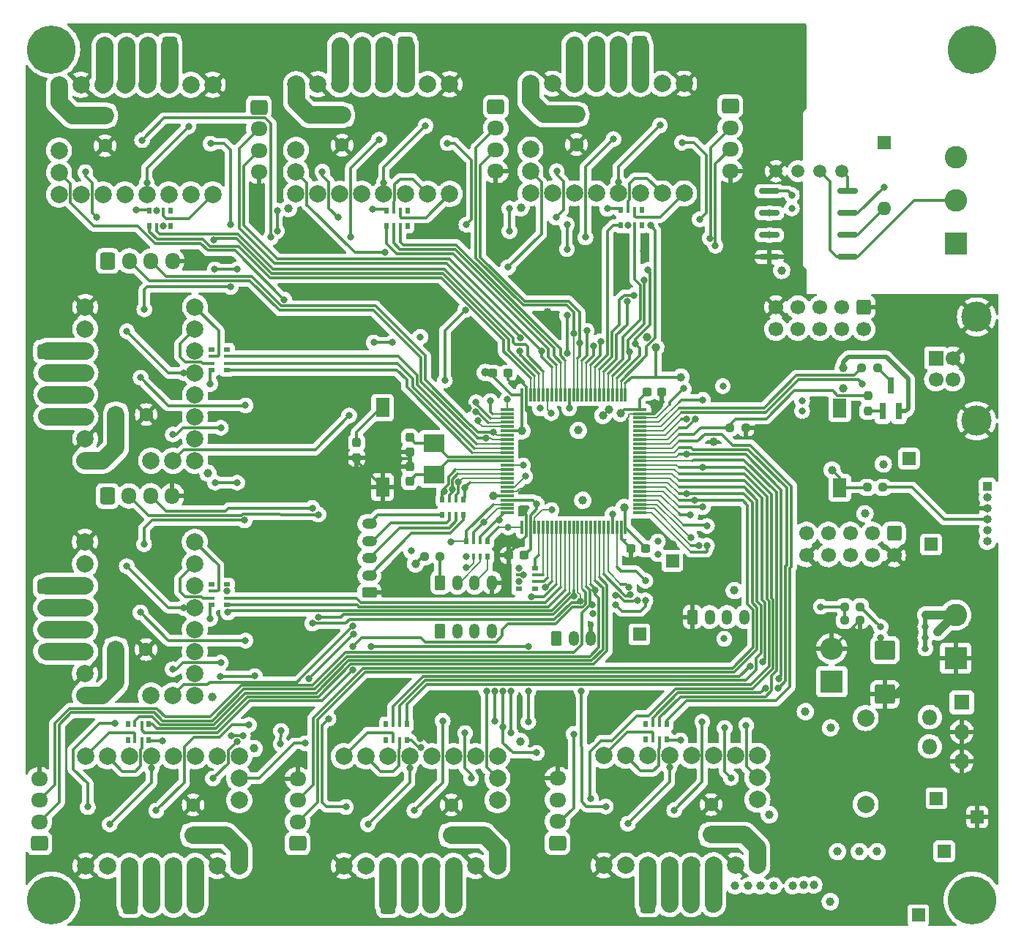
<source format=gbr>
%TF.GenerationSoftware,KiCad,Pcbnew,6.0.10*%
%TF.CreationDate,2023-03-14T21:17:12+03:00*%
%TF.ProjectId,multistepper,6d756c74-6973-4746-9570-7065722e6b69,rev?*%
%TF.SameCoordinates,Original*%
%TF.FileFunction,Copper,L1,Top*%
%TF.FilePolarity,Positive*%
%FSLAX46Y46*%
G04 Gerber Fmt 4.6, Leading zero omitted, Abs format (unit mm)*
G04 Created by KiCad (PCBNEW 6.0.10) date 2023-03-14 21:17:12*
%MOMM*%
%LPD*%
G01*
G04 APERTURE LIST*
G04 Aperture macros list*
%AMRoundRect*
0 Rectangle with rounded corners*
0 $1 Rounding radius*
0 $2 $3 $4 $5 $6 $7 $8 $9 X,Y pos of 4 corners*
0 Add a 4 corners polygon primitive as box body*
4,1,4,$2,$3,$4,$5,$6,$7,$8,$9,$2,$3,0*
0 Add four circle primitives for the rounded corners*
1,1,$1+$1,$2,$3*
1,1,$1+$1,$4,$5*
1,1,$1+$1,$6,$7*
1,1,$1+$1,$8,$9*
0 Add four rect primitives between the rounded corners*
20,1,$1+$1,$2,$3,$4,$5,0*
20,1,$1+$1,$4,$5,$6,$7,0*
20,1,$1+$1,$6,$7,$8,$9,0*
20,1,$1+$1,$8,$9,$2,$3,0*%
G04 Aperture macros list end*
%TA.AperFunction,SMDPad,CuDef*%
%ADD10RoundRect,0.237500X-0.300000X-0.237500X0.300000X-0.237500X0.300000X0.237500X-0.300000X0.237500X0*%
%TD*%
%TA.AperFunction,ComponentPad*%
%ADD11RoundRect,0.250000X0.600000X0.725000X-0.600000X0.725000X-0.600000X-0.725000X0.600000X-0.725000X0*%
%TD*%
%TA.AperFunction,ComponentPad*%
%ADD12O,1.700000X1.950000*%
%TD*%
%TA.AperFunction,ComponentPad*%
%ADD13RoundRect,0.250000X-0.725000X0.600000X-0.725000X-0.600000X0.725000X-0.600000X0.725000X0.600000X0*%
%TD*%
%TA.AperFunction,ComponentPad*%
%ADD14O,1.950000X1.700000*%
%TD*%
%TA.AperFunction,ComponentPad*%
%ADD15RoundRect,0.250000X0.625000X-0.350000X0.625000X0.350000X-0.625000X0.350000X-0.625000X-0.350000X0*%
%TD*%
%TA.AperFunction,ComponentPad*%
%ADD16O,1.750000X1.200000*%
%TD*%
%TA.AperFunction,ComponentPad*%
%ADD17RoundRect,0.250000X-0.600000X0.600000X-0.600000X-0.600000X0.600000X-0.600000X0.600000X0.600000X0*%
%TD*%
%TA.AperFunction,ComponentPad*%
%ADD18C,1.700000*%
%TD*%
%TA.AperFunction,SMDPad,CuDef*%
%ADD19R,1.600000X2.180000*%
%TD*%
%TA.AperFunction,ComponentPad*%
%ADD20RoundRect,0.250000X0.725000X-0.600000X0.725000X0.600000X-0.725000X0.600000X-0.725000X-0.600000X0*%
%TD*%
%TA.AperFunction,ComponentPad*%
%ADD21C,5.600000*%
%TD*%
%TA.AperFunction,SMDPad,CuDef*%
%ADD22RoundRect,0.237500X-0.237500X0.250000X-0.237500X-0.250000X0.237500X-0.250000X0.237500X0.250000X0*%
%TD*%
%TA.AperFunction,ComponentPad*%
%ADD23R,1.600000X1.600000*%
%TD*%
%TA.AperFunction,ComponentPad*%
%ADD24O,1.600000X1.600000*%
%TD*%
%TA.AperFunction,ComponentPad*%
%ADD25C,1.600000*%
%TD*%
%TA.AperFunction,ComponentPad*%
%ADD26RoundRect,0.250000X-0.350000X-0.625000X0.350000X-0.625000X0.350000X0.625000X-0.350000X0.625000X0*%
%TD*%
%TA.AperFunction,ComponentPad*%
%ADD27O,1.200000X1.750000*%
%TD*%
%TA.AperFunction,ComponentPad*%
%ADD28RoundRect,0.250000X-0.600000X-0.725000X0.600000X-0.725000X0.600000X0.725000X-0.600000X0.725000X0*%
%TD*%
%TA.AperFunction,ComponentPad*%
%ADD29C,2.000000*%
%TD*%
%TA.AperFunction,SMDPad,CuDef*%
%ADD30R,0.500000X0.800000*%
%TD*%
%TA.AperFunction,SMDPad,CuDef*%
%ADD31R,0.400000X0.800000*%
%TD*%
%TA.AperFunction,SMDPad,CuDef*%
%ADD32R,0.800000X0.500000*%
%TD*%
%TA.AperFunction,SMDPad,CuDef*%
%ADD33R,0.800000X0.400000*%
%TD*%
%TA.AperFunction,ComponentPad*%
%ADD34R,2.600000X2.600000*%
%TD*%
%TA.AperFunction,ComponentPad*%
%ADD35C,2.600000*%
%TD*%
%TA.AperFunction,SMDPad,CuDef*%
%ADD36RoundRect,0.237500X0.250000X0.237500X-0.250000X0.237500X-0.250000X-0.237500X0.250000X-0.237500X0*%
%TD*%
%TA.AperFunction,SMDPad,CuDef*%
%ADD37R,0.800000X1.900000*%
%TD*%
%TA.AperFunction,ComponentPad*%
%ADD38R,1.500000X1.500000*%
%TD*%
%TA.AperFunction,ComponentPad*%
%ADD39R,1.000000X1.000000*%
%TD*%
%TA.AperFunction,ComponentPad*%
%ADD40O,1.000000X1.000000*%
%TD*%
%TA.AperFunction,SMDPad,CuDef*%
%ADD41RoundRect,0.075000X-0.725000X-0.075000X0.725000X-0.075000X0.725000X0.075000X-0.725000X0.075000X0*%
%TD*%
%TA.AperFunction,SMDPad,CuDef*%
%ADD42RoundRect,0.075000X-0.075000X-0.725000X0.075000X-0.725000X0.075000X0.725000X-0.075000X0.725000X0*%
%TD*%
%TA.AperFunction,SMDPad,CuDef*%
%ADD43RoundRect,0.237500X0.237500X-0.300000X0.237500X0.300000X-0.237500X0.300000X-0.237500X-0.300000X0*%
%TD*%
%TA.AperFunction,SMDPad,CuDef*%
%ADD44RoundRect,0.237500X-0.250000X-0.237500X0.250000X-0.237500X0.250000X0.237500X-0.250000X0.237500X0*%
%TD*%
%TA.AperFunction,SMDPad,CuDef*%
%ADD45R,2.400000X2.000000*%
%TD*%
%TA.AperFunction,SMDPad,CuDef*%
%ADD46RoundRect,0.237500X-0.237500X0.300000X-0.237500X-0.300000X0.237500X-0.300000X0.237500X0.300000X0*%
%TD*%
%TA.AperFunction,ComponentPad*%
%ADD47C,1.500000*%
%TD*%
%TA.AperFunction,ComponentPad*%
%ADD48O,2.600000X2.600000*%
%TD*%
%TA.AperFunction,SMDPad,CuDef*%
%ADD49RoundRect,0.162500X-1.012500X-0.162500X1.012500X-0.162500X1.012500X0.162500X-1.012500X0.162500X0*%
%TD*%
%TA.AperFunction,ComponentPad*%
%ADD50R,1.800000X1.800000*%
%TD*%
%TA.AperFunction,ComponentPad*%
%ADD51O,1.800000X1.800000*%
%TD*%
%TA.AperFunction,SMDPad,CuDef*%
%ADD52RoundRect,0.237500X0.300000X0.237500X-0.300000X0.237500X-0.300000X-0.237500X0.300000X-0.237500X0*%
%TD*%
%TA.AperFunction,SMDPad,CuDef*%
%ADD53RoundRect,0.250000X-0.925000X0.875000X-0.925000X-0.875000X0.925000X-0.875000X0.925000X0.875000X0*%
%TD*%
%TA.AperFunction,ComponentPad*%
%ADD54R,1.700000X1.700000*%
%TD*%
%TA.AperFunction,ComponentPad*%
%ADD55C,3.500000*%
%TD*%
%TA.AperFunction,ViaPad*%
%ADD56C,1.000000*%
%TD*%
%TA.AperFunction,ViaPad*%
%ADD57C,0.800000*%
%TD*%
%TA.AperFunction,Conductor*%
%ADD58C,0.300000*%
%TD*%
%TA.AperFunction,Conductor*%
%ADD59C,0.200000*%
%TD*%
%TA.AperFunction,Conductor*%
%ADD60C,1.000000*%
%TD*%
%TA.AperFunction,Conductor*%
%ADD61C,0.500000*%
%TD*%
%TA.AperFunction,Conductor*%
%ADD62C,2.000000*%
%TD*%
G04 APERTURE END LIST*
D10*
%TO.P,C9,1*%
%TO.N,MCU3v3*%
X110035000Y-79502000D03*
%TO.P,C9,2*%
%TO.N,GND*%
X111760000Y-79502000D03*
%TD*%
D11*
%TO.P,J17,1,Pin_1*%
%TO.N,Net-(J17-Pad1)*%
X99921075Y-41501827D03*
D12*
%TO.P,J17,2,Pin_2*%
%TO.N,Net-(J17-Pad2)*%
X97421075Y-41501827D03*
%TO.P,J17,3,Pin_3*%
%TO.N,Net-(J17-Pad3)*%
X94921075Y-41501827D03*
%TO.P,J17,4,Pin_4*%
%TO.N,Net-(J17-Pad4)*%
X92421075Y-41501827D03*
%TD*%
D13*
%TO.P,J12,1,Pin_1*%
%TO.N,Net-(J12-Pad1)*%
X58374000Y-76974000D03*
D14*
%TO.P,J12,2,Pin_2*%
%TO.N,Net-(J12-Pad2)*%
X58374000Y-79474000D03*
%TO.P,J12,3,Pin_3*%
%TO.N,Net-(J12-Pad3)*%
X58374000Y-81974000D03*
%TO.P,J12,4,Pin_4*%
%TO.N,Net-(J12-Pad4)*%
X58374000Y-84474000D03*
%TD*%
D15*
%TO.P,J6,1,Pin_1*%
%TO.N,GND*%
X95758000Y-104902000D03*
D16*
%TO.P,J6,2,Pin_2*%
%TO.N,Net-(J6-Pad2)*%
X95758000Y-102902000D03*
%TO.P,J6,3,Pin_3*%
%TO.N,Net-(J6-Pad3)*%
X95758000Y-100902000D03*
%TO.P,J6,4,Pin_4*%
%TO.N,Net-(J6-Pad4)*%
X95758000Y-98902000D03*
%TO.P,J6,5,Pin_5*%
%TO.N,Net-(J6-Pad5)*%
X95758000Y-96902000D03*
%TD*%
D17*
%TO.P,J2,1,Pin_1*%
%TO.N,GND*%
X152958800Y-71840700D03*
D18*
%TO.P,J2,2,Pin_2*%
%TO.N,Net-(J2-Pad2)*%
X152958800Y-74380700D03*
%TO.P,J2,3,Pin_3*%
%TO.N,Net-(J2-Pad3)*%
X150418800Y-71840700D03*
%TO.P,J2,4,Pin_4*%
%TO.N,Net-(J2-Pad4)*%
X150418800Y-74380700D03*
%TO.P,J2,5,Pin_5*%
%TO.N,Net-(J2-Pad5)*%
X147878800Y-71840700D03*
%TO.P,J2,6,Pin_6*%
%TO.N,Net-(J2-Pad6)*%
X147878800Y-74380700D03*
%TO.P,J2,7,Pin_7*%
%TO.N,Net-(J2-Pad7)*%
X145338800Y-71840700D03*
%TO.P,J2,8,Pin_8*%
%TO.N,Net-(J2-Pad8)*%
X145338800Y-74380700D03*
%TO.P,J2,9,Pin_9*%
%TO.N,GND*%
X142798800Y-71840700D03*
%TO.P,J2,10,Pin_10*%
%TO.N,Net-(J2-Pad10)*%
X142798800Y-74380700D03*
%TD*%
D19*
%TO.P,SW2,1,1*%
%TO.N,/MCU base/BOOT0*%
X150164800Y-83548000D03*
%TO.P,SW2,2,2*%
%TO.N,MCU3v3*%
X150164800Y-92728000D03*
%TD*%
D20*
%TO.P,J22,1,Pin_1*%
%TO.N,Net-(J22-Pad1)*%
X87466000Y-133934000D03*
D14*
%TO.P,J22,2,Pin_2*%
%TO.N,M5_L0*%
X87466000Y-131434000D03*
%TO.P,J22,3,Pin_3*%
%TO.N,M5_L1*%
X87466000Y-128934000D03*
%TO.P,J22,4,Pin_4*%
%TO.N,GND*%
X87466000Y-126434000D03*
%TD*%
D21*
%TO.P,H4,1*%
%TO.N,N/C*%
X165500000Y-140500000D03*
%TD*%
D22*
%TO.P,R36,1*%
%TO.N,/MCU base/DPPU*%
X153416000Y-82043900D03*
%TO.P,R36,2*%
%TO.N,Net-(Q3-Pad1)*%
X153416000Y-83868900D03*
%TD*%
D23*
%TO.P,SW3,1*%
%TO.N,Net-(R18-Pad1)*%
X155295600Y-52832000D03*
D24*
%TO.P,SW3,2*%
%TO.N,/CANL*%
X155295600Y-60452000D03*
%TD*%
D23*
%TO.P,C24,1*%
%TO.N,/Motors/Vm*%
X105246000Y-132978000D03*
D25*
%TO.P,C24,2*%
%TO.N,GND*%
X105246000Y-129478000D03*
%TD*%
D26*
%TO.P,J5,1,Pin_1*%
%TO.N,Net-(J4-Pad1)*%
X103934000Y-103733600D03*
D27*
%TO.P,J5,2,Pin_2*%
%TO.N,ADC2*%
X105934000Y-103733600D03*
%TO.P,J5,3,Pin_3*%
%TO.N,ADC3*%
X107934000Y-103733600D03*
%TO.P,J5,4,Pin_4*%
%TO.N,GND*%
X109934000Y-103733600D03*
%TD*%
D28*
%TO.P,J11,1,Pin_1*%
%TO.N,Net-(J11-Pad1)*%
X65500000Y-66500000D03*
D12*
%TO.P,J11,2,Pin_2*%
%TO.N,M0_L0*%
X68000000Y-66500000D03*
%TO.P,J11,3,Pin_3*%
%TO.N,M0_L1*%
X70500000Y-66500000D03*
%TO.P,J11,4,Pin_4*%
%TO.N,GND*%
X73000000Y-66500000D03*
%TD*%
D29*
%TO.P,XX5,1,~{EN}*%
%TO.N,/Motors/stepper_M5/~{ENx}*%
X140640000Y-123774000D03*
%TO.P,XX5,2,MS1*%
%TO.N,/Motors/stepper_M5/MS1*%
X138100000Y-123774000D03*
%TO.P,XX5,3,MS2*%
%TO.N,/Motors/stepper_M5/MS2*%
X135560000Y-123774000D03*
%TO.P,XX5,4,SPREAD*%
%TO.N,/Motors/stepper_M5/SPR*%
X133020000Y-123774000D03*
%TO.P,XX5,5,PDN_UART*%
%TO.N,/Motors/stepper_M5/U*%
X130480000Y-123774000D03*
%TO.P,XX5,6,CLK*%
%TO.N,/Motors/stepper_M5/CLK*%
X127940000Y-123774000D03*
%TO.P,XX5,7,STEP*%
%TO.N,/Motors/stepper_M5/STEPx*%
X125400000Y-123774000D03*
%TO.P,XX5,8,DIR*%
%TO.N,/Motors/stepper_M5/DIRx*%
X122860000Y-123774000D03*
%TO.P,XX5,9,GND*%
%TO.N,GND*%
X122860000Y-136474000D03*
%TO.P,XX5,10,VIO*%
%TO.N,Vio*%
X125400000Y-136474000D03*
%TO.P,XX5,11,M1B*%
%TO.N,Net-(J21-Pad1)*%
X127940000Y-136474000D03*
%TO.P,XX5,12,M1A*%
%TO.N,Net-(J21-Pad2)*%
X130480000Y-136474000D03*
%TO.P,XX5,13,M2A*%
%TO.N,Net-(J21-Pad3)*%
X133020000Y-136474000D03*
%TO.P,XX5,14,M2B*%
%TO.N,Net-(J21-Pad4)*%
X135560000Y-136474000D03*
%TO.P,XX5,15,GND*%
%TO.N,GND*%
X138100000Y-136474000D03*
%TO.P,XX5,16,Vmot*%
%TO.N,/Motors/Vm*%
X140640000Y-136474000D03*
%TO.P,XX5,17,DIAG*%
%TO.N,/Motors/DIAG4*%
X140640000Y-126314000D03*
%TO.P,XX5,18,INDEX*%
%TO.N,unconnected-(XX5-Pad18)*%
X140640000Y-128854000D03*
%TD*%
D30*
%TO.P,RN11,1,R1.1*%
%TO.N,unconnected-(RN11-Pad1)*%
X127270450Y-60560000D03*
D31*
%TO.P,RN11,2,R2.1*%
%TO.N,/Motors/stepper_M4/DIRx*%
X126470450Y-60560000D03*
%TO.P,RN11,3,R3.1*%
%TO.N,/Motors/stepper_M4/STEPx*%
X125670450Y-60560000D03*
D30*
%TO.P,RN11,4,R4.1*%
%TO.N,/Motors/stepper_M4/~{ENx}*%
X124870450Y-60560000D03*
%TO.P,RN11,5,R4.2*%
%TO.N,M3_EN*%
X124870450Y-62360000D03*
D31*
%TO.P,RN11,6,R3.2*%
%TO.N,M3_STEP*%
X125670450Y-62360000D03*
%TO.P,RN11,7,R2.2*%
%TO.N,M3_DIR*%
X126470450Y-62360000D03*
D30*
%TO.P,RN11,8,R1.2*%
%TO.N,unconnected-(RN11-Pad8)*%
X127270450Y-62360000D03*
%TD*%
D26*
%TO.P,J13,1,Pin_1*%
%TO.N,Net-(J13-Pad1)*%
X117380000Y-110194000D03*
D27*
%TO.P,J13,2,Pin_2*%
%TO.N,Net-(J13-Pad2)*%
X119380000Y-110194000D03*
%TO.P,J13,3,Pin_3*%
%TO.N,GND*%
X121380000Y-110194000D03*
%TD*%
D29*
%TO.P,XX8,1,~{EN}*%
%TO.N,/Motors/stepper_M8/~{ENx}*%
X75572000Y-116801600D03*
%TO.P,XX8,2,MS1*%
%TO.N,/Motors/stepper_M8/MS1*%
X75572000Y-114261600D03*
%TO.P,XX8,3,MS2*%
%TO.N,/Motors/stepper_M8/MS2*%
X75572000Y-111721600D03*
%TO.P,XX8,4,SPREAD*%
%TO.N,/Motors/stepper_M8/SPR*%
X75572000Y-109181600D03*
%TO.P,XX8,5,PDN_UART*%
%TO.N,/Motors/stepper_M8/U*%
X75572000Y-106641600D03*
%TO.P,XX8,6,CLK*%
%TO.N,/Motors/stepper_M8/CLK*%
X75572000Y-104101600D03*
%TO.P,XX8,7,STEP*%
%TO.N,/Motors/stepper_M8/STEPx*%
X75572000Y-101561600D03*
%TO.P,XX8,8,DIR*%
%TO.N,/Motors/stepper_M8/DIRx*%
X75572000Y-99021600D03*
%TO.P,XX8,9,GND*%
%TO.N,GND*%
X62872000Y-99021600D03*
%TO.P,XX8,10,VIO*%
%TO.N,Vio*%
X62872000Y-101561600D03*
%TO.P,XX8,11,M1B*%
%TO.N,Net-(J27-Pad1)*%
X62872000Y-104101600D03*
%TO.P,XX8,12,M1A*%
%TO.N,Net-(J27-Pad2)*%
X62872000Y-106641600D03*
%TO.P,XX8,13,M2A*%
%TO.N,Net-(J27-Pad3)*%
X62872000Y-109181600D03*
%TO.P,XX8,14,M2B*%
%TO.N,Net-(J27-Pad4)*%
X62872000Y-111721600D03*
%TO.P,XX8,15,GND*%
%TO.N,GND*%
X62872000Y-114261600D03*
%TO.P,XX8,16,Vmot*%
%TO.N,/Motors/Vm*%
X62872000Y-116801600D03*
%TO.P,XX8,17,DIAG*%
%TO.N,/Motors/DIAG7*%
X73032000Y-116801600D03*
%TO.P,XX8,18,INDEX*%
%TO.N,unconnected-(XX8-Pad18)*%
X70492000Y-116801600D03*
%TD*%
%TO.P,XX3,1,~{EN}*%
%TO.N,/Motors/stepper_M3/~{ENx}*%
X87281075Y-58727827D03*
%TO.P,XX3,2,MS1*%
%TO.N,/Motors/stepper_M3/MS1*%
X89821075Y-58727827D03*
%TO.P,XX3,3,MS2*%
%TO.N,/Motors/stepper_M3/MS2*%
X92361075Y-58727827D03*
%TO.P,XX3,4,SPREAD*%
%TO.N,/Motors/stepper_M3/SPR*%
X94901075Y-58727827D03*
%TO.P,XX3,5,PDN_UART*%
%TO.N,/Motors/stepper_M3/U*%
X97441075Y-58727827D03*
%TO.P,XX3,6,CLK*%
%TO.N,/Motors/stepper_M3/CLK*%
X99981075Y-58727827D03*
%TO.P,XX3,7,STEP*%
%TO.N,/Motors/stepper_M3/STEPx*%
X102521075Y-58727827D03*
%TO.P,XX3,8,DIR*%
%TO.N,/Motors/stepper_M3/DIRx*%
X105061075Y-58727827D03*
%TO.P,XX3,9,GND*%
%TO.N,GND*%
X105061075Y-46027827D03*
%TO.P,XX3,10,VIO*%
%TO.N,Vio*%
X102521075Y-46027827D03*
%TO.P,XX3,11,M1B*%
%TO.N,Net-(J17-Pad1)*%
X99981075Y-46027827D03*
%TO.P,XX3,12,M1A*%
%TO.N,Net-(J17-Pad2)*%
X97441075Y-46027827D03*
%TO.P,XX3,13,M2A*%
%TO.N,Net-(J17-Pad3)*%
X94901075Y-46027827D03*
%TO.P,XX3,14,M2B*%
%TO.N,Net-(J17-Pad4)*%
X92361075Y-46027827D03*
%TO.P,XX3,15,GND*%
%TO.N,GND*%
X89821075Y-46027827D03*
%TO.P,XX3,16,Vmot*%
%TO.N,/Motors/Vm*%
X87281075Y-46027827D03*
%TO.P,XX3,17,DIAG*%
%TO.N,/Motors/DIAG2*%
X87281075Y-56187827D03*
%TO.P,XX3,18,INDEX*%
%TO.N,unconnected-(XX3-Pad18)*%
X87281075Y-53647827D03*
%TD*%
D32*
%TO.P,RN7,1,R1.1*%
%TO.N,/Motors/SCK*%
X113095200Y-102025600D03*
D33*
%TO.P,RN7,2,R2.1*%
%TO.N,/Motors/MISO*%
X113095200Y-102825600D03*
%TO.P,RN7,3,R3.1*%
%TO.N,/Motors/MOSI*%
X113095200Y-103625600D03*
D32*
%TO.P,RN7,4,R4.1*%
%TO.N,unconnected-(RN7-Pad4)*%
X113095200Y-104425600D03*
%TO.P,RN7,5,R4.2*%
%TO.N,unconnected-(RN7-Pad5)*%
X114895200Y-104425600D03*
D33*
%TO.P,RN7,6,R3.2*%
%TO.N,TMC_MOSI*%
X114895200Y-103625600D03*
%TO.P,RN7,7,R2.2*%
%TO.N,TMC_MISO*%
X114895200Y-102825600D03*
D32*
%TO.P,RN7,8,R1.2*%
%TO.N,TMC_SCK*%
X114895200Y-102025600D03*
%TD*%
D34*
%TO.P,J10,1,Pin_1*%
%TO.N,GND*%
X163576000Y-112482000D03*
D35*
%TO.P,J10,2,Pin_2*%
%TO.N,Net-(J10-Pad2)*%
X163576000Y-107482000D03*
%TD*%
D36*
%TO.P,R33,1*%
%TO.N,Net-(Q3-Pad3)*%
X154529800Y-78841600D03*
%TO.P,R33,2*%
%TO.N,USB_DP*%
X152704800Y-78841600D03*
%TD*%
D17*
%TO.P,J3,1,Pin_1*%
%TO.N,Net-(J3-Pad1)*%
X156464000Y-98044000D03*
D18*
%TO.P,J3,2,Pin_2*%
%TO.N,GND*%
X156464000Y-100584000D03*
%TO.P,J3,3,Pin_3*%
%TO.N,Net-(J3-Pad3)*%
X153924000Y-98044000D03*
%TO.P,J3,4,Pin_4*%
%TO.N,Net-(J3-Pad4)*%
X153924000Y-100584000D03*
%TO.P,J3,5,Pin_5*%
%TO.N,Net-(J3-Pad5)*%
X151384000Y-98044000D03*
%TO.P,J3,6,Pin_6*%
%TO.N,Net-(J3-Pad6)*%
X151384000Y-100584000D03*
%TO.P,J3,7,Pin_7*%
%TO.N,Net-(J3-Pad7)*%
X148844000Y-98044000D03*
%TO.P,J3,8,Pin_8*%
%TO.N,Net-(J3-Pad8)*%
X148844000Y-100584000D03*
%TO.P,J3,9,Pin_9*%
%TO.N,Net-(J3-Pad9)*%
X146304000Y-98044000D03*
%TO.P,J3,10,Pin_10*%
%TO.N,GND*%
X146304000Y-100584000D03*
%TD*%
D37*
%TO.P,Q3,1,G*%
%TO.N,Net-(Q3-Pad1)*%
X155107600Y-83897600D03*
%TO.P,Q3,2,S*%
%TO.N,+3V3*%
X157007600Y-83897600D03*
%TO.P,Q3,3,D*%
%TO.N,Net-(Q3-Pad3)*%
X156057600Y-80897600D03*
%TD*%
D38*
%TO.P,TP3,1,1*%
%TO.N,GND*%
X166090600Y-130860800D03*
%TD*%
D39*
%TO.P,J1,1,Pin_1*%
%TO.N,/MCU base/SWCLK*%
X167258600Y-92608400D03*
D40*
%TO.P,J1,2,Pin_2*%
%TO.N,/MCU base/SWDIO*%
X167258600Y-93878400D03*
%TO.P,J1,3,Pin_3*%
%TO.N,GND*%
X167258600Y-95148400D03*
%TO.P,J1,4,Pin_4*%
%TO.N,Net-(J1-Pad4)*%
X167258600Y-96418400D03*
%TO.P,J1,5,Pin_5*%
%TO.N,/MCU base/BOOT0*%
X167258600Y-97688400D03*
%TO.P,J1,6,Pin_6*%
%TO.N,/MCU base/NRST*%
X167258600Y-98958400D03*
%TD*%
D20*
%TO.P,J24,1,Pin_1*%
%TO.N,Net-(J24-Pad1)*%
X57604925Y-133934000D03*
D14*
%TO.P,J24,2,Pin_2*%
%TO.N,M6_L0*%
X57604925Y-131434000D03*
%TO.P,J24,3,Pin_3*%
%TO.N,M6_L1*%
X57604925Y-128934000D03*
%TO.P,J24,4,Pin_4*%
%TO.N,GND*%
X57604925Y-126434000D03*
%TD*%
D41*
%TO.P,U1,1,PE2*%
%TO.N,/MCU base/Diagn*%
X111705000Y-83662000D03*
%TO.P,U1,2,PE3*%
%TO.N,MUL0*%
X111705000Y-84162000D03*
%TO.P,U1,3,PE4*%
%TO.N,MUL1*%
X111705000Y-84662000D03*
%TO.P,U1,4,PE5*%
%TO.N,MUL2*%
X111705000Y-85162000D03*
%TO.P,U1,5,PE6*%
%TO.N,MUL_EN*%
X111705000Y-85662000D03*
%TO.P,U1,6,VBAT*%
%TO.N,MCU3v3*%
X111705000Y-86162000D03*
%TO.P,U1,7,PC13*%
%TO.N,M0_L1*%
X111705000Y-86662000D03*
%TO.P,U1,8,PC14*%
%TO.N,M0_L0*%
X111705000Y-87162000D03*
%TO.P,U1,9,PC15*%
%TO.N,M0_DIR*%
X111705000Y-87662000D03*
%TO.P,U1,10,PF9*%
%TO.N,M0_STEP*%
X111705000Y-88162000D03*
%TO.P,U1,11,PF10*%
%TO.N,M0_EN*%
X111705000Y-88662000D03*
%TO.P,U1,12,PF0*%
%TO.N,/MCU base/OSC_IN*%
X111705000Y-89162000D03*
%TO.P,U1,13,PF1*%
%TO.N,/MCU base/OSC_OUT*%
X111705000Y-89662000D03*
%TO.P,U1,14,NRST*%
%TO.N,/MCU base/NRST*%
X111705000Y-90162000D03*
%TO.P,U1,15,PC0*%
%TO.N,/MCU base/MOT_MUL0*%
X111705000Y-90662000D03*
%TO.P,U1,16,PC1*%
%TO.N,/MCU base/MOT_MUL1*%
X111705000Y-91162000D03*
%TO.P,U1,17,PC2*%
%TO.N,/MCU base/MOT_MUL2*%
X111705000Y-91662000D03*
%TO.P,U1,18,PC3*%
%TO.N,/MCU base/MOT_MUL_EN*%
X111705000Y-92162000D03*
%TO.P,U1,19,PF2*%
%TO.N,/MCU base/A5*%
X111705000Y-92662000D03*
%TO.P,U1,20,VSSA*%
%TO.N,GND*%
X111705000Y-93162000D03*
%TO.P,U1,21,VREF+*%
%TO.N,+3.3VADC*%
X111705000Y-93662000D03*
%TO.P,U1,22,VDDA*%
%TO.N,MCU3v3*%
X111705000Y-94162000D03*
%TO.P,U1,23,PA0*%
%TO.N,/MCU base/A0*%
X111705000Y-94662000D03*
%TO.P,U1,24,PA1*%
%TO.N,/MCU base/A1*%
X111705000Y-95162000D03*
%TO.P,U1,25,PA2*%
%TO.N,/MCU base/A2*%
X111705000Y-95662000D03*
D42*
%TO.P,U1,26,PA3*%
%TO.N,/MCU base/A3*%
X113380000Y-97337000D03*
%TO.P,U1,27,VSS*%
%TO.N,GND*%
X113880000Y-97337000D03*
%TO.P,U1,28,VDD*%
%TO.N,MCU3v3*%
X114380000Y-97337000D03*
%TO.P,U1,29,PA4*%
%TO.N,/MCU base/A4*%
X114880000Y-97337000D03*
%TO.P,U1,30,PA5*%
%TO.N,TMC_SCK*%
X115380000Y-97337000D03*
%TO.P,U1,31,PA6*%
%TO.N,TMC_MISO*%
X115880000Y-97337000D03*
%TO.P,U1,32,PA7*%
%TO.N,TMC_MOSI*%
X116380000Y-97337000D03*
%TO.P,U1,33,PC4*%
%TO.N,/MCU base/USART1_TX*%
X116880000Y-97337000D03*
%TO.P,U1,34,PC5*%
%TO.N,/MCU base/USART1_RX*%
X117380000Y-97337000D03*
%TO.P,U1,35,PB0*%
%TO.N,M7_STEP*%
X117880000Y-97337000D03*
%TO.P,U1,36,PB1*%
%TO.N,M7_EN*%
X118380000Y-97337000D03*
%TO.P,U1,37,PB2*%
%TO.N,M7_DIR*%
X118880000Y-97337000D03*
%TO.P,U1,38,PE7*%
%TO.N,M7_L0*%
X119380000Y-97337000D03*
%TO.P,U1,39,PE8*%
%TO.N,M7_L1*%
X119880000Y-97337000D03*
%TO.P,U1,40,PE9*%
%TO.N,M6_STEP*%
X120380000Y-97337000D03*
%TO.P,U1,41,PE10*%
%TO.N,M6_L1*%
X120880000Y-97337000D03*
%TO.P,U1,42,PE11*%
%TO.N,M6_L0*%
X121380000Y-97337000D03*
%TO.P,U1,43,PE12*%
%TO.N,M6_DIR*%
X121880000Y-97337000D03*
%TO.P,U1,44,PE13*%
%TO.N,M6_EN*%
X122380000Y-97337000D03*
%TO.P,U1,45,PE14*%
%TO.N,/MCU base/OUT2*%
X122880000Y-97337000D03*
%TO.P,U1,46,PE15*%
%TO.N,/MCU base/OUT1*%
X123380000Y-97337000D03*
%TO.P,U1,47,PB10*%
%TO.N,USART3_TX*%
X123880000Y-97337000D03*
%TO.P,U1,48,PB11*%
%TO.N,/MCU base/OUT0*%
X124380000Y-97337000D03*
%TO.P,U1,49,VSS*%
%TO.N,GND*%
X124880000Y-97337000D03*
%TO.P,U1,50,VDD*%
%TO.N,MCU3v3*%
X125380000Y-97337000D03*
D41*
%TO.P,U1,51,PB12*%
%TO.N,/MCU base/SCRN_DCRS*%
X127055000Y-95662000D03*
%TO.P,U1,52,PB13*%
%TO.N,/MCU base/SCRN_SCK*%
X127055000Y-95162000D03*
%TO.P,U1,53,PB14*%
%TO.N,/MCU base/SCRN_MISO*%
X127055000Y-94662000D03*
%TO.P,U1,54,PB15*%
%TO.N,/MCU base/SCRN_MOSI*%
X127055000Y-94162000D03*
%TO.P,U1,55,PD8*%
%TO.N,/MCU base/SCRN_RST*%
X127055000Y-93662000D03*
%TO.P,U1,56,PD9*%
%TO.N,/MCU base/SCRN_CS*%
X127055000Y-93162000D03*
%TO.P,U1,57,PD10*%
%TO.N,M5_L1*%
X127055000Y-92662000D03*
%TO.P,U1,58,PD11*%
%TO.N,M5_L0*%
X127055000Y-92162000D03*
%TO.P,U1,59,PD12*%
%TO.N,M5_STEP*%
X127055000Y-91662000D03*
%TO.P,U1,60,PD13*%
%TO.N,M5_DIR*%
X127055000Y-91162000D03*
%TO.P,U1,61,PD14*%
%TO.N,M5_EN*%
X127055000Y-90662000D03*
%TO.P,U1,62,PD15*%
%TO.N,M4_L1*%
X127055000Y-90162000D03*
%TO.P,U1,63,PC6*%
%TO.N,M4_STEP*%
X127055000Y-89662000D03*
%TO.P,U1,64,PC7*%
%TO.N,M4_L0*%
X127055000Y-89162000D03*
%TO.P,U1,65,PC8*%
%TO.N,M4_DIR*%
X127055000Y-88662000D03*
%TO.P,U1,66,PC9*%
%TO.N,M4_EN*%
X127055000Y-88162000D03*
%TO.P,U1,67,PA8*%
%TO.N,/MCU base/DPPU*%
X127055000Y-87662000D03*
%TO.P,U1,68,PA9*%
%TO.N,/MCU base/BTN1*%
X127055000Y-87162000D03*
%TO.P,U1,69,PA10*%
%TO.N,/MCU base/BTN2_SDA*%
X127055000Y-86662000D03*
%TO.P,U1,70,PA11*%
%TO.N,USB_DM*%
X127055000Y-86162000D03*
%TO.P,U1,71,PA12*%
%TO.N,USB_DP*%
X127055000Y-85662000D03*
%TO.P,U1,72,PA13*%
%TO.N,/MCU base/SWDIO*%
X127055000Y-85162000D03*
%TO.P,U1,73,PF6*%
%TO.N,/MCU base/BTN3_SCL*%
X127055000Y-84662000D03*
%TO.P,U1,74,VSS*%
%TO.N,GND*%
X127055000Y-84162000D03*
%TO.P,U1,75,VDD*%
%TO.N,MCU3v3*%
X127055000Y-83662000D03*
D42*
%TO.P,U1,76,PA14*%
%TO.N,/MCU base/SWCLK*%
X125380000Y-81987000D03*
%TO.P,U1,77,PA15*%
%TO.N,M3_STEP*%
X124880000Y-81987000D03*
%TO.P,U1,78,PC10*%
%TO.N,M3_L0*%
X124380000Y-81987000D03*
%TO.P,U1,79,PC11*%
%TO.N,M3_L1*%
X123880000Y-81987000D03*
%TO.P,U1,80,PC12*%
%TO.N,M3_DIR*%
X123380000Y-81987000D03*
%TO.P,U1,81,PD0*%
%TO.N,CAN_RX*%
X122880000Y-81987000D03*
%TO.P,U1,82,PD1*%
%TO.N,CAN_TX*%
X122380000Y-81987000D03*
%TO.P,U1,83,PD2*%
%TO.N,M3_EN*%
X121880000Y-81987000D03*
%TO.P,U1,84,PD3*%
%TO.N,/MCU base/BTN4*%
X121380000Y-81987000D03*
%TO.P,U1,85,PD4*%
%TO.N,/MCU base/BTN5*%
X120880000Y-81987000D03*
%TO.P,U1,86,PD5*%
%TO.N,/MCU base/BTN6*%
X120380000Y-81987000D03*
%TO.P,U1,87,PD6*%
%TO.N,M2_L1*%
X119880000Y-81987000D03*
%TO.P,U1,88,PD7*%
%TO.N,M2_L0*%
X119380000Y-81987000D03*
%TO.P,U1,89,PB3*%
%TO.N,USART2_TX*%
X118880000Y-81987000D03*
%TO.P,U1,90,PB4*%
%TO.N,M2_DIR*%
X118380000Y-81987000D03*
%TO.P,U1,91,PB5*%
%TO.N,M2_STEP*%
X117880000Y-81987000D03*
%TO.P,U1,92,PB6*%
%TO.N,M2_EN*%
X117380000Y-81987000D03*
%TO.P,U1,93,PB7*%
%TO.N,M1_L1*%
X116880000Y-81987000D03*
%TO.P,U1,94,BOOT0*%
%TO.N,/MCU base/BOOT0*%
X116380000Y-81987000D03*
%TO.P,U1,95,PB8*%
%TO.N,M1_STEP*%
X115880000Y-81987000D03*
%TO.P,U1,96,PB9*%
%TO.N,M1_L0*%
X115380000Y-81987000D03*
%TO.P,U1,97,PE0*%
%TO.N,M1_DIR*%
X114880000Y-81987000D03*
%TO.P,U1,98,PE1*%
%TO.N,M1_EN*%
X114380000Y-81987000D03*
%TO.P,U1,99,VSS*%
%TO.N,GND*%
X113880000Y-81987000D03*
%TO.P,U1,100,VDD*%
%TO.N,MCU3v3*%
X113380000Y-81987000D03*
%TD*%
D21*
%TO.P,H1,1*%
%TO.N,N/C*%
X59000000Y-42000000D03*
%TD*%
D23*
%TO.P,C23,1*%
%TO.N,/Motors/Vm*%
X135306000Y-132918000D03*
D25*
%TO.P,C23,2*%
%TO.N,GND*%
X135306000Y-129418000D03*
%TD*%
D43*
%TO.P,C4,1*%
%TO.N,/MCU base/OSC_OUT*%
X100417350Y-91997700D03*
%TO.P,C4,2*%
%TO.N,GND*%
X100417350Y-90272700D03*
%TD*%
D11*
%TO.P,J19,1,Pin_1*%
%TO.N,Net-(J19-Pad1)*%
X127026450Y-41440000D03*
D12*
%TO.P,J19,2,Pin_2*%
%TO.N,Net-(J19-Pad2)*%
X124526450Y-41440000D03*
%TO.P,J19,3,Pin_3*%
%TO.N,Net-(J19-Pad3)*%
X122026450Y-41440000D03*
%TO.P,J19,4,Pin_4*%
%TO.N,Net-(J19-Pad4)*%
X119526450Y-41440000D03*
%TD*%
D44*
%TO.P,R35,1*%
%TO.N,/MCU base/DPPU*%
X137466700Y-85801200D03*
%TO.P,R35,2*%
%TO.N,GND*%
X139291700Y-85801200D03*
%TD*%
D38*
%TO.P,TP2,1,1*%
%TO.N,Vdrive*%
X159258000Y-142240000D03*
%TD*%
D13*
%TO.P,J14,1,Pin_1*%
%TO.N,Net-(J14-Pad1)*%
X82974000Y-48689654D03*
D14*
%TO.P,J14,2,Pin_2*%
%TO.N,M1_L0*%
X82974000Y-51189654D03*
%TO.P,J14,3,Pin_3*%
%TO.N,M1_L1*%
X82974000Y-53689654D03*
%TO.P,J14,4,Pin_4*%
%TO.N,GND*%
X82974000Y-56189654D03*
%TD*%
D21*
%TO.P,H3,1*%
%TO.N,N/C*%
X59000000Y-140500000D03*
%TD*%
D28*
%TO.P,J23,1,Pin_1*%
%TO.N,Net-(J23-Pad1)*%
X97940000Y-141060000D03*
D12*
%TO.P,J23,2,Pin_2*%
%TO.N,Net-(J23-Pad2)*%
X100440000Y-141060000D03*
%TO.P,J23,3,Pin_3*%
%TO.N,Net-(J23-Pad3)*%
X102940000Y-141060000D03*
%TO.P,J23,4,Pin_4*%
%TO.N,Net-(J23-Pad4)*%
X105440000Y-141060000D03*
%TD*%
D45*
%TO.P,Y1,1,1*%
%TO.N,/MCU base/OSC_IN*%
X103225600Y-87558000D03*
%TO.P,Y1,2,2*%
%TO.N,/MCU base/OSC_OUT*%
X103225600Y-91258000D03*
%TD*%
D28*
%TO.P,J25,1,Pin_1*%
%TO.N,Net-(J25-Pad1)*%
X68078925Y-141060000D03*
D12*
%TO.P,J25,2,Pin_2*%
%TO.N,Net-(J25-Pad2)*%
X70578925Y-141060000D03*
%TO.P,J25,3,Pin_3*%
%TO.N,Net-(J25-Pad3)*%
X73078925Y-141060000D03*
%TO.P,J25,4,Pin_4*%
%TO.N,Net-(J25-Pad4)*%
X75578925Y-141060000D03*
%TD*%
D29*
%TO.P,XX4,1,~{EN}*%
%TO.N,/Motors/stepper_M4/~{ENx}*%
X114386450Y-58666000D03*
%TO.P,XX4,2,MS1*%
%TO.N,/Motors/stepper_M4/MS1*%
X116926450Y-58666000D03*
%TO.P,XX4,3,MS2*%
%TO.N,/Motors/stepper_M4/MS2*%
X119466450Y-58666000D03*
%TO.P,XX4,4,SPREAD*%
%TO.N,/Motors/stepper_M4/SPR*%
X122006450Y-58666000D03*
%TO.P,XX4,5,PDN_UART*%
%TO.N,/Motors/stepper_M4/U*%
X124546450Y-58666000D03*
%TO.P,XX4,6,CLK*%
%TO.N,/Motors/stepper_M4/CLK*%
X127086450Y-58666000D03*
%TO.P,XX4,7,STEP*%
%TO.N,/Motors/stepper_M4/STEPx*%
X129626450Y-58666000D03*
%TO.P,XX4,8,DIR*%
%TO.N,/Motors/stepper_M4/DIRx*%
X132166450Y-58666000D03*
%TO.P,XX4,9,GND*%
%TO.N,GND*%
X132166450Y-45966000D03*
%TO.P,XX4,10,VIO*%
%TO.N,Vio*%
X129626450Y-45966000D03*
%TO.P,XX4,11,M1B*%
%TO.N,Net-(J19-Pad1)*%
X127086450Y-45966000D03*
%TO.P,XX4,12,M1A*%
%TO.N,Net-(J19-Pad2)*%
X124546450Y-45966000D03*
%TO.P,XX4,13,M2A*%
%TO.N,Net-(J19-Pad3)*%
X122006450Y-45966000D03*
%TO.P,XX4,14,M2B*%
%TO.N,Net-(J19-Pad4)*%
X119466450Y-45966000D03*
%TO.P,XX4,15,GND*%
%TO.N,GND*%
X116926450Y-45966000D03*
%TO.P,XX4,16,Vmot*%
%TO.N,/Motors/Vm*%
X114386450Y-45966000D03*
%TO.P,XX4,17,DIAG*%
%TO.N,/Motors/DIAG3*%
X114386450Y-56126000D03*
%TO.P,XX4,18,INDEX*%
%TO.N,unconnected-(XX4-Pad18)*%
X114386450Y-53586000D03*
%TD*%
D30*
%TO.P,RN6,1,R1.1*%
%TO.N,Net-(J6-Pad5)*%
X104210000Y-95896000D03*
D31*
%TO.P,RN6,2,R2.1*%
%TO.N,Net-(J6-Pad4)*%
X105010000Y-95896000D03*
%TO.P,RN6,3,R3.1*%
%TO.N,Net-(J6-Pad3)*%
X105810000Y-95896000D03*
D30*
%TO.P,RN6,4,R4.1*%
%TO.N,Net-(J6-Pad2)*%
X106610000Y-95896000D03*
%TO.P,RN6,5,R4.2*%
%TO.N,/MCU base/MOT_MUL_EN*%
X106610000Y-94096000D03*
D31*
%TO.P,RN6,6,R3.2*%
%TO.N,/MCU base/MOT_MUL2*%
X105810000Y-94096000D03*
%TO.P,RN6,7,R2.2*%
%TO.N,/MCU base/MOT_MUL1*%
X105010000Y-94096000D03*
D30*
%TO.P,RN6,8,R1.2*%
%TO.N,/MCU base/MOT_MUL0*%
X104210000Y-94096000D03*
%TD*%
D44*
%TO.P,R2,1*%
%TO.N,MCU3v3*%
X153341700Y-92710000D03*
%TO.P,R2,2*%
%TO.N,Net-(J1-Pad4)*%
X155166700Y-92710000D03*
%TD*%
D10*
%TO.P,C5,1*%
%TO.N,MCU3v3*%
X127889000Y-81661000D03*
%TO.P,C5,2*%
%TO.N,GND*%
X129614000Y-81661000D03*
%TD*%
D46*
%TO.P,C2,1*%
%TO.N,/MCU base/NRST*%
X94284800Y-87528400D03*
%TO.P,C2,2*%
%TO.N,GND*%
X94284800Y-89253400D03*
%TD*%
D21*
%TO.P,H2,1*%
%TO.N,N/C*%
X165500000Y-42000000D03*
%TD*%
D28*
%TO.P,J21,1,Pin_1*%
%TO.N,Net-(J21-Pad1)*%
X128000000Y-141000000D03*
D12*
%TO.P,J21,2,Pin_2*%
%TO.N,Net-(J21-Pad2)*%
X130500000Y-141000000D03*
%TO.P,J21,3,Pin_3*%
%TO.N,Net-(J21-Pad3)*%
X133000000Y-141000000D03*
%TO.P,J21,4,Pin_4*%
%TO.N,Net-(J21-Pad4)*%
X135500000Y-141000000D03*
%TD*%
D23*
%TO.P,C21,1*%
%TO.N,/Motors/Vm*%
X92615075Y-49583827D03*
D25*
%TO.P,C21,2*%
%TO.N,GND*%
X92615075Y-53083827D03*
%TD*%
D30*
%TO.P,RN10,1,R1.1*%
%TO.N,unconnected-(RN10-Pad1)*%
X100165075Y-60621827D03*
D31*
%TO.P,RN10,2,R2.1*%
%TO.N,/Motors/stepper_M3/DIRx*%
X99365075Y-60621827D03*
%TO.P,RN10,3,R3.1*%
%TO.N,/Motors/stepper_M3/STEPx*%
X98565075Y-60621827D03*
D30*
%TO.P,RN10,4,R4.1*%
%TO.N,/Motors/stepper_M3/~{ENx}*%
X97765075Y-60621827D03*
%TO.P,RN10,5,R4.2*%
%TO.N,M2_EN*%
X97765075Y-62421827D03*
D31*
%TO.P,RN10,6,R3.2*%
%TO.N,M2_STEP*%
X98565075Y-62421827D03*
%TO.P,RN10,7,R2.2*%
%TO.N,M2_DIR*%
X99365075Y-62421827D03*
D30*
%TO.P,RN10,8,R1.2*%
%TO.N,unconnected-(RN10-Pad8)*%
X100165075Y-62421827D03*
%TD*%
D23*
%TO.P,C22,1*%
%TO.N,/Motors/Vm*%
X119720450Y-49522000D03*
D25*
%TO.P,C22,2*%
%TO.N,GND*%
X119720450Y-53022000D03*
%TD*%
D30*
%TO.P,RN5,1,R1.1*%
%TO.N,ADC0*%
X107004000Y-100722000D03*
D31*
%TO.P,RN5,2,R2.1*%
%TO.N,ADC1*%
X107804000Y-100722000D03*
%TO.P,RN5,3,R3.1*%
%TO.N,ADC2*%
X108604000Y-100722000D03*
D30*
%TO.P,RN5,4,R4.1*%
%TO.N,ADC3*%
X109404000Y-100722000D03*
%TO.P,RN5,5,R4.2*%
%TO.N,/MCU base/A3*%
X109404000Y-98922000D03*
D31*
%TO.P,RN5,6,R3.2*%
%TO.N,/MCU base/A2*%
X108604000Y-98922000D03*
%TO.P,RN5,7,R2.2*%
%TO.N,/MCU base/A1*%
X107804000Y-98922000D03*
D30*
%TO.P,RN5,8,R1.2*%
%TO.N,/MCU base/A0*%
X107004000Y-98922000D03*
%TD*%
D13*
%TO.P,J18,1,Pin_1*%
%TO.N,Net-(J18-Pad1)*%
X137500450Y-48566000D03*
D14*
%TO.P,J18,2,Pin_2*%
%TO.N,M3_L0*%
X137500450Y-51066000D03*
%TO.P,J18,3,Pin_3*%
%TO.N,M3_L1*%
X137500450Y-53566000D03*
%TO.P,J18,4,Pin_4*%
%TO.N,GND*%
X137500450Y-56066000D03*
%TD*%
D47*
%TO.P,Q1,1,GND*%
%TO.N,GND*%
X142798800Y-56083200D03*
%TO.P,Q1,2,Vin*%
%TO.N,Net-(C10-Pad1)*%
X145338800Y-56083200D03*
%TO.P,Q1,3,0V*%
%TO.N,Earth*%
X147878800Y-56083200D03*
%TO.P,Q1,4,+Vo*%
%TO.N,Net-(C11-Pad1)*%
X150418800Y-56083200D03*
%TD*%
D46*
%TO.P,C1,1*%
%TO.N,/MCU base/OSC_IN*%
X100417350Y-86917700D03*
%TO.P,C1,2*%
%TO.N,GND*%
X100417350Y-88642700D03*
%TD*%
D29*
%TO.P,XX6,1,~{EN}*%
%TO.N,/Motors/stepper_M6/~{ENx}*%
X110580000Y-123834000D03*
%TO.P,XX6,2,MS1*%
%TO.N,/Motors/stepper_M6/MS1*%
X108040000Y-123834000D03*
%TO.P,XX6,3,MS2*%
%TO.N,/Motors/stepper_M6/MS2*%
X105500000Y-123834000D03*
%TO.P,XX6,4,SPREAD*%
%TO.N,/Motors/stepper_M6/SPR*%
X102960000Y-123834000D03*
%TO.P,XX6,5,PDN_UART*%
%TO.N,/Motors/stepper_M6/U*%
X100420000Y-123834000D03*
%TO.P,XX6,6,CLK*%
%TO.N,/Motors/stepper_M6/CLK*%
X97880000Y-123834000D03*
%TO.P,XX6,7,STEP*%
%TO.N,/Motors/stepper_M6/STEPx*%
X95340000Y-123834000D03*
%TO.P,XX6,8,DIR*%
%TO.N,/Motors/stepper_M6/DIRx*%
X92800000Y-123834000D03*
%TO.P,XX6,9,GND*%
%TO.N,GND*%
X92800000Y-136534000D03*
%TO.P,XX6,10,VIO*%
%TO.N,Vio*%
X95340000Y-136534000D03*
%TO.P,XX6,11,M1B*%
%TO.N,Net-(J23-Pad1)*%
X97880000Y-136534000D03*
%TO.P,XX6,12,M1A*%
%TO.N,Net-(J23-Pad2)*%
X100420000Y-136534000D03*
%TO.P,XX6,13,M2A*%
%TO.N,Net-(J23-Pad3)*%
X102960000Y-136534000D03*
%TO.P,XX6,14,M2B*%
%TO.N,Net-(J23-Pad4)*%
X105500000Y-136534000D03*
%TO.P,XX6,15,GND*%
%TO.N,GND*%
X108040000Y-136534000D03*
%TO.P,XX6,16,Vmot*%
%TO.N,/Motors/Vm*%
X110580000Y-136534000D03*
%TO.P,XX6,17,DIAG*%
%TO.N,/Motors/DIAG5*%
X110580000Y-126374000D03*
%TO.P,XX6,18,INDEX*%
%TO.N,unconnected-(XX6-Pad18)*%
X110580000Y-128914000D03*
%TD*%
D34*
%TO.P,D26,1,K*%
%TO.N,Net-(D26-Pad1)*%
X149250400Y-115194400D03*
D48*
%TO.P,D26,2,A*%
%TO.N,GND*%
X149250400Y-111384400D03*
%TD*%
D49*
%TO.P,U2,1,VCC1*%
%TO.N,Net-(C10-Pad1)*%
X142033000Y-58420000D03*
%TO.P,U2,2,RXD*%
%TO.N,CAN_RX*%
X142033000Y-60960000D03*
%TO.P,U2,3,TXD*%
%TO.N,CAN_TX*%
X142033000Y-63500000D03*
%TO.P,U2,4,GND1*%
%TO.N,GND*%
X142033000Y-66040000D03*
%TO.P,U2,5,GND2*%
%TO.N,Earth*%
X151083000Y-66040000D03*
%TO.P,U2,6,CANL*%
%TO.N,/CANL*%
X151083000Y-63500000D03*
%TO.P,U2,7,CANH*%
%TO.N,/CANH*%
X151083000Y-60960000D03*
%TO.P,U2,8,VCC2*%
%TO.N,Net-(C11-Pad1)*%
X151083000Y-58420000D03*
%TD*%
D38*
%TO.P,TP6,1,1*%
%TO.N,+3.3VADC*%
X127000000Y-109728000D03*
%TD*%
D23*
%TO.P,C19,1*%
%TO.N,/Motors/Vm*%
X66456000Y-84280000D03*
D25*
%TO.P,C19,2*%
%TO.N,GND*%
X69956000Y-84280000D03*
%TD*%
D50*
%TO.P,U5,1,VIN*%
%TO.N,Vdrive*%
X164287200Y-117602000D03*
D51*
%TO.P,U5,2,VOUT*%
%TO.N,Net-(D26-Pad1)*%
X160587200Y-119302000D03*
%TO.P,U5,3,GND*%
%TO.N,GND*%
X164287200Y-121002000D03*
%TO.P,U5,4,FB*%
%TO.N,Net-(C17-Pad1)*%
X160587200Y-122702000D03*
%TO.P,U5,5,ON/OFF*%
%TO.N,GND*%
X164287200Y-124402000D03*
%TD*%
D30*
%TO.P,RN13,1,R1.1*%
%TO.N,unconnected-(RN13-Pad1)*%
X97696000Y-121940000D03*
D31*
%TO.P,RN13,2,R2.1*%
%TO.N,/Motors/stepper_M6/DIRx*%
X98496000Y-121940000D03*
%TO.P,RN13,3,R3.1*%
%TO.N,/Motors/stepper_M6/STEPx*%
X99296000Y-121940000D03*
D30*
%TO.P,RN13,4,R4.1*%
%TO.N,/Motors/stepper_M6/~{ENx}*%
X100096000Y-121940000D03*
%TO.P,RN13,5,R4.2*%
%TO.N,M5_EN*%
X100096000Y-120140000D03*
D31*
%TO.P,RN13,6,R3.2*%
%TO.N,M5_STEP*%
X99296000Y-120140000D03*
%TO.P,RN13,7,R2.2*%
%TO.N,M5_DIR*%
X98496000Y-120140000D03*
D30*
%TO.P,RN13,8,R1.2*%
%TO.N,unconnected-(RN13-Pad8)*%
X97696000Y-120140000D03*
%TD*%
D13*
%TO.P,J27,1,Pin_1*%
%TO.N,Net-(J27-Pad1)*%
X58346000Y-104161600D03*
D14*
%TO.P,J27,2,Pin_2*%
%TO.N,Net-(J27-Pad2)*%
X58346000Y-106661600D03*
%TO.P,J27,3,Pin_3*%
%TO.N,Net-(J27-Pad3)*%
X58346000Y-109161600D03*
%TO.P,J27,4,Pin_4*%
%TO.N,Net-(J27-Pad4)*%
X58346000Y-111661600D03*
%TD*%
D26*
%TO.P,J7,1,Pin_1*%
%TO.N,GND*%
X133144000Y-107704800D03*
D27*
%TO.P,J7,2,Pin_2*%
%TO.N,Net-(J7-Pad2)*%
X135144000Y-107704800D03*
%TO.P,J7,3,Pin_3*%
%TO.N,Net-(J7-Pad3)*%
X137144000Y-107704800D03*
%TO.P,J7,4,Pin_4*%
%TO.N,Net-(J7-Pad4)*%
X139144000Y-107704800D03*
%TD*%
D30*
%TO.P,RN9,1,R1.1*%
%TO.N,unconnected-(RN9-Pad1)*%
X72744000Y-60683654D03*
D31*
%TO.P,RN9,2,R2.1*%
%TO.N,/Motors/stepper_M2/DIRx*%
X71944000Y-60683654D03*
%TO.P,RN9,3,R3.1*%
%TO.N,/Motors/stepper_M2/STEPx*%
X71144000Y-60683654D03*
D30*
%TO.P,RN9,4,R4.1*%
%TO.N,/Motors/stepper_M2/~{ENx}*%
X70344000Y-60683654D03*
%TO.P,RN9,5,R4.2*%
%TO.N,M1_EN*%
X70344000Y-62483654D03*
D31*
%TO.P,RN9,6,R3.2*%
%TO.N,M1_STEP*%
X71144000Y-62483654D03*
%TO.P,RN9,7,R2.2*%
%TO.N,M1_DIR*%
X71944000Y-62483654D03*
D30*
%TO.P,RN9,8,R1.2*%
%TO.N,unconnected-(RN9-Pad8)*%
X72744000Y-62483654D03*
%TD*%
D38*
%TO.P,TP4,1,1*%
%TO.N,Net-(C17-Pad1)*%
X161366200Y-128701800D03*
%TD*%
D32*
%TO.P,RN15,1,R1.1*%
%TO.N,unconnected-(RN15-Pad1)*%
X77466000Y-103917600D03*
D33*
%TO.P,RN15,2,R2.1*%
%TO.N,/Motors/stepper_M8/DIRx*%
X77466000Y-104717600D03*
%TO.P,RN15,3,R3.1*%
%TO.N,/Motors/stepper_M8/STEPx*%
X77466000Y-105517600D03*
D32*
%TO.P,RN15,4,R4.1*%
%TO.N,/Motors/stepper_M8/~{ENx}*%
X77466000Y-106317600D03*
%TO.P,RN15,5,R4.2*%
%TO.N,M7_EN*%
X79266000Y-106317600D03*
D33*
%TO.P,RN15,6,R3.2*%
%TO.N,M7_STEP*%
X79266000Y-105517600D03*
%TO.P,RN15,7,R2.2*%
%TO.N,M7_DIR*%
X79266000Y-104717600D03*
D32*
%TO.P,RN15,8,R1.2*%
%TO.N,unconnected-(RN15-Pad8)*%
X79266000Y-103917600D03*
%TD*%
D11*
%TO.P,J15,1,Pin_1*%
%TO.N,Net-(J15-Pad1)*%
X72644000Y-41563654D03*
D12*
%TO.P,J15,2,Pin_2*%
%TO.N,Net-(J15-Pad2)*%
X70144000Y-41563654D03*
%TO.P,J15,3,Pin_3*%
%TO.N,Net-(J15-Pad3)*%
X67644000Y-41563654D03*
%TO.P,J15,4,Pin_4*%
%TO.N,Net-(J15-Pad4)*%
X65144000Y-41563654D03*
%TD*%
D52*
%TO.P,C6,1*%
%TO.N,MCU3v3*%
X127709000Y-99822000D03*
%TO.P,C6,2*%
%TO.N,GND*%
X125984000Y-99822000D03*
%TD*%
D29*
%TO.P,L1,1,1*%
%TO.N,Net-(C17-Pad1)*%
X153162000Y-129409200D03*
%TO.P,L1,2,2*%
%TO.N,Net-(D26-Pad1)*%
X153162000Y-119409200D03*
%TD*%
D23*
%TO.P,C20,1*%
%TO.N,/Motors/Vm*%
X65194000Y-49645654D03*
D25*
%TO.P,C20,2*%
%TO.N,GND*%
X65194000Y-53145654D03*
%TD*%
D19*
%TO.P,SW1,1,1*%
%TO.N,/MCU base/NRST*%
X97282000Y-83479200D03*
%TO.P,SW1,2,2*%
%TO.N,GND*%
X97282000Y-92659200D03*
%TD*%
D29*
%TO.P,XX2,1,~{EN}*%
%TO.N,/Motors/stepper_M2/~{ENx}*%
X59860000Y-58789654D03*
%TO.P,XX2,2,MS1*%
%TO.N,/Motors/stepper_M2/MS1*%
X62400000Y-58789654D03*
%TO.P,XX2,3,MS2*%
%TO.N,/Motors/stepper_M2/MS2*%
X64940000Y-58789654D03*
%TO.P,XX2,4,SPREAD*%
%TO.N,/Motors/stepper_M2/SPR*%
X67480000Y-58789654D03*
%TO.P,XX2,5,PDN_UART*%
%TO.N,/Motors/stepper_M2/U*%
X70020000Y-58789654D03*
%TO.P,XX2,6,CLK*%
%TO.N,/Motors/stepper_M2/CLK*%
X72560000Y-58789654D03*
%TO.P,XX2,7,STEP*%
%TO.N,/Motors/stepper_M2/STEPx*%
X75100000Y-58789654D03*
%TO.P,XX2,8,DIR*%
%TO.N,/Motors/stepper_M2/DIRx*%
X77640000Y-58789654D03*
%TO.P,XX2,9,GND*%
%TO.N,GND*%
X77640000Y-46089654D03*
%TO.P,XX2,10,VIO*%
%TO.N,Vio*%
X75100000Y-46089654D03*
%TO.P,XX2,11,M1B*%
%TO.N,Net-(J15-Pad1)*%
X72560000Y-46089654D03*
%TO.P,XX2,12,M1A*%
%TO.N,Net-(J15-Pad2)*%
X70020000Y-46089654D03*
%TO.P,XX2,13,M2A*%
%TO.N,Net-(J15-Pad3)*%
X67480000Y-46089654D03*
%TO.P,XX2,14,M2B*%
%TO.N,Net-(J15-Pad4)*%
X64940000Y-46089654D03*
%TO.P,XX2,15,GND*%
%TO.N,GND*%
X62400000Y-46089654D03*
%TO.P,XX2,16,Vmot*%
%TO.N,/Motors/Vm*%
X59860000Y-46089654D03*
%TO.P,XX2,17,DIAG*%
%TO.N,/Motors/DIAG1*%
X59860000Y-56249654D03*
%TO.P,XX2,18,INDEX*%
%TO.N,unconnected-(XX2-Pad18)*%
X59860000Y-53709654D03*
%TD*%
D34*
%TO.P,J9,1,Pin_1*%
%TO.N,/CANL*%
X163576000Y-64516000D03*
D35*
%TO.P,J9,2,Pin_2*%
%TO.N,Earth*%
X163576000Y-59516000D03*
%TO.P,J9,3,Pin_3*%
%TO.N,/CANH*%
X163576000Y-54516000D03*
%TD*%
D23*
%TO.P,C25,1*%
%TO.N,/Motors/Vm*%
X75384925Y-132978000D03*
D25*
%TO.P,C25,2*%
%TO.N,GND*%
X75384925Y-129478000D03*
%TD*%
D36*
%TO.P,R11,1*%
%TO.N,GND*%
X152552400Y-108102400D03*
%TO.P,R11,2*%
%TO.N,ADC4*%
X150727400Y-108102400D03*
%TD*%
D29*
%TO.P,XX7,1,~{EN}*%
%TO.N,/Motors/stepper_M7/~{ENx}*%
X80718925Y-123834000D03*
%TO.P,XX7,2,MS1*%
%TO.N,/Motors/stepper_M7/MS1*%
X78178925Y-123834000D03*
%TO.P,XX7,3,MS2*%
%TO.N,/Motors/stepper_M7/MS2*%
X75638925Y-123834000D03*
%TO.P,XX7,4,SPREAD*%
%TO.N,/Motors/stepper_M7/SPR*%
X73098925Y-123834000D03*
%TO.P,XX7,5,PDN_UART*%
%TO.N,/Motors/stepper_M7/U*%
X70558925Y-123834000D03*
%TO.P,XX7,6,CLK*%
%TO.N,/Motors/stepper_M7/CLK*%
X68018925Y-123834000D03*
%TO.P,XX7,7,STEP*%
%TO.N,/Motors/stepper_M7/STEPx*%
X65478925Y-123834000D03*
%TO.P,XX7,8,DIR*%
%TO.N,/Motors/stepper_M7/DIRx*%
X62938925Y-123834000D03*
%TO.P,XX7,9,GND*%
%TO.N,GND*%
X62938925Y-136534000D03*
%TO.P,XX7,10,VIO*%
%TO.N,Vio*%
X65478925Y-136534000D03*
%TO.P,XX7,11,M1B*%
%TO.N,Net-(J25-Pad1)*%
X68018925Y-136534000D03*
%TO.P,XX7,12,M1A*%
%TO.N,Net-(J25-Pad2)*%
X70558925Y-136534000D03*
%TO.P,XX7,13,M2A*%
%TO.N,Net-(J25-Pad3)*%
X73098925Y-136534000D03*
%TO.P,XX7,14,M2B*%
%TO.N,Net-(J25-Pad4)*%
X75638925Y-136534000D03*
%TO.P,XX7,15,GND*%
%TO.N,GND*%
X78178925Y-136534000D03*
%TO.P,XX7,16,Vmot*%
%TO.N,/Motors/Vm*%
X80718925Y-136534000D03*
%TO.P,XX7,17,DIAG*%
%TO.N,/Motors/DIAG6*%
X80718925Y-126374000D03*
%TO.P,XX7,18,INDEX*%
%TO.N,unconnected-(XX7-Pad18)*%
X80718925Y-128914000D03*
%TD*%
D30*
%TO.P,RN14,1,R1.1*%
%TO.N,unconnected-(RN14-Pad1)*%
X67834925Y-121940000D03*
D31*
%TO.P,RN14,2,R2.1*%
%TO.N,/Motors/stepper_M7/DIRx*%
X68634925Y-121940000D03*
%TO.P,RN14,3,R3.1*%
%TO.N,/Motors/stepper_M7/STEPx*%
X69434925Y-121940000D03*
D30*
%TO.P,RN14,4,R4.1*%
%TO.N,/Motors/stepper_M7/~{ENx}*%
X70234925Y-121940000D03*
%TO.P,RN14,5,R4.2*%
%TO.N,M6_EN*%
X70234925Y-120140000D03*
D31*
%TO.P,RN14,6,R3.2*%
%TO.N,M6_STEP*%
X69434925Y-120140000D03*
%TO.P,RN14,7,R2.2*%
%TO.N,M6_DIR*%
X68634925Y-120140000D03*
D30*
%TO.P,RN14,8,R1.2*%
%TO.N,unconnected-(RN14-Pad8)*%
X67834925Y-120140000D03*
%TD*%
D28*
%TO.P,J26,1,Pin_1*%
%TO.N,Net-(J26-Pad1)*%
X65472000Y-93687600D03*
D12*
%TO.P,J26,2,Pin_2*%
%TO.N,M7_L0*%
X67972000Y-93687600D03*
%TO.P,J26,3,Pin_3*%
%TO.N,M7_L1*%
X70472000Y-93687600D03*
%TO.P,J26,4,Pin_4*%
%TO.N,GND*%
X72972000Y-93687600D03*
%TD*%
D44*
%TO.P,R10,1*%
%TO.N,ADC4*%
X150727400Y-106527600D03*
%TO.P,R10,2*%
%TO.N,Vdrive*%
X152552400Y-106527600D03*
%TD*%
D52*
%TO.P,C7,1*%
%TO.N,MCU3v3*%
X113638500Y-100584000D03*
%TO.P,C7,2*%
%TO.N,GND*%
X111913500Y-100584000D03*
%TD*%
D53*
%TO.P,C14,1*%
%TO.N,Vdrive*%
X155397200Y-111546800D03*
%TO.P,C14,2*%
%TO.N,GND*%
X155397200Y-116646800D03*
%TD*%
D26*
%TO.P,J4,1,Pin_1*%
%TO.N,Net-(J4-Pad1)*%
X103934000Y-109321600D03*
D27*
%TO.P,J4,2,Pin_2*%
%TO.N,ADC0*%
X105934000Y-109321600D03*
%TO.P,J4,3,Pin_3*%
%TO.N,ADC1*%
X107934000Y-109321600D03*
%TO.P,J4,4,Pin_4*%
%TO.N,GND*%
X109934000Y-109321600D03*
%TD*%
D44*
%TO.P,R9,1*%
%TO.N,+3.3VADC*%
X102109900Y-100736400D03*
%TO.P,R9,2*%
%TO.N,Net-(J4-Pad1)*%
X103934900Y-100736400D03*
%TD*%
D30*
%TO.P,RN12,1,R1.1*%
%TO.N,unconnected-(RN12-Pad1)*%
X127756000Y-121880000D03*
D31*
%TO.P,RN12,2,R2.1*%
%TO.N,/Motors/stepper_M5/DIRx*%
X128556000Y-121880000D03*
%TO.P,RN12,3,R3.1*%
%TO.N,/Motors/stepper_M5/STEPx*%
X129356000Y-121880000D03*
D30*
%TO.P,RN12,4,R4.1*%
%TO.N,/Motors/stepper_M5/~{ENx}*%
X130156000Y-121880000D03*
%TO.P,RN12,5,R4.2*%
%TO.N,M4_EN*%
X130156000Y-120080000D03*
D31*
%TO.P,RN12,6,R3.2*%
%TO.N,M4_STEP*%
X129356000Y-120080000D03*
%TO.P,RN12,7,R2.2*%
%TO.N,M4_DIR*%
X128556000Y-120080000D03*
D30*
%TO.P,RN12,8,R1.2*%
%TO.N,unconnected-(RN12-Pad8)*%
X127756000Y-120080000D03*
%TD*%
D20*
%TO.P,J20,1,Pin_1*%
%TO.N,Net-(J20-Pad1)*%
X117526000Y-133874000D03*
D14*
%TO.P,J20,2,Pin_2*%
%TO.N,M4_L0*%
X117526000Y-131374000D03*
%TO.P,J20,3,Pin_3*%
%TO.N,M4_L1*%
X117526000Y-128874000D03*
%TO.P,J20,4,Pin_4*%
%TO.N,GND*%
X117526000Y-126374000D03*
%TD*%
D13*
%TO.P,J16,1,Pin_1*%
%TO.N,Net-(J16-Pad1)*%
X110395075Y-48627827D03*
D14*
%TO.P,J16,2,Pin_2*%
%TO.N,M2_L0*%
X110395075Y-51127827D03*
%TO.P,J16,3,Pin_3*%
%TO.N,M2_L1*%
X110395075Y-53627827D03*
%TO.P,J16,4,Pin_4*%
%TO.N,GND*%
X110395075Y-56127827D03*
%TD*%
D32*
%TO.P,RN8,1,R1.1*%
%TO.N,unconnected-(RN8-Pad1)*%
X77494000Y-76730000D03*
D33*
%TO.P,RN8,2,R2.1*%
%TO.N,/Motors/stepper_M1/DIRx*%
X77494000Y-77530000D03*
%TO.P,RN8,3,R3.1*%
%TO.N,/Motors/stepper_M1/STEPx*%
X77494000Y-78330000D03*
D32*
%TO.P,RN8,4,R4.1*%
%TO.N,/Motors/stepper_M1/~{ENx}*%
X77494000Y-79130000D03*
%TO.P,RN8,5,R4.2*%
%TO.N,M0_EN*%
X79294000Y-79130000D03*
D33*
%TO.P,RN8,6,R3.2*%
%TO.N,M0_STEP*%
X79294000Y-78330000D03*
%TO.P,RN8,7,R2.2*%
%TO.N,M0_DIR*%
X79294000Y-77530000D03*
D32*
%TO.P,RN8,8,R1.2*%
%TO.N,unconnected-(RN8-Pad8)*%
X79294000Y-76730000D03*
%TD*%
D38*
%TO.P,TP8,1,1*%
%TO.N,Vio*%
X162255200Y-134823200D03*
%TD*%
%TO.P,TP5,1,1*%
%TO.N,+3V3*%
X130810000Y-101244400D03*
%TD*%
D23*
%TO.P,C26,1*%
%TO.N,/Motors/Vm*%
X66428000Y-111467600D03*
D25*
%TO.P,C26,2*%
%TO.N,GND*%
X69928000Y-111467600D03*
%TD*%
D29*
%TO.P,XX1,1,~{EN}*%
%TO.N,/Motors/stepper_M1/~{ENx}*%
X75600000Y-89614000D03*
%TO.P,XX1,2,MS1*%
%TO.N,/Motors/stepper_M1/MS1*%
X75600000Y-87074000D03*
%TO.P,XX1,3,MS2*%
%TO.N,/Motors/stepper_M1/MS2*%
X75600000Y-84534000D03*
%TO.P,XX1,4,SPREAD*%
%TO.N,/Motors/stepper_M1/SPR*%
X75600000Y-81994000D03*
%TO.P,XX1,5,PDN_UART*%
%TO.N,/Motors/stepper_M1/U*%
X75600000Y-79454000D03*
%TO.P,XX1,6,CLK*%
%TO.N,/Motors/stepper_M1/CLK*%
X75600000Y-76914000D03*
%TO.P,XX1,7,STEP*%
%TO.N,/Motors/stepper_M1/STEPx*%
X75600000Y-74374000D03*
%TO.P,XX1,8,DIR*%
%TO.N,/Motors/stepper_M1/DIRx*%
X75600000Y-71834000D03*
%TO.P,XX1,9,GND*%
%TO.N,GND*%
X62900000Y-71834000D03*
%TO.P,XX1,10,VIO*%
%TO.N,Vio*%
X62900000Y-74374000D03*
%TO.P,XX1,11,M1B*%
%TO.N,Net-(J12-Pad1)*%
X62900000Y-76914000D03*
%TO.P,XX1,12,M1A*%
%TO.N,Net-(J12-Pad2)*%
X62900000Y-79454000D03*
%TO.P,XX1,13,M2A*%
%TO.N,Net-(J12-Pad3)*%
X62900000Y-81994000D03*
%TO.P,XX1,14,M2B*%
%TO.N,Net-(J12-Pad4)*%
X62900000Y-84534000D03*
%TO.P,XX1,15,GND*%
%TO.N,GND*%
X62900000Y-87074000D03*
%TO.P,XX1,16,Vmot*%
%TO.N,/Motors/Vm*%
X62900000Y-89614000D03*
%TO.P,XX1,17,DIAG*%
%TO.N,/Motors/DIAG0*%
X73060000Y-89614000D03*
%TO.P,XX1,18,INDEX*%
%TO.N,unconnected-(XX1-Pad18)*%
X70520000Y-89614000D03*
%TD*%
D54*
%TO.P,J8,1,VBUS*%
%TO.N,/VB*%
X161290000Y-77730000D03*
D18*
%TO.P,J8,2,D-*%
%TO.N,Net-(J8-Pad2)*%
X161290000Y-80230000D03*
%TO.P,J8,3,D+*%
%TO.N,Net-(J8-Pad3)*%
X163290000Y-80230000D03*
%TO.P,J8,4,GND*%
%TO.N,GND*%
X163290000Y-77730000D03*
D55*
%TO.P,J8,5,Shield*%
X166000000Y-72960000D03*
X166000000Y-85000000D03*
%TD*%
D38*
%TO.P,TP1,1,1*%
%TO.N,Net-(D22-Pad1)*%
X158167500Y-89348000D03*
%TD*%
%TO.P,TP7,1,1*%
%TO.N,+5V*%
X160731200Y-99314000D03*
%TD*%
D56*
%TO.N,GND*%
X152450000Y-137174000D03*
X149910800Y-137749000D03*
X145821000Y-85217000D03*
D57*
X99669600Y-72034400D03*
X121412000Y-121909100D03*
X88493600Y-74930000D03*
D56*
X94488000Y-93472000D03*
D57*
X114401600Y-84328000D03*
D56*
X127863600Y-75285600D03*
D57*
X142033000Y-66040000D03*
D56*
X117683600Y-89306400D03*
X115112800Y-92863500D03*
D57*
X101650800Y-121818400D03*
D56*
X113538000Y-95504000D03*
D57*
X125120400Y-65887600D03*
D56*
X116332000Y-72440800D03*
D57*
X77978000Y-56184800D03*
X89458800Y-64871600D03*
D56*
X135585200Y-87426800D03*
D57*
X161086800Y-114503200D03*
X130454400Y-112369600D03*
D56*
X126136400Y-101193600D03*
X135940800Y-98196400D03*
X150063200Y-130860800D03*
D57*
X86715600Y-109321600D03*
D56*
X107137200Y-83515200D03*
D57*
X127457200Y-65328800D03*
D56*
X130810000Y-99364800D03*
X123734800Y-86868000D03*
X159004000Y-114503200D03*
X157276800Y-77012800D03*
D57*
X86664800Y-119278400D03*
D56*
X133578600Y-80975200D03*
X99110800Y-89357200D03*
D57*
X121056400Y-68427600D03*
%TO.N,/MCU base/NRST*%
X113538000Y-90170000D03*
X97332800Y-83312000D03*
%TO.N,/MCU base/BOOT0*%
X116789200Y-84099400D03*
X150164800Y-83548000D03*
D56*
%TO.N,+3V3*%
X150600000Y-78870400D03*
D57*
X129133600Y-98958400D03*
D56*
X153085800Y-95758000D03*
D57*
X129133600Y-100431600D03*
D56*
X150600000Y-81200000D03*
D57*
%TO.N,/MCU base/BTN1*%
X133432503Y-84836000D03*
X136652000Y-80975189D03*
%TO.N,/MCU base/BTN2_SDA*%
X132433000Y-84836000D03*
%TO.N,/MCU base/SWDIO*%
X145821400Y-83870800D03*
X134333000Y-82561000D03*
%TO.N,/MCU base/BTN3_SCL*%
X132130800Y-81280000D03*
D56*
%TO.N,/MCU base/SWCLK*%
X128879600Y-76504800D03*
D57*
X145821000Y-82677000D03*
D56*
X131792223Y-79925423D03*
D57*
%TO.N,M4_L0*%
X132435600Y-88900000D03*
X119380000Y-121259600D03*
X143103600Y-114858800D03*
%TO.N,M4_L1*%
X134333000Y-90361500D03*
X121361200Y-128727200D03*
%TO.N,/MCU base/BTN4*%
X122508007Y-75782947D03*
%TO.N,/MCU base/BTN5*%
X121666000Y-76327000D03*
%TO.N,/MCU base/BTN6*%
X120904000Y-74574400D03*
%TO.N,M3_L1*%
X135788400Y-64719200D03*
X125882400Y-77012800D03*
X127579800Y-68681600D03*
%TO.N,M3_L0*%
X126492000Y-76036700D03*
X135128000Y-63855600D03*
X127965200Y-67513200D03*
%TO.N,M2_L1*%
X120079500Y-75996800D03*
%TO.N,M2_L0*%
X119380000Y-74930000D03*
%TO.N,M1_L0*%
X113205734Y-75363866D03*
X113182400Y-76911200D03*
%TO.N,M1_L1*%
X115671600Y-76911200D03*
%TO.N,/MCU base/SCRN_DCRS*%
X134808000Y-99435500D03*
%TO.N,/MCU base/SCRN_SCK*%
X133858000Y-99435500D03*
%TO.N,/MCU base/SCRN_MISO*%
X132943600Y-98552000D03*
%TO.N,/MCU base/SCRN_MOSI*%
X134808000Y-97160500D03*
%TO.N,/MCU base/SCRN_RST*%
X132892800Y-95910400D03*
%TO.N,/MCU base/SCRN_CS*%
X134315200Y-94996000D03*
%TO.N,M6_L1*%
X121564400Y-106273600D03*
X127696000Y-105785500D03*
X124216900Y-106273600D03*
%TO.N,M6_L0*%
X121909100Y-104597200D03*
X126746000Y-105785500D03*
X124216900Y-105237706D03*
%TO.N,M5_L1*%
X133400800Y-94234000D03*
%TO.N,M5_L0*%
X132435600Y-93472000D03*
%TO.N,/MCU base/A0*%
X105156000Y-99060000D03*
%TO.N,/MCU base/A1*%
X108966000Y-96774000D03*
%TO.N,/MCU base/A2*%
X110744000Y-96520000D03*
%TO.N,/MCU base/A3*%
X111815000Y-97337000D03*
%TO.N,/MCU base/A4*%
X116840000Y-95331600D03*
%TO.N,/MCU base/A5*%
X113792000Y-91440000D03*
%TO.N,ADC4*%
X121617266Y-107342466D03*
X147980400Y-106527600D03*
%TO.N,+5V*%
X144627600Y-60401200D03*
X136804400Y-110236000D03*
D56*
X146202400Y-118668800D03*
X122783600Y-84378800D03*
X149098000Y-120548400D03*
X137972800Y-104648000D03*
X155197900Y-90003120D03*
X120446800Y-94202100D03*
X143446500Y-67576700D03*
X123494800Y-83667600D03*
D57*
%TO.N,ADC0*%
X107004000Y-100722000D03*
D56*
%TO.N,Vdrive*%
X147167600Y-138734800D03*
X145999200Y-138734800D03*
D57*
X154905000Y-111379000D03*
D56*
X144743000Y-138836400D03*
D57*
X154905000Y-110109000D03*
X154905000Y-108839000D03*
D56*
X149088128Y-140655328D03*
D57*
X154889200Y-112268000D03*
%TO.N,ADC1*%
X106982978Y-101953778D03*
%TO.N,MUL0*%
X109778800Y-82702400D03*
%TO.N,MUL1*%
X108102400Y-82854800D03*
%TO.N,MUL2*%
X108102400Y-83972400D03*
%TO.N,MUL_EN*%
X108356400Y-84988400D03*
%TO.N,M1_DIR*%
X71944000Y-62483654D03*
X77774800Y-64047900D03*
D56*
%TO.N,+3.3VADC*%
X101092000Y-101549200D03*
X110134400Y-93675200D03*
D57*
%TO.N,USART3_TX*%
X123901200Y-95808800D03*
%TO.N,M6_STEP*%
X93882532Y-113842800D03*
X93878400Y-111099600D03*
%TO.N,M5_DIR*%
X141274800Y-112877600D03*
X139801600Y-113385600D03*
%TO.N,USB_DM*%
X152786500Y-80712000D03*
%TO.N,USB_DP*%
X152786500Y-78812000D03*
%TO.N,M4_DIR*%
X141579600Y-115925600D03*
X143052800Y-115925600D03*
%TO.N,CAN_RX*%
X125577600Y-71170800D03*
X142033000Y-60960000D03*
%TO.N,CAN_TX*%
X126390400Y-70459600D03*
X142033000Y-63500000D03*
%TO.N,USART2_TX*%
X118872000Y-83566000D03*
%TO.N,M3_STEP*%
X128270000Y-62382400D03*
X125670450Y-62360000D03*
%TO.N,Net-(C10-Pad1)*%
X144627600Y-58864700D03*
%TO.N,/MCU base/MOT_MUL0*%
X104394000Y-93167200D03*
%TO.N,/MCU base/MOT_MUL1*%
X105359802Y-92889531D03*
%TO.N,/MCU base/MOT_MUL2*%
X106070400Y-92100400D03*
%TO.N,/MCU base/MOT_MUL_EN*%
X106832400Y-92760800D03*
%TO.N,/MCU base/OUT1*%
X125780800Y-104241600D03*
%TO.N,/MCU base/OUT0*%
X127696000Y-103510500D03*
%TO.N,/MCU base/OUT2*%
X125964204Y-105122384D03*
%TO.N,/CANH*%
X155295600Y-57938000D03*
D56*
%TO.N,Net-(J10-Pad2)*%
X161544000Y-109423200D03*
X161482400Y-107482000D03*
D57*
X160055000Y-107569000D03*
X160070800Y-110083600D03*
X160070800Y-108864400D03*
X160070800Y-111353600D03*
D56*
%TO.N,/Motors/Vm*%
X142544800Y-138836400D03*
X139598400Y-138836400D03*
X138074400Y-138836400D03*
X141020800Y-138836400D03*
D57*
%TO.N,/Motors/USART0-3*%
X79705200Y-62280800D03*
X118618000Y-62280800D03*
X133959600Y-61671200D03*
X104807075Y-52853827D03*
X118618000Y-77216000D03*
X131912450Y-52792000D03*
X118618000Y-72796400D03*
X79705200Y-69494400D03*
X106984800Y-62280800D03*
X77386000Y-52915654D03*
X69726000Y-72088000D03*
X118618000Y-65125600D03*
%TO.N,/Motors/MOSI*%
X117434450Y-56094000D03*
X78587600Y-85801200D03*
X80467200Y-122174000D03*
X77670925Y-126406000D03*
X113095200Y-103625600D03*
X136855200Y-120548400D03*
X107532000Y-126406000D03*
X78587600Y-112979200D03*
X112115600Y-116281200D03*
X106832400Y-121158000D03*
X73028000Y-86566000D03*
X73000000Y-113753600D03*
X62908000Y-56217654D03*
X117348000Y-61468000D03*
X112115600Y-121158000D03*
X92151200Y-61468000D03*
X64211200Y-61468000D03*
X137592000Y-126346000D03*
X90329075Y-56155827D03*
%TO.N,/Motors/SCK*%
X110286800Y-119735600D03*
X84378800Y-63754000D03*
X81432400Y-83210400D03*
X81432400Y-110439200D03*
X69278500Y-107186499D03*
X93573600Y-63754000D03*
X100964899Y-130127500D03*
X96896176Y-52434327D03*
X69475101Y-52496154D03*
X120751600Y-63754000D03*
X131024899Y-130067500D03*
X81838800Y-120192800D03*
X134264400Y-119837200D03*
X69306500Y-79998899D03*
X110286800Y-116281200D03*
X104241600Y-119735600D03*
X71103824Y-130127500D03*
X113095200Y-102025600D03*
X124001551Y-52372500D03*
%TO.N,/Motors/MISO*%
X111201200Y-116281200D03*
X111963200Y-60401200D03*
X81127600Y-121462800D03*
X80467200Y-92151200D03*
X111963200Y-63042800D03*
X113588800Y-102819200D03*
X85090000Y-60655200D03*
X77876400Y-67462400D03*
X77927200Y-92151200D03*
X111201200Y-120446800D03*
X85496400Y-122428000D03*
X79756000Y-121462800D03*
X80467200Y-67462400D03*
X85547200Y-120904000D03*
X115112800Y-123444000D03*
X85090000Y-63042800D03*
%TO.N,/Motors/USART4-7*%
X63192925Y-129708000D03*
X82499200Y-114554000D03*
X93054000Y-129708000D03*
X78486000Y-114604800D03*
X91033600Y-119481600D03*
X123114000Y-129648000D03*
X66344800Y-119989600D03*
X120294400Y-116281200D03*
X81330800Y-96520000D03*
X69698000Y-99275600D03*
%TO.N,/Motors/DIAG4*%
X95961200Y-111150400D03*
X114147600Y-119848100D03*
X139344400Y-120243600D03*
X114147600Y-116281200D03*
X96266000Y-75946000D03*
X114147600Y-111150400D03*
X98399600Y-75931500D03*
%TO.N,/Motors/DIAG6*%
X93929200Y-109677200D03*
X88341200Y-122326400D03*
X88773000Y-114833400D03*
%TO.N,/Motors/DIAG7*%
X93878400Y-108762800D03*
%TO.N,/Motors/DIAG5*%
X109321600Y-116281200D03*
%TO.N,/Motors/DIAG3*%
X104495600Y-80314800D03*
X106881134Y-72138066D03*
X111810800Y-67208400D03*
%TO.N,/Motors/DIAG0*%
X93421200Y-84378800D03*
%TO.N,/Motors/DIAG1*%
X85902800Y-70967600D03*
%TO.N,/Motors/DIAG2*%
X97586800Y-65481200D03*
%TO.N,/Motors/stepper_M1/U*%
X74279200Y-79454000D03*
X67726000Y-74628000D03*
%TO.N,/Motors/stepper_M1/~{ENx}*%
X77378000Y-80724000D03*
%TO.N,/MCU base/USART1_RX*%
X114503200Y-105359200D03*
%TO.N,/MCU base/USART1_TX*%
X116078000Y-104292400D03*
%TO.N,M0_L1*%
X110134400Y-86309200D03*
%TO.N,M0_L0*%
X109220000Y-86969600D03*
%TO.N,M7_L0*%
X89865200Y-107746800D03*
X89865200Y-95859600D03*
X119430800Y-105308400D03*
%TO.N,M7_L1*%
X89154000Y-95097600D03*
X89154000Y-108458000D03*
X120142000Y-105918000D03*
%TO.N,M7_DIR*%
X79400400Y-107188000D03*
X79266000Y-104717600D03*
D56*
%TO.N,MCU3v3*%
X149275800Y-90703400D03*
X113385600Y-86156800D03*
D57*
X115112800Y-94588500D03*
D56*
X119938800Y-86106000D03*
X124815600Y-84124800D03*
D57*
X115493800Y-83566000D03*
D56*
X109169200Y-79400400D03*
X125222000Y-95046800D03*
D57*
X100584000Y-100056000D03*
%TO.N,/Motors/stepper_M2/U*%
X70020000Y-57468854D03*
X74846000Y-50915654D03*
%TO.N,/Motors/stepper_M2/STEPx*%
X71170800Y-60655200D03*
%TO.N,/Motors/stepper_M2/~{ENx}*%
X68750000Y-60567654D03*
%TO.N,/Motors/stepper_M3/U*%
X97441075Y-57407027D03*
X102267075Y-50853827D03*
%TO.N,/Motors/stepper_M3/~{ENx}*%
X96171075Y-60505827D03*
%TO.N,/Motors/stepper_M4/U*%
X129372450Y-50792000D03*
X124546450Y-57345200D03*
%TO.N,/Motors/stepper_M4/~{ENx}*%
X123276450Y-60444000D03*
%TO.N,/Motors/stepper_M5/U*%
X125654000Y-131648000D03*
X130480000Y-125094800D03*
%TO.N,/Motors/stepper_M5/~{ENx}*%
X131750000Y-121996000D03*
%TO.N,/Motors/stepper_M6/U*%
X95594000Y-131708000D03*
X100420000Y-125154800D03*
%TO.N,/Motors/stepper_M6/~{ENx}*%
X101690000Y-122783600D03*
%TO.N,/Motors/stepper_M7/U*%
X65732925Y-131708000D03*
X70558925Y-125154800D03*
%TO.N,/Motors/stepper_M7/~{ENx}*%
X71828925Y-122056000D03*
%TO.N,/Motors/stepper_M8/U*%
X67698000Y-101815600D03*
X74251200Y-106641600D03*
%TO.N,/Motors/stepper_M8/~{ENx}*%
X77350000Y-107911600D03*
%TO.N,/MCU base/Diagn*%
X111709200Y-82550000D03*
D56*
%TO.N,Vio*%
X77114400Y-91084400D03*
X82448400Y-122936000D03*
X149910800Y-134874000D03*
X86410800Y-60401200D03*
X113284000Y-60350400D03*
X142036800Y-130606800D03*
X77571600Y-116992400D03*
X154482800Y-134874000D03*
D57*
X101650800Y-75285600D03*
D56*
X152450000Y-134874000D03*
X113233200Y-122123200D03*
%TD*%
D58*
%TO.N,/MCU base/OSC_IN*%
X101057650Y-87558000D02*
X103225600Y-87558000D01*
X111705000Y-89162000D02*
X104829600Y-89162000D01*
X100417350Y-86917700D02*
X101057650Y-87558000D01*
X104829600Y-89162000D02*
X103225600Y-87558000D01*
%TO.N,GND*%
X113311361Y-80518000D02*
X112014000Y-80518000D01*
X99161600Y-89408000D02*
X99110800Y-89357200D01*
X128690000Y-84162000D02*
X129614000Y-83238000D01*
X111913500Y-100584000D02*
X111913500Y-100303500D01*
D59*
X125476000Y-85801200D02*
X124409200Y-86868000D01*
D58*
X113880000Y-81086639D02*
X113311361Y-80518000D01*
D59*
X125938000Y-84162000D02*
X125845200Y-84162000D01*
X115112800Y-92863500D02*
X113130500Y-92863500D01*
X125730000Y-84277200D02*
X125730000Y-84582000D01*
D58*
X142646400Y-85801200D02*
X143230600Y-85217000D01*
X113880000Y-98337000D02*
X113880000Y-97337000D01*
D59*
X125476000Y-84836000D02*
X125730000Y-84582000D01*
D58*
X113880000Y-83806400D02*
X114401600Y-84328000D01*
D59*
X124409200Y-86868000D02*
X123734800Y-86868000D01*
D58*
X97282000Y-91186000D02*
X99110800Y-89357200D01*
X97282000Y-92659200D02*
X97282000Y-91186000D01*
D59*
X127055000Y-84162000D02*
X125938000Y-84162000D01*
X125845200Y-84162000D02*
X125730000Y-84277200D01*
D58*
X124880000Y-98718000D02*
X125984000Y-99822000D01*
X139291700Y-85801200D02*
X142646400Y-85801200D01*
X100417350Y-89408000D02*
X99161600Y-89408000D01*
D60*
X156860400Y-116646800D02*
X159004000Y-114503200D01*
D59*
X113130500Y-92863500D02*
X112832000Y-93162000D01*
D58*
X113880000Y-81987000D02*
X113880000Y-81086639D01*
X113880000Y-95846000D02*
X113538000Y-95504000D01*
X127055000Y-84162000D02*
X128690000Y-84162000D01*
X112014000Y-80518000D02*
X111760000Y-80264000D01*
D60*
X155397200Y-116646800D02*
X156860400Y-116646800D01*
D58*
X94284800Y-89662000D02*
X97282000Y-92659200D01*
X111913500Y-100303500D02*
X113880000Y-98337000D01*
D59*
X125476000Y-85801200D02*
X125476000Y-84836000D01*
D58*
X126136400Y-101193600D02*
X126136400Y-99974400D01*
X100417350Y-89408000D02*
X100417350Y-88642700D01*
X113880000Y-97337000D02*
X113880000Y-95846000D01*
X152532400Y-108102400D02*
X149250400Y-111384400D01*
X129614000Y-83238000D02*
X129614000Y-81661000D01*
X143230600Y-85217000D02*
X145821000Y-85217000D01*
X113880000Y-81987000D02*
X113880000Y-83806400D01*
X124880000Y-97337000D02*
X124880000Y-98718000D01*
X152552400Y-108102400D02*
X152532400Y-108102400D01*
X111760000Y-80264000D02*
X111760000Y-79502000D01*
X94284800Y-89253400D02*
X94284800Y-89662000D01*
D59*
X112832000Y-93162000D02*
X111705000Y-93162000D01*
D58*
X126136400Y-99974400D02*
X125984000Y-99822000D01*
X100417350Y-90272700D02*
X100417350Y-89408000D01*
%TO.N,/MCU base/NRST*%
X94284800Y-86360000D02*
X97332800Y-83312000D01*
X97282000Y-83479200D02*
X97282000Y-83362800D01*
D59*
X111705000Y-90162000D02*
X113530000Y-90162000D01*
X113530000Y-90162000D02*
X113538000Y-90170000D01*
D58*
X97282000Y-83362800D02*
X97332800Y-83312000D01*
X94284800Y-87528400D02*
X94284800Y-86360000D01*
D59*
%TO.N,/MCU base/BOOT0*%
X116380000Y-81987000D02*
X116380000Y-83690200D01*
X116380000Y-83690200D02*
X116789200Y-84099400D01*
D61*
%TO.N,+3V3*%
X150600000Y-78152400D02*
X151130000Y-77622400D01*
X151130000Y-77622400D02*
X155549600Y-77622400D01*
X157808800Y-83897600D02*
X157007600Y-83897600D01*
X150600000Y-78870400D02*
X150600000Y-78152400D01*
X158089600Y-80162400D02*
X158089600Y-83616800D01*
X158089600Y-83616800D02*
X157808800Y-83897600D01*
X155549600Y-77622400D02*
X158089600Y-80162400D01*
D58*
%TO.N,/MCU base/OSC_OUT*%
X100417350Y-91997700D02*
X101157050Y-91258000D01*
X104821600Y-89662000D02*
X103225600Y-91258000D01*
X111705000Y-89662000D02*
X104821600Y-89662000D01*
X101157050Y-91258000D02*
X103225600Y-91258000D01*
%TO.N,/MCU base/BTN1*%
X132416503Y-85852000D02*
X133432503Y-84836000D01*
D59*
X130262000Y-87162000D02*
X131572000Y-85852000D01*
X127055000Y-87162000D02*
X130262000Y-87162000D01*
D58*
X131572000Y-85852000D02*
X132416503Y-85852000D01*
D59*
%TO.N,/MCU base/BTN2_SDA*%
X130000000Y-86662000D02*
X131826000Y-84836000D01*
D58*
X131826000Y-84836000D02*
X132433000Y-84836000D01*
D59*
X127055000Y-86662000D02*
X130000000Y-86662000D01*
%TO.N,/MCU base/SWDIO*%
X127055000Y-85162000D02*
X129264800Y-85162000D01*
D58*
X134333000Y-82561000D02*
X131865800Y-82561000D01*
X131865800Y-82561000D02*
X131572000Y-82854800D01*
D59*
X129264800Y-85162000D02*
X131572000Y-82854800D01*
%TO.N,/MCU base/BTN3_SCL*%
X127055000Y-84662000D02*
X128952000Y-84662000D01*
X128952000Y-84662000D02*
X130543300Y-83070700D01*
D58*
X130543300Y-82867500D02*
X130543300Y-83070700D01*
X132130800Y-81280000D02*
X130543300Y-82867500D01*
%TO.N,/MCU base/SWCLK*%
X128879600Y-79891646D02*
X128845823Y-79925423D01*
X128845823Y-79925423D02*
X126068577Y-79925423D01*
D59*
X125380000Y-81987000D02*
X125380000Y-80614000D01*
D58*
X125380000Y-80614000D02*
X125497000Y-80497000D01*
X126068577Y-79925423D02*
X125497000Y-80497000D01*
X131792223Y-79925423D02*
X128845823Y-79925423D01*
X128879600Y-76504800D02*
X128879600Y-79891646D01*
%TO.N,M4_L0*%
X119380000Y-121259600D02*
X119380000Y-129813966D01*
D59*
X131310000Y-89162000D02*
X131572000Y-88900000D01*
D58*
X117819966Y-131374000D02*
X117526000Y-131374000D01*
X132435600Y-88900000D02*
X139293600Y-88900000D01*
X143408400Y-114554000D02*
X143103600Y-114858800D01*
D59*
X127055000Y-89162000D02*
X131310000Y-89162000D01*
D58*
X139293600Y-88900000D02*
X143408400Y-93014800D01*
X131572000Y-88900000D02*
X132435600Y-88900000D01*
X143408400Y-93014800D02*
X143408400Y-114554000D01*
X119380000Y-129813966D02*
X117819966Y-131374000D01*
%TO.N,M4_L1*%
X131572000Y-90424000D02*
X134270500Y-90424000D01*
X142443200Y-105714800D02*
X142290800Y-105562400D01*
X131165600Y-116027200D02*
X140055600Y-116027200D01*
X142290800Y-93522800D02*
X139129500Y-90361500D01*
D59*
X127055000Y-90162000D02*
X131310000Y-90162000D01*
D58*
X121361200Y-128727200D02*
X121259600Y-128625600D01*
X140055600Y-116027200D02*
X142443200Y-113639600D01*
D59*
X134270500Y-90424000D02*
X134333000Y-90361500D01*
D58*
X121259600Y-128625600D02*
X121259600Y-123291600D01*
X142443200Y-113639600D02*
X142443200Y-105714800D01*
X121259600Y-123291600D02*
X122529600Y-122021600D01*
X128016000Y-119176800D02*
X131165600Y-116027200D01*
X123850400Y-122021600D02*
X126695200Y-119176800D01*
X142290800Y-105562400D02*
X142290800Y-93522800D01*
X139129500Y-90361500D02*
X134333000Y-90361500D01*
X126695200Y-119176800D02*
X128016000Y-119176800D01*
X122529600Y-122021600D02*
X123850400Y-122021600D01*
D59*
X131310000Y-90162000D02*
X131572000Y-90424000D01*
D58*
%TO.N,/MCU base/BTN4*%
X122428000Y-76609030D02*
X122428000Y-75862954D01*
X122428000Y-75862954D02*
X122508007Y-75782947D01*
X122428000Y-76609030D02*
X122428000Y-77470000D01*
D59*
X121380000Y-81987000D02*
X121380000Y-78518000D01*
D58*
X121380000Y-78518000D02*
X122428000Y-77470000D01*
%TO.N,/MCU base/BTN5*%
X121666000Y-76371527D02*
X121666000Y-76327000D01*
X120880000Y-78256000D02*
X121666000Y-77470000D01*
D59*
X120880000Y-81987000D02*
X120880000Y-78256000D01*
D58*
X121666000Y-76371527D02*
X121666000Y-77470000D01*
D59*
%TO.N,/MCU base/BTN6*%
X120380000Y-81987000D02*
X120380000Y-77994000D01*
D58*
X120904000Y-74574400D02*
X120904000Y-77470000D01*
X120380000Y-77994000D02*
X120904000Y-77470000D01*
D59*
%TO.N,M3_L1*%
X123880000Y-81987000D02*
X123880000Y-79828000D01*
D58*
X125679200Y-76860400D02*
X125679200Y-75692000D01*
X125857000Y-77038200D02*
X125679200Y-76860400D01*
X125679200Y-75692000D02*
X127579800Y-73791400D01*
X125857000Y-77851000D02*
X125857000Y-77038200D01*
X127579800Y-73791400D02*
X127579800Y-68681600D01*
D59*
X125857000Y-77038200D02*
X125882400Y-77012800D01*
D58*
X135788400Y-64719200D02*
X135788400Y-55278050D01*
X135788400Y-55278050D02*
X137500450Y-53566000D01*
X123880000Y-79828000D02*
X125857000Y-77851000D01*
%TO.N,M3_L0*%
X126492000Y-75597230D02*
X128229300Y-73859930D01*
X135214450Y-53352000D02*
X135214450Y-63769150D01*
X126492000Y-76036700D02*
X126492000Y-75597230D01*
X135214450Y-63769150D02*
X135128000Y-63855600D01*
X127000000Y-76544700D02*
X126492000Y-76036700D01*
X124380000Y-80090000D02*
X127000000Y-77470000D01*
X137500450Y-51066000D02*
X135214450Y-53352000D01*
X128229300Y-73859930D02*
X128229300Y-68417500D01*
X128229300Y-67777300D02*
X127965200Y-67513200D01*
X128229300Y-68417500D02*
X128229300Y-67777300D01*
X127000000Y-77470000D02*
X127000000Y-76544700D01*
D59*
X124380000Y-81987000D02*
X124380000Y-80090000D01*
%TO.N,M2_L1*%
X119880000Y-81987000D02*
X119880000Y-77732000D01*
D58*
X120079500Y-77532500D02*
X120065800Y-77546200D01*
X108617075Y-66046675D02*
X113741200Y-71170800D01*
X120079500Y-75996800D02*
X120079500Y-77532500D01*
X108617075Y-55405827D02*
X108617075Y-66046675D01*
X113741200Y-71170800D02*
X118821200Y-71170800D01*
X110395075Y-53627827D02*
X108617075Y-55405827D01*
X119880000Y-77732000D02*
X120065800Y-77546200D01*
X120079500Y-72429100D02*
X120079500Y-75996800D01*
X118821200Y-71170800D02*
X120079500Y-72429100D01*
%TO.N,M2_L0*%
X119380000Y-74930000D02*
X119380000Y-72440800D01*
X108109075Y-53413827D02*
X110395075Y-51127827D01*
X108109075Y-66199075D02*
X108109075Y-53413827D01*
X113538000Y-71628000D02*
X108109075Y-66199075D01*
D59*
X119380000Y-81987000D02*
X119380000Y-74930000D01*
D58*
X119380000Y-72440800D02*
X118567200Y-71628000D01*
X118567200Y-71628000D02*
X113538000Y-71628000D01*
%TO.N,M1_L0*%
X80688000Y-62704800D02*
X84785200Y-66802000D01*
X113233200Y-76962000D02*
X113182400Y-76911200D01*
X84785200Y-66802000D02*
X104698800Y-66802000D01*
X113233200Y-76962000D02*
X113233200Y-77419200D01*
X80688000Y-53475654D02*
X80688000Y-62704800D01*
X113233200Y-77419200D02*
X113284000Y-77470000D01*
X115380000Y-79566000D02*
X113284000Y-77470000D01*
D59*
X115380000Y-81987000D02*
X115380000Y-79566000D01*
D58*
X82974000Y-51189654D02*
X80688000Y-53475654D01*
X104698800Y-66802000D02*
X113233200Y-75336400D01*
%TO.N,M1_L1*%
X85144346Y-66294000D02*
X81196000Y-62345654D01*
X116880000Y-78780000D02*
X115671600Y-77571600D01*
X81196000Y-62345654D02*
X81196000Y-55467654D01*
X105054400Y-66294000D02*
X85144346Y-66294000D01*
D59*
X116880000Y-81987000D02*
X116880000Y-78780000D01*
D58*
X115671600Y-76911200D02*
X105054400Y-66294000D01*
X115671600Y-76911200D02*
X115671600Y-77571600D01*
X81196000Y-55467654D02*
X82974000Y-53689654D01*
%TO.N,/MCU base/SCRN_DCRS*%
X134808000Y-99435500D02*
X134808000Y-100091200D01*
D59*
X127055000Y-95662000D02*
X128428000Y-95662000D01*
X128428000Y-95662000D02*
X132943600Y-100177600D01*
D58*
X134808000Y-100091200D02*
X134721600Y-100177600D01*
X134721600Y-100177600D02*
X132943600Y-100177600D01*
D59*
%TO.N,/MCU base/SCRN_SCK*%
X132217262Y-98673500D02*
X132979262Y-99435500D01*
X128690000Y-95162000D02*
X132201500Y-98673500D01*
X127055000Y-95162000D02*
X128690000Y-95162000D01*
D58*
X132979262Y-99435500D02*
X133858000Y-99435500D01*
D59*
X132201500Y-98673500D02*
X132217262Y-98673500D01*
%TO.N,/MCU base/SCRN_MISO*%
X132842000Y-98552000D02*
X132943600Y-98552000D01*
X131572000Y-97282000D02*
X132842000Y-98552000D01*
X127055000Y-94662000D02*
X128952000Y-94662000D01*
X128952000Y-94662000D02*
X131572000Y-97282000D01*
%TO.N,/MCU base/SCRN_MOSI*%
X129174241Y-94162000D02*
X132110252Y-97098011D01*
D58*
X132110252Y-97098011D02*
X134745511Y-97098011D01*
D59*
X127055000Y-94162000D02*
X129174241Y-94162000D01*
X134745511Y-97098011D02*
X134808000Y-97160500D01*
%TO.N,/MCU base/SCRN_RST*%
X129476000Y-93662000D02*
X131572000Y-95758000D01*
X127055000Y-93662000D02*
X129476000Y-93662000D01*
D58*
X131724400Y-95910400D02*
X131572000Y-95758000D01*
X132892800Y-95910400D02*
X131724400Y-95910400D01*
%TO.N,/MCU base/SCRN_CS*%
X134315200Y-94996000D02*
X131572000Y-94996000D01*
D59*
X131572000Y-94996000D02*
X129738000Y-93162000D01*
X129738000Y-93162000D02*
X127055000Y-93162000D01*
D58*
%TO.N,M6_L1*%
X89171769Y-115653831D02*
X81871831Y-115653831D01*
X124978900Y-107035600D02*
X124216900Y-106273600D01*
X59382925Y-127156000D02*
X59382925Y-120042675D01*
X121259600Y-105562400D02*
X121259600Y-105968800D01*
X57604925Y-128934000D02*
X59382925Y-127156000D01*
X72136000Y-119278400D02*
X71170800Y-118313200D01*
X121259600Y-104597200D02*
X120872000Y-104209600D01*
X71170800Y-118313200D02*
X71069200Y-118313200D01*
X121259600Y-105562400D02*
X121259600Y-104597200D01*
X127101600Y-107035600D02*
X124978900Y-107035600D01*
X92583000Y-112242600D02*
X89171769Y-115653831D01*
X92583000Y-112242600D02*
X93014800Y-111810800D01*
X119430800Y-111810800D02*
X120345200Y-110896400D01*
X81871831Y-115653831D02*
X80992969Y-115653831D01*
X121259600Y-105562400D02*
X121259600Y-106324400D01*
X59382925Y-120042675D02*
X61112400Y-118313200D01*
X121259600Y-105968800D02*
X121564400Y-106273600D01*
X127696000Y-105785500D02*
X127696000Y-106441200D01*
D59*
X120872000Y-97332800D02*
X120872000Y-104209600D01*
D58*
X77368400Y-119278400D02*
X72136000Y-119278400D01*
X127696000Y-106441200D02*
X127101600Y-107035600D01*
X80992969Y-115653831D02*
X77368400Y-119278400D01*
X93014800Y-111810800D02*
X119430800Y-111810800D01*
X120345200Y-107238800D02*
X120345200Y-110896400D01*
X121259600Y-106324400D02*
X120345200Y-107238800D01*
X61112400Y-118313200D02*
X71069200Y-118313200D01*
%TO.N,M6_L0*%
X59890925Y-120144275D02*
X59890925Y-129148000D01*
X126746000Y-105785500D02*
X126421300Y-105785500D01*
X121909100Y-105145100D02*
X122326400Y-105562400D01*
X77571600Y-119735600D02*
X71831200Y-119735600D01*
X125272800Y-105918000D02*
X124764800Y-105410000D01*
D59*
X121372000Y-97332800D02*
X121372000Y-103896800D01*
D58*
X121716800Y-104241600D02*
X121909100Y-104433900D01*
X126421300Y-105785500D02*
X126288800Y-105918000D01*
X89408000Y-116078000D02*
X81229200Y-116078000D01*
X122326400Y-111252000D02*
X121259600Y-112318800D01*
X59890925Y-129148000D02*
X57604925Y-131434000D01*
X121372000Y-103896800D02*
X121716800Y-104241600D01*
X124764800Y-105410000D02*
X124561600Y-105206800D01*
X70866000Y-118770400D02*
X61264800Y-118770400D01*
X124216900Y-105237706D02*
X124592506Y-105237706D01*
X81229200Y-116078000D02*
X77571600Y-119735600D01*
X121259600Y-112318800D02*
X93167200Y-112318800D01*
X122326400Y-105562400D02*
X122326400Y-111252000D01*
X121909100Y-104597200D02*
X121909100Y-105145100D01*
X124592506Y-105237706D02*
X124764800Y-105410000D01*
X121909100Y-104433900D02*
X121909100Y-104597200D01*
X71831200Y-119735600D02*
X70866000Y-118770400D01*
X93167200Y-112318800D02*
X89408000Y-116078000D01*
X126288800Y-105918000D02*
X125272800Y-105918000D01*
X61264800Y-118770400D02*
X59890925Y-120144275D01*
%TO.N,M5_L1*%
X138938000Y-94234000D02*
X139496800Y-94792800D01*
X89244000Y-119442400D02*
X89244000Y-127156000D01*
X131572000Y-94234000D02*
X133400800Y-94234000D01*
X137769600Y-113639600D02*
X95046800Y-113639600D01*
X89244000Y-127156000D02*
X87466000Y-128934000D01*
D59*
X127055000Y-92662000D02*
X130000000Y-92662000D01*
D58*
X95046800Y-113639600D02*
X89244000Y-119442400D01*
X139496800Y-94792800D02*
X139496800Y-106222800D01*
X139496800Y-106222800D02*
X140157200Y-106883200D01*
X133400800Y-94234000D02*
X138938000Y-94234000D01*
X140157200Y-111252000D02*
X137769600Y-113639600D01*
D59*
X130000000Y-92662000D02*
X131572000Y-94234000D01*
D58*
X140157200Y-106883200D02*
X140157200Y-111252000D01*
%TO.N,M5_L0*%
X132435600Y-93472000D02*
X139090400Y-93472000D01*
X140055600Y-94437200D02*
X140055600Y-106070400D01*
D59*
X127055000Y-92162000D02*
X130262000Y-92162000D01*
D58*
X137972800Y-114096800D02*
X95250000Y-114096800D01*
X140614400Y-106629200D02*
X140614400Y-111455200D01*
X89752000Y-119798000D02*
X89752000Y-129148000D01*
X95250000Y-114096800D02*
X89752000Y-119594800D01*
X139090400Y-93472000D02*
X140055600Y-94437200D01*
X140614400Y-111455200D02*
X137972800Y-114096800D01*
X131572000Y-93472000D02*
X132435600Y-93472000D01*
X140055600Y-106070400D02*
X140614400Y-106629200D01*
D59*
X130262000Y-92162000D02*
X131572000Y-93472000D01*
D58*
X89752000Y-119594800D02*
X89752000Y-119798000D01*
X89752000Y-129148000D02*
X87466000Y-131434000D01*
%TO.N,/MCU base/A0*%
X107004000Y-97720000D02*
X110062000Y-94662000D01*
D59*
X105294000Y-98922000D02*
X105156000Y-99060000D01*
X110062000Y-94662000D02*
X111705000Y-94662000D01*
D58*
X107004000Y-98922000D02*
X107004000Y-97720000D01*
D59*
X107004000Y-98922000D02*
X105294000Y-98922000D01*
D58*
%TO.N,/MCU base/A1*%
X107804000Y-97936000D02*
X108966000Y-96774000D01*
D59*
X110578000Y-95162000D02*
X108966000Y-96774000D01*
D58*
X107804000Y-98922000D02*
X107804000Y-97936000D01*
D59*
X111705000Y-95162000D02*
X110578000Y-95162000D01*
%TO.N,/MCU base/A2*%
X111252000Y-95758000D02*
X111348000Y-95662000D01*
X110744000Y-96266000D02*
X110744000Y-96520000D01*
X111348000Y-95662000D02*
X111705000Y-95662000D01*
X111252000Y-95758000D02*
X110744000Y-96266000D01*
D58*
X108604000Y-98922000D02*
X108604000Y-98406000D01*
X108604000Y-98406000D02*
X111252000Y-95758000D01*
%TO.N,/MCU base/A3*%
X109404000Y-98922000D02*
X109404000Y-98622000D01*
D59*
X113380000Y-97337000D02*
X111815000Y-97337000D01*
D58*
X109404000Y-98622000D02*
X110689000Y-97337000D01*
D59*
X110689000Y-97337000D02*
X111815000Y-97337000D01*
%TO.N,/MCU base/A4*%
X114880000Y-97337000D02*
X114880000Y-96244800D01*
X114880000Y-96244800D02*
X115793200Y-95331600D01*
X115793200Y-95331600D02*
X116840000Y-95331600D01*
%TO.N,/MCU base/A5*%
X111705000Y-92662000D02*
X112570000Y-92662000D01*
X112570000Y-92662000D02*
X113792000Y-91440000D01*
D58*
%TO.N,Net-(J1-Pad4)*%
X158546800Y-92710000D02*
X155166700Y-92710000D01*
X167258600Y-96418400D02*
X162255200Y-96418400D01*
X162255200Y-96418400D02*
X158546800Y-92710000D01*
D59*
%TO.N,ADC2*%
X108604000Y-101322000D02*
X106192400Y-103733600D01*
X106192400Y-103733600D02*
X105934000Y-103733600D01*
X108604000Y-100722000D02*
X108604000Y-101322000D01*
%TO.N,ADC3*%
X109404000Y-102263600D02*
X107934000Y-103733600D01*
X109404000Y-100722000D02*
X109404000Y-102263600D01*
D58*
%TO.N,ADC4*%
X150727400Y-106527600D02*
X150727400Y-108102400D01*
X150727400Y-106527600D02*
X147980400Y-106527600D01*
%TO.N,Vdrive*%
X154863800Y-108839000D02*
X152552400Y-106527600D01*
X154905000Y-108839000D02*
X154863800Y-108839000D01*
D59*
%TO.N,ADC1*%
X107342222Y-101953778D02*
X107804000Y-101492000D01*
X107804000Y-101492000D02*
X107804000Y-100722000D01*
%TO.N,MUL0*%
X111633000Y-84178000D02*
X109998000Y-84178000D01*
D58*
X109778800Y-82702400D02*
X109778800Y-83958800D01*
X109778800Y-83958800D02*
X109998000Y-84178000D01*
%TO.N,MUL1*%
X108102400Y-82854800D02*
X108102400Y-83044400D01*
D59*
X111633000Y-84678000D02*
X109736000Y-84678000D01*
D58*
X108102400Y-83044400D02*
X109736000Y-84678000D01*
%TO.N,MUL2*%
X108102400Y-83972400D02*
X108268400Y-83972400D01*
X108268400Y-83972400D02*
X109474000Y-85178000D01*
D59*
X111633000Y-85178000D02*
X109474000Y-85178000D01*
%TO.N,MUL_EN*%
X108842800Y-85678000D02*
X111633000Y-85678000D01*
X108356400Y-85191600D02*
X108842800Y-85678000D01*
X108356400Y-84988400D02*
X108356400Y-85191600D01*
D58*
%TO.N,M1_EN*%
X71221600Y-63957200D02*
X76504800Y-63957200D01*
X70344000Y-62483654D02*
X70344000Y-63079600D01*
D59*
X114380000Y-81987000D02*
X114380000Y-80090000D01*
D58*
X104089200Y-68427600D02*
X111302800Y-75641200D01*
X114380000Y-80090000D02*
X111760000Y-77470000D01*
X111302800Y-77012800D02*
X111760000Y-77470000D01*
X84277200Y-68427600D02*
X104089200Y-68427600D01*
X76504800Y-63957200D02*
X77368400Y-64820800D01*
X80670400Y-64820800D02*
X84277200Y-68427600D01*
X70344000Y-63079600D02*
X71221600Y-63957200D01*
X111302800Y-75641200D02*
X111302800Y-77012800D01*
X77368400Y-64820800D02*
X80670400Y-64820800D01*
%TO.N,M1_DIR*%
X111912400Y-75590400D02*
X104292400Y-67970400D01*
X114880000Y-79828000D02*
X111912400Y-76860400D01*
D59*
X114880000Y-81987000D02*
X114880000Y-79828000D01*
D58*
X77967100Y-63855600D02*
X77774800Y-64047900D01*
X104292400Y-67970400D02*
X84480400Y-67970400D01*
X111912400Y-76860400D02*
X111912400Y-75590400D01*
X84480400Y-67970400D02*
X80365600Y-63855600D01*
X80365600Y-63855600D02*
X77967100Y-63855600D01*
%TO.N,M1_STEP*%
X104444800Y-67411600D02*
X84582000Y-67411600D01*
X84582000Y-67411600D02*
X80568800Y-63398400D01*
X71144000Y-63066800D02*
X71475600Y-63398400D01*
X114046000Y-77470000D02*
X114046000Y-76403200D01*
X113792000Y-76149200D02*
X112674400Y-76149200D01*
X114046000Y-76403200D02*
X113792000Y-76149200D01*
X112674400Y-76149200D02*
X112420400Y-75895200D01*
X112420400Y-75895200D02*
X112420400Y-75387200D01*
X71144000Y-63066800D02*
X71144000Y-62483654D01*
X115880000Y-79304000D02*
X114046000Y-77470000D01*
X112420400Y-75387200D02*
X104444800Y-67411600D01*
D59*
X115880000Y-81987000D02*
X115880000Y-79304000D01*
D58*
X71475600Y-63398400D02*
X80568800Y-63398400D01*
%TO.N,+3.3VADC*%
X110134400Y-93675200D02*
X110452400Y-93662000D01*
X110452400Y-93662000D02*
X111705000Y-93662000D01*
X102109900Y-100736400D02*
X101904800Y-100736400D01*
X101904800Y-100736400D02*
X101092000Y-101549200D01*
X102108000Y-100738300D02*
X102109900Y-100736400D01*
%TO.N,TMC_SCK*%
X114895200Y-101004800D02*
X115372000Y-100528000D01*
D59*
X115372000Y-97332800D02*
X115372000Y-100528000D01*
D58*
X114895200Y-102025600D02*
X114895200Y-101004800D01*
%TO.N,TMC_MISO*%
X114895200Y-102825600D02*
X115868400Y-102825600D01*
X115868400Y-102825600D02*
X115872000Y-102822000D01*
D59*
X115872000Y-97332800D02*
X115872000Y-102822000D01*
%TO.N,TMC_MOSI*%
X116372000Y-97332800D02*
X116372000Y-103185600D01*
D58*
X114895200Y-103625600D02*
X115932000Y-103625600D01*
X115932000Y-103625600D02*
X116372000Y-103185600D01*
%TO.N,USART3_TX*%
X123880000Y-97337000D02*
X123880000Y-95830000D01*
X123880000Y-95830000D02*
X123901200Y-95808800D01*
%TO.N,M6_STEP*%
X69434925Y-120793725D02*
X69748400Y-121107200D01*
X69434925Y-120140000D02*
X69434925Y-120793725D01*
X120400148Y-106578400D02*
X119227600Y-106578400D01*
X120791511Y-106187037D02*
X120400148Y-106578400D01*
X94843600Y-110134400D02*
X101752400Y-110134400D01*
X110439200Y-110591600D02*
X102209600Y-110591600D01*
X120791511Y-104891111D02*
X120791511Y-106187037D01*
X101752400Y-110134400D02*
X102209600Y-110591600D01*
X93878400Y-111099600D02*
X94843600Y-110134400D01*
X81889600Y-117398800D02*
X90326532Y-117398800D01*
X117297200Y-108508800D02*
X111810800Y-108508800D01*
X120548400Y-104648000D02*
X120791511Y-104891111D01*
X90326532Y-117398800D02*
X93882532Y-113842800D01*
X78181200Y-121107200D02*
X81889600Y-117398800D01*
X111150400Y-109169200D02*
X111150400Y-109880400D01*
D59*
X120372000Y-97332800D02*
X120372000Y-104471600D01*
D58*
X119227600Y-106578400D02*
X117297200Y-108508800D01*
D59*
X120372000Y-104471600D02*
X120548400Y-104648000D01*
D58*
X69748400Y-121107200D02*
X78181200Y-121107200D01*
X111150400Y-109880400D02*
X110439200Y-110591600D01*
X111810800Y-108508800D02*
X111150400Y-109169200D01*
%TO.N,M6_DIR*%
X77774800Y-120192800D02*
X71577200Y-120192800D01*
X122783600Y-104394000D02*
X122783600Y-111455200D01*
X81432400Y-116535200D02*
X77774800Y-120192800D01*
X93370400Y-112776000D02*
X89611200Y-116535200D01*
X71577200Y-120192800D02*
X70612000Y-119227600D01*
X69138800Y-119227600D02*
X68634925Y-119731475D01*
D59*
X121872000Y-97332800D02*
X121872000Y-103482400D01*
D58*
X121872000Y-103482400D02*
X122783600Y-104394000D01*
X68634925Y-119731475D02*
X68634925Y-120140000D01*
X122783600Y-111455200D02*
X121462800Y-112776000D01*
X121462800Y-112776000D02*
X93370400Y-112776000D01*
X89611200Y-116535200D02*
X81432400Y-116535200D01*
X70612000Y-119227600D02*
X69138800Y-119227600D01*
%TO.N,M6_EN*%
X71170800Y-120650000D02*
X70660800Y-120140000D01*
X122372000Y-103118800D02*
X123240800Y-103987600D01*
D59*
X122372000Y-97332800D02*
X122372000Y-103118800D01*
D58*
X123240800Y-103987600D02*
X123240800Y-111658400D01*
X70660800Y-120140000D02*
X70234925Y-120140000D01*
X121716800Y-113182400D02*
X93624400Y-113182400D01*
X77978000Y-120650000D02*
X71170800Y-120650000D01*
X89865200Y-116941600D02*
X81686400Y-116941600D01*
X93624400Y-113182400D02*
X89865200Y-116941600D01*
X123240800Y-111658400D02*
X121716800Y-113182400D01*
X81686400Y-116941600D02*
X77978000Y-120650000D01*
%TO.N,M5_STEP*%
X139141200Y-92710000D02*
X131572000Y-92710000D01*
X140614400Y-94183200D02*
X139141200Y-92710000D01*
D59*
X127055000Y-91662000D02*
X130524000Y-91662000D01*
D58*
X140614400Y-105918000D02*
X140614400Y-94183200D01*
X141071600Y-111912400D02*
X141071600Y-106375200D01*
X139293600Y-115062000D02*
X140512800Y-113842800D01*
X141071600Y-106375200D02*
X140614400Y-105918000D01*
X140512800Y-112471200D02*
X141071600Y-111912400D01*
X102209600Y-115062000D02*
X139293600Y-115062000D01*
X99296000Y-117975600D02*
X102209600Y-115062000D01*
X99296000Y-120140000D02*
X99296000Y-117975600D01*
X140512800Y-113842800D02*
X140512800Y-112471200D01*
D59*
X130524000Y-91662000D02*
X131572000Y-92710000D01*
D58*
%TO.N,M5_DIR*%
X98496000Y-118064400D02*
X101955600Y-114604800D01*
X131572000Y-91948000D02*
X139141200Y-91948000D01*
D59*
X130786000Y-91162000D02*
X131572000Y-91948000D01*
D58*
X101955600Y-114604800D02*
X138582400Y-114604800D01*
X98496000Y-120140000D02*
X98496000Y-118064400D01*
X138582400Y-114604800D02*
X139801600Y-113385600D01*
D59*
X127055000Y-91162000D02*
X130786000Y-91162000D01*
D58*
X141528800Y-112623600D02*
X141274800Y-112877600D01*
X141173200Y-105714800D02*
X141528800Y-106070400D01*
X141528800Y-106070400D02*
X141528800Y-112623600D01*
X141173200Y-93980000D02*
X141173200Y-105714800D01*
X139141200Y-91948000D02*
X141173200Y-93980000D01*
%TO.N,M5_EN*%
X141986000Y-113436400D02*
X141986000Y-105867200D01*
X102412800Y-115519200D02*
X139903200Y-115519200D01*
X139903200Y-115519200D02*
X141986000Y-113436400D01*
D59*
X131048000Y-90662000D02*
X131572000Y-91186000D01*
D58*
X141732000Y-93776800D02*
X139141200Y-91186000D01*
X139141200Y-91186000D02*
X131572000Y-91186000D01*
X141986000Y-105867200D02*
X141732000Y-105613200D01*
X100096000Y-120140000D02*
X100096000Y-117836000D01*
D59*
X127055000Y-90662000D02*
X131048000Y-90662000D01*
D58*
X141732000Y-105613200D02*
X141732000Y-93776800D01*
X100096000Y-117836000D02*
X102412800Y-115519200D01*
%TO.N,USB_DM*%
X152786500Y-80712000D02*
X152338500Y-80264000D01*
D59*
X127055000Y-86162000D02*
X129738000Y-86162000D01*
D58*
X152338500Y-80264000D02*
X145386000Y-80264000D01*
X145386000Y-80264000D02*
X141576000Y-84074000D01*
D59*
X129738000Y-86162000D02*
X131826000Y-84074000D01*
D58*
X141576000Y-84074000D02*
X131826000Y-84074000D01*
%TO.N,USB_DP*%
X131648200Y-83489800D02*
X140739800Y-83489800D01*
X140739800Y-83489800D02*
X141452600Y-83489800D01*
X141452600Y-83489800D02*
X145186400Y-79756000D01*
X145186400Y-79756000D02*
X145796000Y-79756000D01*
X151842500Y-79756000D02*
X145796000Y-79756000D01*
D59*
X129476000Y-85662000D02*
X131648200Y-83489800D01*
D58*
X152786500Y-78812000D02*
X151842500Y-79756000D01*
D59*
X127055000Y-85662000D02*
X129476000Y-85662000D01*
D58*
%TO.N,M4_STEP*%
X129356000Y-119380000D02*
X129356000Y-120080000D01*
X133146800Y-89662000D02*
X133299200Y-89509600D01*
X142900400Y-105562400D02*
X142900400Y-113893600D01*
X131794400Y-116941600D02*
X129356000Y-119380000D01*
X142290800Y-114503200D02*
X142290800Y-116230400D01*
X142849600Y-93268800D02*
X142849600Y-105511600D01*
X141579600Y-116941600D02*
X131794400Y-116941600D01*
X142900400Y-113893600D02*
X142290800Y-114503200D01*
X133299200Y-89509600D02*
X139090400Y-89509600D01*
X142290800Y-116230400D02*
X141579600Y-116941600D01*
X142849600Y-105511600D02*
X142900400Y-105562400D01*
X139090400Y-89509600D02*
X142849600Y-93268800D01*
D59*
X127055000Y-89662000D02*
X133146800Y-89662000D01*
D58*
%TO.N,M4_EN*%
X142798800Y-117398800D02*
X132435600Y-117398800D01*
X144576800Y-92557600D02*
X144576800Y-101904800D01*
X133756400Y-87376000D02*
X134569200Y-86563200D01*
X134569200Y-86563200D02*
X136499600Y-86563200D01*
X139852400Y-87833200D02*
X144576800Y-92557600D01*
X137769600Y-87833200D02*
X139852400Y-87833200D01*
X144576800Y-101904800D02*
X144373600Y-102108000D01*
X136499600Y-86563200D02*
X137769600Y-87833200D01*
D59*
X127055000Y-88162000D02*
X130786000Y-88162000D01*
D58*
X144373600Y-115824000D02*
X142798800Y-117398800D01*
D59*
X130786000Y-88162000D02*
X131572000Y-87376000D01*
D58*
X130156000Y-119678400D02*
X130156000Y-120080000D01*
X144373600Y-102108000D02*
X144373600Y-115824000D01*
X131572000Y-87376000D02*
X133756400Y-87376000D01*
X132435600Y-117398800D02*
X130156000Y-119678400D01*
%TO.N,M4_DIR*%
X143916400Y-115112800D02*
X143103600Y-115925600D01*
X139598400Y-88341200D02*
X144018000Y-92760800D01*
D59*
X131048000Y-88662000D02*
X131572000Y-88138000D01*
X127055000Y-88662000D02*
X131048000Y-88662000D01*
D58*
X144018000Y-92760800D02*
X144018000Y-101701600D01*
X132994400Y-88138000D02*
X133197600Y-88341200D01*
X128556000Y-120080000D02*
X128556000Y-119398800D01*
X128556000Y-119398800D02*
X131470400Y-116484400D01*
X144018000Y-101701600D02*
X143916400Y-101803200D01*
X141020800Y-116484400D02*
X141579600Y-115925600D01*
X131470400Y-116484400D02*
X140563600Y-116484400D01*
X143916400Y-101803200D02*
X143916400Y-115112800D01*
X131572000Y-88138000D02*
X132994400Y-88138000D01*
X140563600Y-116484400D02*
X141020800Y-116484400D01*
X133197600Y-88341200D02*
X139598400Y-88341200D01*
X143103600Y-115925600D02*
X143052800Y-115925600D01*
%TO.N,CAN_RX*%
X122880000Y-79304000D02*
X124358400Y-77825600D01*
X125577600Y-71170800D02*
X125577600Y-73863200D01*
X124358400Y-77825600D02*
X124358400Y-75082400D01*
X125577600Y-73863200D02*
X124358400Y-75082400D01*
D59*
X122880000Y-81987000D02*
X122880000Y-79304000D01*
%TO.N,CAN_TX*%
X122380000Y-81987000D02*
X122380000Y-79042000D01*
D58*
X125222000Y-70459600D02*
X124688600Y-70993000D01*
X126390400Y-70459600D02*
X125222000Y-70459600D01*
X124688600Y-73837800D02*
X123825000Y-74701400D01*
X123825000Y-77597000D02*
X122380000Y-79042000D01*
X123825000Y-74701400D02*
X123825000Y-77597000D01*
X124688600Y-70993000D02*
X124688600Y-73837800D01*
%TO.N,USART2_TX*%
X118880000Y-81987000D02*
X118880000Y-83558000D01*
X118880000Y-83558000D02*
X118872000Y-83566000D01*
%TO.N,M3_DIR*%
X127101600Y-73304400D02*
X125120400Y-75285600D01*
D59*
X123380000Y-81987000D02*
X123380000Y-79566000D01*
D58*
X126470450Y-68660050D02*
X126796800Y-68986400D01*
X127101600Y-69291200D02*
X127101600Y-73304400D01*
X125120400Y-75285600D02*
X125120400Y-77825600D01*
X123380000Y-79566000D02*
X125120400Y-77825600D01*
X126796800Y-68986400D02*
X127101600Y-69291200D01*
X126470450Y-62360000D02*
X126470450Y-68660050D01*
%TO.N,M3_STEP*%
X128342785Y-75873215D02*
X128342785Y-75866385D01*
D59*
X124880000Y-81987000D02*
X124880000Y-80352000D01*
D58*
X128342785Y-75866385D02*
X128828800Y-75380370D01*
X124880000Y-80352000D02*
X127762000Y-77470000D01*
X128828800Y-75380370D02*
X128828800Y-62941200D01*
X128828800Y-62941200D02*
X128270000Y-62382400D01*
X127762000Y-76454000D02*
X128342785Y-75873215D01*
X127762000Y-77470000D02*
X127762000Y-76454000D01*
%TO.N,M3_EN*%
X124870450Y-62360000D02*
X123974400Y-62360000D01*
X123317000Y-77343000D02*
X121880000Y-78780000D01*
X123974400Y-62360000D02*
X123317000Y-63017400D01*
X123317000Y-63017400D02*
X123317000Y-77343000D01*
D59*
X121880000Y-81987000D02*
X121880000Y-78780000D01*
D58*
%TO.N,M2_STEP*%
X99263200Y-65125600D02*
X105664000Y-65125600D01*
D59*
X117880000Y-81987000D02*
X117880000Y-78256000D01*
D58*
X117094000Y-76555600D02*
X117094000Y-77470000D01*
X98565075Y-64427475D02*
X99263200Y-65125600D01*
X117880000Y-78256000D02*
X117094000Y-77470000D01*
X105664000Y-65125600D02*
X117094000Y-76555600D01*
X98565075Y-62421827D02*
X98565075Y-64427475D01*
%TO.N,M2_DIR*%
X99365075Y-62421827D02*
X99365075Y-64262275D01*
D59*
X118380000Y-81987000D02*
X118380000Y-77994000D01*
D58*
X117856000Y-76657200D02*
X117856000Y-77470000D01*
X118380000Y-77994000D02*
X117856000Y-77470000D01*
X99365075Y-64262275D02*
X99720400Y-64617600D01*
X99720400Y-64617600D02*
X105816400Y-64617600D01*
X105816400Y-64617600D02*
X117856000Y-76657200D01*
%TO.N,M2_EN*%
X105460800Y-65633600D02*
X98958400Y-65633600D01*
D59*
X117380000Y-81987000D02*
X117380000Y-78518000D01*
D58*
X117380000Y-78518000D02*
X116459000Y-77597000D01*
X116459000Y-77597000D02*
X116459000Y-76631800D01*
X97765075Y-64440275D02*
X98958400Y-65633600D01*
X116459000Y-76631800D02*
X105460800Y-65633600D01*
X97765075Y-62421827D02*
X97765075Y-64440275D01*
%TO.N,Net-(C10-Pad1)*%
X144182900Y-58420000D02*
X144627600Y-58864700D01*
X142033000Y-58420000D02*
X144182900Y-58420000D01*
%TO.N,/MCU base/MOT_MUL0*%
X104902000Y-91490800D02*
X104902000Y-92358074D01*
X104210000Y-93351200D02*
X104394000Y-93167200D01*
X104210000Y-94096000D02*
X104210000Y-93351200D01*
D59*
X111705000Y-90662000D02*
X105730800Y-90662000D01*
D58*
X105730800Y-90662000D02*
X105410000Y-90982800D01*
D59*
X104394000Y-92866074D02*
X104394000Y-93167200D01*
D58*
X105410000Y-90982800D02*
X104902000Y-91490800D01*
X104902000Y-92358074D02*
X104394000Y-92866074D01*
%TO.N,/MCU base/MOT_MUL1*%
X105370889Y-91783911D02*
X105370889Y-92878444D01*
X105359802Y-93268198D02*
X105010000Y-93618000D01*
X105010000Y-94096000D02*
X105010000Y-93618000D01*
D59*
X111705000Y-91162000D02*
X105992800Y-91162000D01*
D58*
X105992800Y-91162000D02*
X105370889Y-91783911D01*
X105359802Y-92889531D02*
X105359802Y-93268198D01*
D59*
X105370889Y-92878444D02*
X105359802Y-92889531D01*
D58*
%TO.N,/MCU base/MOT_MUL2*%
X106070400Y-93370400D02*
X105810000Y-93630800D01*
X106070400Y-92100400D02*
X106070400Y-93370400D01*
X105810000Y-93630800D02*
X105810000Y-94096000D01*
D59*
X111705000Y-91662000D02*
X106508800Y-91662000D01*
X106508800Y-91662000D02*
X106070400Y-92100400D01*
D58*
%TO.N,/MCU base/MOT_MUL_EN*%
X106832400Y-93873600D02*
X106610000Y-94096000D01*
D59*
X111705000Y-92162000D02*
X107380400Y-92162000D01*
D58*
X106832400Y-92760800D02*
X106832400Y-93873600D01*
X107380400Y-92162000D02*
X106832400Y-92710000D01*
D59*
X106832400Y-92710000D02*
X106832400Y-92760800D01*
D58*
%TO.N,Net-(J6-Pad2)*%
X106610000Y-96502428D02*
X106610000Y-95896000D01*
X95758000Y-102902000D02*
X100616000Y-98044000D01*
X105068428Y-98044000D02*
X106610000Y-96502428D01*
X100616000Y-98044000D02*
X105068428Y-98044000D01*
%TO.N,Net-(J6-Pad3)*%
X99267000Y-97393000D02*
X105013000Y-97393000D01*
X105810000Y-95896000D02*
X105810000Y-96596000D01*
X95758000Y-100902000D02*
X99267000Y-97393000D01*
X105810000Y-96596000D02*
X105013000Y-97393000D01*
%TO.N,Net-(J6-Pad4)*%
X96170000Y-98902000D02*
X98281489Y-96790511D01*
X98281489Y-96790511D02*
X104664511Y-96790511D01*
X95758000Y-98902000D02*
X96170000Y-98902000D01*
X104664511Y-96790511D02*
X105010000Y-96445022D01*
X105010000Y-96445022D02*
X105010000Y-95896000D01*
%TO.N,Net-(J6-Pad5)*%
X104210000Y-95896000D02*
X96764000Y-95896000D01*
X96764000Y-95896000D02*
X95758000Y-96902000D01*
%TO.N,Net-(C11-Pad1)*%
X151083000Y-56747400D02*
X150418800Y-56083200D01*
X151083000Y-58420000D02*
X151083000Y-56747400D01*
%TO.N,Earth*%
X149047200Y-57251600D02*
X147878800Y-56083200D01*
X152298400Y-66040000D02*
X151083000Y-66040000D01*
X151083000Y-66040000D02*
X149809200Y-66040000D01*
X149047200Y-65278000D02*
X149047200Y-57251600D01*
X163576000Y-59516000D02*
X158822400Y-59516000D01*
X158822400Y-59516000D02*
X152298400Y-66040000D01*
X149809200Y-66040000D02*
X149047200Y-65278000D01*
D59*
%TO.N,/MCU base/OUT1*%
X123372000Y-97332800D02*
X123372000Y-102442400D01*
X123372000Y-102442400D02*
X124866400Y-103936800D01*
D58*
X125425200Y-103936800D02*
X125730000Y-104241600D01*
X124866400Y-103936800D02*
X125425200Y-103936800D01*
X125730000Y-104241600D02*
X125780800Y-104241600D01*
%TO.N,/MCU base/OUT0*%
X126598300Y-102412800D02*
X127696000Y-103510500D01*
X124372000Y-101918400D02*
X124866400Y-102412800D01*
X124866400Y-102412800D02*
X126598300Y-102412800D01*
D59*
X124372000Y-97332800D02*
X124372000Y-101918400D01*
D58*
%TO.N,/MCU base/OUT2*%
X122872000Y-102755200D02*
X125374400Y-105257600D01*
D59*
X122872000Y-97332800D02*
X122872000Y-102755200D01*
D58*
X125882400Y-105257600D02*
X125964204Y-105175796D01*
X125964204Y-105175796D02*
X125964204Y-105122384D01*
X125374400Y-105257600D02*
X125882400Y-105257600D01*
%TO.N,/CANL*%
X152247600Y-63500000D02*
X151083000Y-63500000D01*
X155295600Y-60452000D02*
X152247600Y-63500000D01*
%TO.N,/CANH*%
X152273600Y-60960000D02*
X155295600Y-57938000D01*
X151083000Y-60960000D02*
X152273600Y-60960000D01*
%TO.N,Net-(J4-Pad1)*%
X103934000Y-103733600D02*
X103934000Y-100737300D01*
X103934000Y-100737300D02*
X103934900Y-100736400D01*
D60*
%TO.N,Net-(J10-Pad2)*%
X161473014Y-107474245D02*
X160132614Y-107474245D01*
X163475814Y-107474245D02*
X161534614Y-109415445D01*
D61*
X160042651Y-107553427D02*
X160042651Y-111322227D01*
D60*
X161464320Y-107466158D02*
X163557920Y-107466158D01*
D62*
%TO.N,/Motors/Vm*%
X59867862Y-46091371D02*
X59867862Y-48123371D01*
X80711063Y-136532283D02*
X80711063Y-134500283D01*
X62873717Y-116793738D02*
X64905717Y-116793738D01*
X64905717Y-116793738D02*
X66429717Y-115269738D01*
X62901717Y-89606138D02*
X64933717Y-89606138D01*
X64933717Y-89606138D02*
X66457717Y-88082138D01*
X61391862Y-49647371D02*
X65201862Y-49647371D01*
X88812937Y-49585544D02*
X92622937Y-49585544D01*
X110572138Y-136532283D02*
X110572138Y-134500283D01*
X139108138Y-132916283D02*
X135298138Y-132916283D01*
X114394312Y-45967717D02*
X114394312Y-47999717D01*
X87288937Y-48061544D02*
X88812937Y-49585544D01*
X80711063Y-134500283D02*
X79187063Y-132976283D01*
X59867862Y-48123371D02*
X61391862Y-49647371D01*
X115918312Y-49523717D02*
X119728312Y-49523717D01*
X66429717Y-115269738D02*
X66429717Y-111459738D01*
X140632138Y-136472283D02*
X140632138Y-134440283D01*
X110572138Y-134500283D02*
X109048138Y-132976283D01*
X140632138Y-134440283D02*
X139108138Y-132916283D01*
X79187063Y-132976283D02*
X75377063Y-132976283D01*
X66457717Y-88082138D02*
X66457717Y-84272138D01*
X87288937Y-46029544D02*
X87288937Y-48061544D01*
X114394312Y-47999717D02*
X115918312Y-49523717D01*
X109048138Y-132976283D02*
X105238138Y-132976283D01*
D58*
%TO.N,/Motors/USART0-3*%
X69726000Y-69834000D02*
X69726000Y-72088000D01*
X79705200Y-62280800D02*
X79705200Y-53644800D01*
X107594400Y-61671200D02*
X106984800Y-62280800D01*
X79705200Y-53644800D02*
X78976054Y-52915654D01*
X133310000Y-52792000D02*
X134721600Y-54203600D01*
X118618000Y-77216000D02*
X118618000Y-72796400D01*
X134721600Y-60909200D02*
X133959600Y-61671200D01*
X105635027Y-52853827D02*
X107594400Y-54813200D01*
X77386000Y-52915654D02*
X78976054Y-52915654D01*
X70065600Y-69494400D02*
X69726000Y-69834000D01*
X131912450Y-52792000D02*
X133310000Y-52792000D01*
X134721600Y-54203600D02*
X134721600Y-60909200D01*
X79705200Y-69494400D02*
X70065600Y-69494400D01*
X118618000Y-62280800D02*
X118618000Y-65125600D01*
X104807075Y-52853827D02*
X105635027Y-52853827D01*
X107594400Y-54813200D02*
X107594400Y-61671200D01*
%TO.N,/Motors/MOSI*%
X80467200Y-122174000D02*
X79469414Y-123171786D01*
X78584800Y-85804000D02*
X78587600Y-85801200D01*
X74200400Y-112991600D02*
X78575200Y-112991600D01*
X90329075Y-56594227D02*
X91091075Y-57356227D01*
X136850489Y-120553111D02*
X136850489Y-125604489D01*
X106770000Y-121220400D02*
X106832400Y-121158000D01*
X73438400Y-113753600D02*
X74200400Y-112991600D01*
X112115600Y-121158000D02*
X112115600Y-116281200D01*
X79469414Y-124644986D02*
X77708400Y-126406000D01*
X136850489Y-125604489D02*
X137592000Y-126346000D01*
X73028000Y-86566000D02*
X73466400Y-86566000D01*
X78575200Y-112991600D02*
X78587600Y-112979200D01*
X77708400Y-126406000D02*
X77670925Y-126406000D01*
X79469414Y-123171786D02*
X79469414Y-124644986D01*
X118196450Y-60619550D02*
X118196450Y-57294400D01*
X63670000Y-60926800D02*
X64211200Y-61468000D01*
X73000000Y-113753600D02*
X73438400Y-113753600D01*
X63670000Y-57418054D02*
X63670000Y-60926800D01*
X136855200Y-120548400D02*
X136850489Y-120553111D01*
X117434450Y-56532400D02*
X117434450Y-56094000D01*
X91091075Y-60407875D02*
X92151200Y-61468000D01*
X118196450Y-57294400D02*
X117434450Y-56532400D01*
X90329075Y-56155827D02*
X90329075Y-56594227D01*
X91091075Y-57356227D02*
X91091075Y-60407875D01*
X117348000Y-61468000D02*
X118196450Y-60619550D01*
X106770000Y-125205600D02*
X107532000Y-125967600D01*
X74228400Y-85804000D02*
X78584800Y-85804000D01*
X73466400Y-86566000D02*
X74228400Y-85804000D01*
X62908000Y-56217654D02*
X62908000Y-56656054D01*
X106770000Y-125205600D02*
X106770000Y-121220400D01*
X107532000Y-125967600D02*
X107532000Y-126406000D01*
X62908000Y-56656054D02*
X63670000Y-57418054D01*
%TO.N,/Motors/SCK*%
X134269511Y-126822888D02*
X131024899Y-130067500D01*
X93573600Y-63754000D02*
X93610586Y-63717014D01*
X104241600Y-126850799D02*
X100964899Y-130127500D01*
X74348436Y-126882888D02*
X71103824Y-130127500D01*
X134264400Y-119837200D02*
X134269511Y-121264711D01*
X81838800Y-120192800D02*
X79904252Y-120192800D01*
X81399289Y-83243511D02*
X72551112Y-83243511D01*
X120751600Y-63754000D02*
X120751600Y-55622451D01*
X84378800Y-63754000D02*
X84378800Y-50596800D01*
X110286800Y-119735600D02*
X110286800Y-116281200D01*
X72531201Y-110439200D02*
X69278500Y-107186499D01*
X72551112Y-83243511D02*
X69306500Y-79998899D01*
X93610586Y-63717014D02*
X93610586Y-55719917D01*
X74348436Y-122760836D02*
X74348436Y-126882888D01*
X104241600Y-119735600D02*
X104241600Y-126850799D01*
X81432400Y-110439200D02*
X72531201Y-110439200D01*
X93610586Y-55719917D02*
X96896176Y-52434327D01*
X83718400Y-49936400D02*
X72034855Y-49936400D01*
X120751600Y-55622451D02*
X124001551Y-52372500D01*
X79904252Y-120192800D02*
X78431052Y-121666000D01*
X72034855Y-49936400D02*
X69475101Y-52496154D01*
X75443272Y-121666000D02*
X74348436Y-122760836D01*
X78431052Y-121666000D02*
X75443272Y-121666000D01*
X84378800Y-50596800D02*
X83718400Y-49936400D01*
X81432400Y-83210400D02*
X81399289Y-83243511D01*
X134269511Y-121264711D02*
X134269511Y-126822888D01*
%TO.N,/Motors/MISO*%
X85547200Y-120904000D02*
X85496400Y-122428000D01*
X113101600Y-102819200D02*
X113095200Y-102825600D01*
X85090000Y-60655200D02*
X85090000Y-63042800D01*
X111201200Y-120446800D02*
X111201200Y-116281200D01*
X115112800Y-123444000D02*
X112369600Y-123444000D01*
X111201200Y-122275600D02*
X111201200Y-120446800D01*
X77876400Y-67462400D02*
X80467200Y-67462400D01*
X112369600Y-123444000D02*
X111201200Y-122275600D01*
X79756000Y-121462800D02*
X81127600Y-121462800D01*
X111963200Y-60401200D02*
X111963200Y-63042800D01*
X113588800Y-102819200D02*
X113101600Y-102819200D01*
X80467200Y-92151200D02*
X77927200Y-92151200D01*
%TO.N,/Motors/USART4-7*%
X90260000Y-120255200D02*
X90260000Y-129168000D01*
X63192925Y-126997725D02*
X61518800Y-125323600D01*
X120294400Y-116281200D02*
X120320000Y-129108000D01*
X61518800Y-123037600D02*
X64566800Y-119989600D01*
X64566800Y-119989600D02*
X66344800Y-119989600D01*
X61518800Y-125323600D02*
X61518800Y-123037600D01*
X90800000Y-129708000D02*
X93054000Y-129708000D01*
X78486000Y-114604800D02*
X82448400Y-114604800D01*
X120320000Y-129108000D02*
X120860000Y-129648000D01*
X90260000Y-129168000D02*
X90800000Y-129708000D01*
X69698000Y-97434800D02*
X70612800Y-96520000D01*
X91033600Y-119481600D02*
X90260000Y-120255200D01*
X63192925Y-129708000D02*
X63192925Y-126997725D01*
X69698000Y-99275600D02*
X69698000Y-97434800D01*
X120860000Y-129648000D02*
X123114000Y-129648000D01*
X82448400Y-114604800D02*
X82499200Y-114554000D01*
X70612800Y-96520000D02*
X81330800Y-96520000D01*
%TO.N,/Motors/DIAG4*%
X139370000Y-120218000D02*
X139344400Y-120243600D01*
X96280500Y-75931500D02*
X96266000Y-75946000D01*
X140640000Y-126314000D02*
X139370000Y-125044000D01*
X98399600Y-75931500D02*
X96280500Y-75931500D01*
X139370000Y-125044000D02*
X139370000Y-120218000D01*
X114147600Y-116281200D02*
X114147600Y-119848100D01*
X114147600Y-111150400D02*
X95961200Y-111150400D01*
%TO.N,/Motors/DIAG6*%
X87071200Y-122326400D02*
X83023600Y-126374000D01*
X88341200Y-122326400D02*
X87071200Y-122326400D01*
X93929200Y-109677200D02*
X88773000Y-114833400D01*
X83023600Y-126374000D02*
X80718925Y-126374000D01*
%TO.N,/Motors/DIAG7*%
X73032000Y-116801600D02*
X74302000Y-115531600D01*
X87782400Y-114858800D02*
X93878400Y-108762800D01*
X74302000Y-115531600D02*
X76492400Y-115531600D01*
X87386889Y-115254311D02*
X77306711Y-115254311D01*
X87782400Y-114858800D02*
X87386889Y-115254311D01*
X76492400Y-115531600D02*
X77029422Y-115531600D01*
X77029422Y-115531600D02*
X77306711Y-115254311D01*
%TO.N,/Motors/DIAG5*%
X109321600Y-116281200D02*
X109321600Y-125092400D01*
X109321600Y-125092400D02*
X109310000Y-125104000D01*
X109310000Y-125104000D02*
X110580000Y-126374000D01*
%TO.N,/Motors/DIAG3*%
X104495600Y-74523600D02*
X104495600Y-75946000D01*
X104495600Y-80314800D02*
X104495600Y-75946000D01*
X115656450Y-57396000D02*
X114386450Y-56126000D01*
X111810800Y-67208400D02*
X115656450Y-63362750D01*
X115656450Y-63362750D02*
X115656450Y-57396000D01*
X106881134Y-72138066D02*
X104495600Y-74523600D01*
%TO.N,/Motors/DIAG0*%
X93421200Y-84378800D02*
X89505468Y-88341200D01*
X73060000Y-89614000D02*
X74330000Y-88344000D01*
X74330000Y-88344000D02*
X78996800Y-88344000D01*
X89505468Y-88341200D02*
X78999600Y-88341200D01*
%TO.N,/Motors/DIAG1*%
X77063600Y-65278000D02*
X80213200Y-65278000D01*
X61130000Y-57519654D02*
X61130000Y-59707600D01*
X61130000Y-59707600D02*
X63855600Y-62433200D01*
X70967600Y-64465200D02*
X76250800Y-64465200D01*
X80213200Y-65278000D02*
X85902800Y-70967600D01*
X59860000Y-56249654D02*
X61130000Y-57519654D01*
X76250800Y-64465200D02*
X77063600Y-65278000D01*
X68935600Y-62433200D02*
X70967600Y-64465200D01*
X63855600Y-62433200D02*
X68935600Y-62433200D01*
%TO.N,/Motors/DIAG2*%
X88551075Y-60038925D02*
X88639325Y-60038925D01*
X87281075Y-56187827D02*
X88551075Y-57457827D01*
X88551075Y-57457827D02*
X88551075Y-60038925D01*
X88639325Y-60038925D02*
X94081600Y-65481200D01*
X94081600Y-65481200D02*
X97586800Y-65481200D01*
%TO.N,/Motors/stepper_M1/U*%
X72552000Y-79454000D02*
X67726000Y-74628000D01*
X74279200Y-79454000D02*
X72552000Y-79454000D01*
%TO.N,/Motors/stepper_M1/~{ENx}*%
X77378000Y-80724000D02*
X77378000Y-79246000D01*
X77378000Y-79246000D02*
X77494000Y-79130000D01*
%TO.N,/Motors/stepper_M1/STEPx*%
X76508000Y-78330000D02*
X76362000Y-78184000D01*
X73872800Y-77574400D02*
X74482400Y-78184000D01*
X74482400Y-78184000D02*
X76362000Y-78184000D01*
X77494000Y-78330000D02*
X76508000Y-78330000D01*
X75600000Y-74374000D02*
X73872800Y-76101200D01*
X73872800Y-76101200D02*
X73872800Y-77574400D01*
%TO.N,/Motors/stepper_M1/DIRx*%
X78343200Y-77422000D02*
X78343200Y-74577200D01*
X77494000Y-77530000D02*
X78235200Y-77530000D01*
X78235200Y-77530000D02*
X78343200Y-77422000D01*
X78343200Y-74577200D02*
X75600000Y-71834000D01*
%TO.N,/MCU base/USART1_RX*%
X114503200Y-105359200D02*
X115976400Y-105359200D01*
X115976400Y-105359200D02*
X117372000Y-103963600D01*
D59*
X117372000Y-97332800D02*
X117372000Y-103963600D01*
%TO.N,/MCU base/USART1_TX*%
X116872000Y-97332800D02*
X116872000Y-103600000D01*
D58*
X116078000Y-104292400D02*
X116179600Y-104292400D01*
X116179600Y-104292400D02*
X116872000Y-103600000D01*
%TO.N,M0_L1*%
X70500000Y-66500000D02*
X72278000Y-68278000D01*
X107525000Y-85515000D02*
X108312400Y-86302400D01*
X107525000Y-85515000D02*
X107511400Y-85515000D01*
X107511400Y-85515000D02*
X102209600Y-80213200D01*
D59*
X110134400Y-86309200D02*
X110503200Y-86678000D01*
X108316500Y-86298300D02*
X108312400Y-86302400D01*
D58*
X72278000Y-68278000D02*
X82146400Y-68278000D01*
X110134400Y-86309200D02*
X108316500Y-86298300D01*
D59*
X110503200Y-86678000D02*
X111633000Y-86678000D01*
D58*
X102209600Y-77470000D02*
X102209600Y-80213200D01*
X82146400Y-68278000D02*
X85572600Y-71704200D01*
X85572600Y-71704200D02*
X96443800Y-71704200D01*
X96443800Y-71704200D02*
X102209600Y-77470000D01*
%TO.N,M0_L0*%
X81937600Y-68786000D02*
X81940400Y-68783200D01*
X108217600Y-86932400D02*
X101752400Y-80467200D01*
D59*
X109778800Y-86969600D02*
X109220000Y-86969600D01*
D58*
X96240600Y-72212200D02*
X101752400Y-77724000D01*
X108217600Y-86969600D02*
X108217600Y-86932400D01*
D59*
X109987200Y-87178000D02*
X109778800Y-86969600D01*
D58*
X109220000Y-86969600D02*
X108217600Y-86969600D01*
X81940400Y-68783200D02*
X85369400Y-72212200D01*
D59*
X111633000Y-87178000D02*
X109987200Y-87178000D01*
D58*
X101752400Y-77724000D02*
X101752400Y-80314800D01*
X85369400Y-72212200D02*
X96240600Y-72212200D01*
X101752400Y-80467200D02*
X101752400Y-80314800D01*
X68000000Y-66500000D02*
X70286000Y-68786000D01*
X70286000Y-68786000D02*
X81937600Y-68786000D01*
D62*
%TO.N,Net-(J12-Pad4)*%
X62923256Y-84523981D02*
X58457256Y-84523981D01*
%TO.N,Net-(J12-Pad3)*%
X58397256Y-81963981D02*
X62903256Y-81963981D01*
%TO.N,Net-(J12-Pad2)*%
X62923256Y-79443981D02*
X58417256Y-79443981D01*
%TO.N,Net-(J12-Pad1)*%
X62923256Y-76903981D02*
X58457256Y-76903981D01*
D58*
%TO.N,M0_STEP*%
X99005600Y-78330000D02*
X100787200Y-80111600D01*
D59*
X111633000Y-88178000D02*
X107902000Y-88178000D01*
D58*
X100787200Y-80111600D02*
X100787200Y-81063200D01*
X79294000Y-78330000D02*
X99005600Y-78330000D01*
X107902000Y-88178000D02*
X107116000Y-87392000D01*
X100787200Y-81063200D02*
X107116000Y-87392000D01*
%TO.N,M0_DIR*%
X79294000Y-77530000D02*
X99069200Y-77530000D01*
X99069200Y-77530000D02*
X101295200Y-79756000D01*
X101295200Y-80809200D02*
X107116000Y-86630000D01*
X108164000Y-87678000D02*
X107116000Y-86630000D01*
D59*
X111633000Y-87678000D02*
X108164000Y-87678000D01*
D58*
X101295200Y-79756000D02*
X101295200Y-80809200D01*
D59*
%TO.N,M0_EN*%
X107677200Y-88678000D02*
X111633000Y-88678000D01*
D58*
X98942000Y-79130000D02*
X100076000Y-80264000D01*
X100076000Y-80264000D02*
X100076000Y-81076800D01*
X79294000Y-79130000D02*
X98942000Y-79130000D01*
X100076000Y-81076800D02*
X107677200Y-88678000D01*
%TO.N,M7_L0*%
X89865200Y-95859600D02*
X81123452Y-95808800D01*
D59*
X119380000Y-104648000D02*
X119380000Y-97337000D01*
D58*
X81123452Y-95808800D02*
X80958652Y-95973600D01*
X119176800Y-105308400D02*
X119430800Y-105308400D01*
X92760800Y-107442000D02*
X117043200Y-107442000D01*
X117043200Y-107442000D02*
X119176800Y-105308400D01*
X80958652Y-95973600D02*
X70258000Y-95973600D01*
X119430800Y-105308400D02*
X119430800Y-104698800D01*
X89865200Y-107746800D02*
X92456000Y-107746800D01*
X92456000Y-107746800D02*
X92760800Y-107442000D01*
X70258000Y-95973600D02*
X67972000Y-93687600D01*
X119430800Y-104698800D02*
X119380000Y-104648000D01*
%TO.N,M7_L1*%
X120040400Y-106019600D02*
X120142000Y-105918000D01*
X89154000Y-95097600D02*
X79496000Y-95097600D01*
X72250000Y-95465600D02*
X70472000Y-93687600D01*
D59*
X120142000Y-105156000D02*
X119872000Y-104886000D01*
D58*
X89154000Y-108458000D02*
X93014800Y-108458000D01*
D59*
X119872000Y-104886000D02*
X119872000Y-97332800D01*
D58*
X79128000Y-95465600D02*
X72250000Y-95465600D01*
X93472000Y-108000800D02*
X117144800Y-108000800D01*
X119126000Y-106019600D02*
X120040400Y-106019600D01*
X93014800Y-108458000D02*
X93472000Y-108000800D01*
X117144800Y-108000800D02*
X119126000Y-106019600D01*
X79496000Y-95097600D02*
X79128000Y-95465600D01*
D59*
X120142000Y-105918000D02*
X120142000Y-105156000D01*
D58*
%TO.N,M7_DIR*%
X79603600Y-106984800D02*
X79400400Y-107188000D01*
X118872000Y-104952800D02*
X117195600Y-106629200D01*
X115722400Y-106984800D02*
X79603600Y-106984800D01*
X117195600Y-106629200D02*
X116840000Y-106984800D01*
X116840000Y-106984800D02*
X115722400Y-106984800D01*
D59*
X118872000Y-97332800D02*
X118872000Y-104952800D01*
D58*
%TO.N,M7_EN*%
X116433600Y-106527600D02*
X94538800Y-106527600D01*
X118372000Y-104589200D02*
X116433600Y-106527600D01*
X94328800Y-106317600D02*
X94437200Y-106426000D01*
X94538800Y-106527600D02*
X94437200Y-106426000D01*
D59*
X118372000Y-97332800D02*
X118372000Y-104589200D01*
D58*
X79266000Y-106317600D02*
X94328800Y-106317600D01*
%TO.N,M7_STEP*%
X116078000Y-106070400D02*
X94792800Y-106070400D01*
X117872000Y-104276400D02*
X116078000Y-106070400D01*
D59*
X117872000Y-97332800D02*
X117872000Y-104276400D01*
D58*
X94240000Y-105517600D02*
X79266000Y-105517600D01*
X94792800Y-106070400D02*
X94240000Y-105517600D01*
%TO.N,MCU3v3*%
X112213000Y-81987000D02*
X110035000Y-79809000D01*
X113736000Y-86162000D02*
X111705000Y-86162000D01*
X113638500Y-100584000D02*
X114380000Y-99842500D01*
X110035000Y-79809000D02*
X110035000Y-79502000D01*
X127055000Y-83662000D02*
X127055000Y-82495000D01*
X127709000Y-99822000D02*
X127709000Y-99666000D01*
X127055000Y-82495000D02*
X127889000Y-81661000D01*
X127055000Y-83662000D02*
X125278400Y-83662000D01*
X114686300Y-94162000D02*
X115112800Y-94588500D01*
X150164800Y-92728000D02*
X153323700Y-92728000D01*
X150164800Y-91592400D02*
X149275800Y-90703400D01*
X109933400Y-79400400D02*
X110035000Y-79502000D01*
X114380000Y-97337000D02*
X114380000Y-95939600D01*
X113385600Y-86156800D02*
X113380000Y-85694000D01*
X113385600Y-86156800D02*
X113736000Y-86162000D01*
X153323700Y-92728000D02*
X153341700Y-92710000D01*
X127709000Y-99666000D02*
X125380000Y-97337000D01*
X109169200Y-79400400D02*
X109933400Y-79400400D01*
X111705000Y-94162000D02*
X114686300Y-94162000D01*
X115112800Y-94588500D02*
X115112800Y-95206800D01*
X125380000Y-97337000D02*
X125380000Y-95204800D01*
X150164800Y-92728000D02*
X150164800Y-91592400D01*
X115112800Y-95206800D02*
X114380000Y-95939600D01*
X125278400Y-83662000D02*
X124815600Y-84124800D01*
X113380000Y-81987000D02*
X112213000Y-81987000D01*
X113380000Y-85694000D02*
X113380000Y-81987000D01*
X114380000Y-99842500D02*
X114380000Y-97337000D01*
X125380000Y-95204800D02*
X125222000Y-95046800D01*
D62*
%TO.N,Net-(J15-Pad1)*%
X72644000Y-46005654D02*
X72560000Y-46089654D01*
X72644000Y-41563654D02*
X72644000Y-46005654D01*
%TO.N,Net-(J15-Pad2)*%
X70144000Y-41563654D02*
X70144000Y-45965654D01*
X70144000Y-45965654D02*
X70020000Y-46089654D01*
%TO.N,Net-(J15-Pad3)*%
X67644000Y-41563654D02*
X67644000Y-45925654D01*
X67644000Y-45925654D02*
X67480000Y-46089654D01*
%TO.N,Net-(J15-Pad4)*%
X65144000Y-45885654D02*
X64940000Y-46089654D01*
X65144000Y-41563654D02*
X65144000Y-45885654D01*
D58*
%TO.N,/Motors/stepper_M2/U*%
X70020000Y-57468854D02*
X70020000Y-55741654D01*
X70020000Y-55741654D02*
X74846000Y-50915654D01*
%TO.N,/Motors/stepper_M2/DIRx*%
X77640000Y-58789654D02*
X74860054Y-61569600D01*
X74860054Y-61569600D02*
X72237600Y-61569600D01*
X72237600Y-61569600D02*
X71944000Y-61276000D01*
X71944000Y-61276000D02*
X71944000Y-60683654D01*
%TO.N,/Motors/stepper_M2/STEPx*%
X71144000Y-60682000D02*
X71170800Y-60655200D01*
X71144000Y-60683654D02*
X71144000Y-60682000D01*
%TO.N,/Motors/stepper_M2/~{ENx}*%
X70228000Y-60567654D02*
X70344000Y-60683654D01*
X68750000Y-60567654D02*
X70228000Y-60567654D01*
D62*
%TO.N,Net-(J17-Pad1)*%
X99991094Y-46051083D02*
X99991094Y-41585083D01*
%TO.N,Net-(J17-Pad2)*%
X97451094Y-46051083D02*
X97451094Y-41545083D01*
%TO.N,Net-(J17-Pad3)*%
X94931094Y-41525083D02*
X94931094Y-46031083D01*
%TO.N,Net-(J17-Pad4)*%
X92371094Y-46051083D02*
X92371094Y-41585083D01*
D58*
%TO.N,/Motors/stepper_M3/U*%
X97441075Y-57407027D02*
X97441075Y-55679827D01*
X97441075Y-55679827D02*
X102267075Y-50853827D01*
%TO.N,/Motors/stepper_M3/DIRx*%
X99365075Y-60621827D02*
X99365075Y-61363027D01*
X99365075Y-61363027D02*
X99473075Y-61471027D01*
X102317875Y-61471027D02*
X105061075Y-58727827D01*
X99473075Y-61471027D02*
X102317875Y-61471027D01*
%TO.N,/Motors/stepper_M3/STEPx*%
X98565075Y-60621827D02*
X98565075Y-59635827D01*
X102521075Y-58727827D02*
X100793875Y-57000627D01*
X98711075Y-57610227D02*
X98711075Y-59489827D01*
X98565075Y-59635827D02*
X98711075Y-59489827D01*
X100793875Y-57000627D02*
X99320675Y-57000627D01*
X99320675Y-57000627D02*
X98711075Y-57610227D01*
%TO.N,/Motors/stepper_M3/~{ENx}*%
X97649075Y-60505827D02*
X97765075Y-60621827D01*
X96171075Y-60505827D02*
X97649075Y-60505827D01*
D62*
%TO.N,Net-(J19-Pad1)*%
X127096469Y-45989256D02*
X127096469Y-41523256D01*
%TO.N,Net-(J19-Pad2)*%
X124556469Y-45989256D02*
X124556469Y-41483256D01*
%TO.N,Net-(J19-Pad3)*%
X122036469Y-41463256D02*
X122036469Y-45969256D01*
%TO.N,Net-(J19-Pad4)*%
X119476469Y-45989256D02*
X119476469Y-41523256D01*
D58*
%TO.N,/Motors/stepper_M4/U*%
X124546450Y-55618000D02*
X129372450Y-50792000D01*
X124546450Y-57345200D02*
X124546450Y-55618000D01*
%TO.N,/Motors/stepper_M4/DIRx*%
X129423250Y-61409200D02*
X132166450Y-58666000D01*
X126470450Y-60560000D02*
X126470450Y-61301200D01*
X126578450Y-61409200D02*
X129423250Y-61409200D01*
X126470450Y-61301200D02*
X126578450Y-61409200D01*
%TO.N,/Motors/stepper_M4/STEPx*%
X125670450Y-59574000D02*
X125816450Y-59428000D01*
X129626450Y-58666000D02*
X127899250Y-56938800D01*
X125670450Y-60560000D02*
X125670450Y-59574000D01*
X125816450Y-57548400D02*
X125816450Y-59428000D01*
X127899250Y-56938800D02*
X126426050Y-56938800D01*
X126426050Y-56938800D02*
X125816450Y-57548400D01*
%TO.N,/Motors/stepper_M4/~{ENx}*%
X124754450Y-60444000D02*
X124870450Y-60560000D01*
X123276450Y-60444000D02*
X124754450Y-60444000D01*
D62*
%TO.N,Net-(J21-Pad1)*%
X127929981Y-136450744D02*
X127929981Y-140916744D01*
%TO.N,Net-(J21-Pad2)*%
X130469981Y-136450744D02*
X130469981Y-140956744D01*
%TO.N,Net-(J21-Pad3)*%
X132989981Y-140976744D02*
X132989981Y-136470744D01*
%TO.N,Net-(J21-Pad4)*%
X135549981Y-136450744D02*
X135549981Y-140916744D01*
D58*
%TO.N,/Motors/stepper_M5/U*%
X130480000Y-125094800D02*
X130480000Y-126822000D01*
X130480000Y-126822000D02*
X125654000Y-131648000D01*
%TO.N,/Motors/stepper_M5/DIRx*%
X128556000Y-121880000D02*
X128556000Y-121138800D01*
X128556000Y-121138800D02*
X128448000Y-121030800D01*
X128448000Y-121030800D02*
X125603200Y-121030800D01*
X125603200Y-121030800D02*
X122860000Y-123774000D01*
%TO.N,/Motors/stepper_M5/STEPx*%
X128600400Y-125501200D02*
X129210000Y-124891600D01*
X129210000Y-124891600D02*
X129210000Y-123012000D01*
X129356000Y-121880000D02*
X129356000Y-122866000D01*
X127127200Y-125501200D02*
X128600400Y-125501200D01*
X125400000Y-123774000D02*
X127127200Y-125501200D01*
X129356000Y-122866000D02*
X129210000Y-123012000D01*
%TO.N,/Motors/stepper_M5/~{ENx}*%
X130272000Y-121996000D02*
X130156000Y-121880000D01*
X131750000Y-121996000D02*
X130272000Y-121996000D01*
D62*
%TO.N,Net-(J23-Pad1)*%
X97869981Y-136510744D02*
X97869981Y-140976744D01*
%TO.N,Net-(J23-Pad2)*%
X100409981Y-136510744D02*
X100409981Y-141016744D01*
%TO.N,Net-(J23-Pad3)*%
X102929981Y-141036744D02*
X102929981Y-136530744D01*
%TO.N,Net-(J23-Pad4)*%
X105489981Y-136510744D02*
X105489981Y-140976744D01*
D58*
%TO.N,/Motors/stepper_M6/U*%
X100420000Y-126882000D02*
X95594000Y-131708000D01*
X100420000Y-125154800D02*
X100420000Y-126882000D01*
%TO.N,/Motors/stepper_M6/DIRx*%
X98496000Y-121940000D02*
X98496000Y-121198800D01*
X98388000Y-121090800D02*
X95543200Y-121090800D01*
X98496000Y-121198800D02*
X98388000Y-121090800D01*
X95543200Y-121090800D02*
X92800000Y-123834000D01*
%TO.N,/Motors/stepper_M6/STEPx*%
X99150000Y-124951600D02*
X99150000Y-123072000D01*
X99296000Y-121940000D02*
X99296000Y-122926000D01*
X95340000Y-123834000D02*
X97067200Y-125561200D01*
X97067200Y-125561200D02*
X98540400Y-125561200D01*
X99296000Y-122926000D02*
X99150000Y-123072000D01*
X98540400Y-125561200D02*
X99150000Y-124951600D01*
%TO.N,/Motors/stepper_M6/~{ENx}*%
X101690000Y-122783600D02*
X101447600Y-122783600D01*
X100604000Y-121940000D02*
X100096000Y-121940000D01*
X101447600Y-122783600D02*
X100604000Y-121940000D01*
D62*
%TO.N,Net-(J25-Pad1)*%
X68008906Y-136510744D02*
X68008906Y-140976744D01*
%TO.N,Net-(J25-Pad2)*%
X70548906Y-136510744D02*
X70548906Y-141016744D01*
%TO.N,Net-(J25-Pad3)*%
X73068906Y-141036744D02*
X73068906Y-136530744D01*
%TO.N,Net-(J25-Pad4)*%
X75628906Y-136510744D02*
X75628906Y-140976744D01*
D58*
%TO.N,/Motors/stepper_M7/U*%
X70558925Y-126882000D02*
X70558925Y-125154800D01*
X65732925Y-131708000D02*
X70558925Y-126882000D01*
%TO.N,/Motors/stepper_M7/DIRx*%
X68526925Y-121090800D02*
X65682125Y-121090800D01*
X68634925Y-121940000D02*
X68634925Y-121198800D01*
X65682125Y-121090800D02*
X62938925Y-123834000D01*
X68634925Y-121198800D02*
X68526925Y-121090800D01*
%TO.N,/Motors/stepper_M7/STEPx*%
X69434925Y-122926000D02*
X69288925Y-123072000D01*
X65478925Y-123834000D02*
X67206125Y-125561200D01*
X67206125Y-125561200D02*
X68679325Y-125561200D01*
X69288925Y-124951600D02*
X69288925Y-123072000D01*
X68679325Y-125561200D02*
X69288925Y-124951600D01*
X69434925Y-121940000D02*
X69434925Y-122926000D01*
%TO.N,/Motors/stepper_M7/~{ENx}*%
X71828925Y-122056000D02*
X70350925Y-122056000D01*
X70350925Y-122056000D02*
X70234925Y-121940000D01*
D62*
%TO.N,Net-(J27-Pad1)*%
X62895256Y-104091581D02*
X58429256Y-104091581D01*
%TO.N,Net-(J27-Pad2)*%
X62895256Y-106631581D02*
X58389256Y-106631581D01*
%TO.N,Net-(J27-Pad3)*%
X58369256Y-109151581D02*
X62875256Y-109151581D01*
%TO.N,Net-(J27-Pad4)*%
X62895256Y-111711581D02*
X58429256Y-111711581D01*
D58*
%TO.N,/Motors/stepper_M8/U*%
X72524000Y-106641600D02*
X67698000Y-101815600D01*
X74251200Y-106641600D02*
X72524000Y-106641600D01*
%TO.N,/Motors/stepper_M8/DIRx*%
X78207200Y-104717600D02*
X78315200Y-104609600D01*
X78315200Y-104609600D02*
X78315200Y-101764800D01*
X77466000Y-104717600D02*
X78207200Y-104717600D01*
X78315200Y-101764800D02*
X75572000Y-99021600D01*
%TO.N,/Motors/stepper_M8/STEPx*%
X74454400Y-105371600D02*
X76334000Y-105371600D01*
X77466000Y-105517600D02*
X76480000Y-105517600D01*
X73844800Y-104762000D02*
X74454400Y-105371600D01*
X73844800Y-103288800D02*
X73844800Y-104762000D01*
X75572000Y-101561600D02*
X73844800Y-103288800D01*
X76480000Y-105517600D02*
X76334000Y-105371600D01*
%TO.N,/Motors/stepper_M8/~{ENx}*%
X77350000Y-106433600D02*
X77466000Y-106317600D01*
X77350000Y-107911600D02*
X77350000Y-106433600D01*
D59*
%TO.N,/MCU base/Diagn*%
X111709200Y-82550000D02*
X111705000Y-83511000D01*
X111705000Y-83511000D02*
X111705000Y-83662000D01*
D58*
%TO.N,Net-(Q3-Pad1)*%
X153416000Y-83868900D02*
X155078900Y-83868900D01*
X155078900Y-83868900D02*
X155107600Y-83897600D01*
%TO.N,Net-(Q3-Pad3)*%
X156057600Y-80369400D02*
X154529800Y-78841600D01*
X156057600Y-80897600D02*
X156057600Y-80369400D01*
D59*
%TO.N,/MCU base/DPPU*%
X127055000Y-87662000D02*
X130524000Y-87662000D01*
D58*
X131572000Y-86614000D02*
X133299200Y-86614000D01*
X138150600Y-84759800D02*
X141655800Y-84759800D01*
X137466700Y-85801200D02*
X137466700Y-85443700D01*
X133299200Y-86614000D02*
X133934200Y-85979000D01*
D59*
X130524000Y-87662000D02*
X131572000Y-86614000D01*
D58*
X134112000Y-85801200D02*
X133934200Y-85979000D01*
X141655800Y-84759800D02*
X144881600Y-81534000D01*
X137466700Y-85801200D02*
X134112000Y-85801200D01*
X144881600Y-81534000D02*
X149402800Y-81534000D01*
X153416000Y-82043900D02*
X149912700Y-82043900D01*
X149912700Y-82043900D02*
X149402800Y-81534000D01*
X137466700Y-85443700D02*
X138150600Y-84759800D01*
%TD*%
%TA.AperFunction,Conductor*%
%TO.N,GND*%
G36*
X146242121Y-39028502D02*
G01*
X146288614Y-39082158D01*
X146300000Y-39134500D01*
X146300000Y-48798393D01*
X146279998Y-48866514D01*
X146240134Y-48905641D01*
X146177092Y-48944515D01*
X146055857Y-49062919D01*
X145963528Y-49205022D01*
X145904598Y-49363908D01*
X145898115Y-49411947D01*
X145888527Y-49482998D01*
X145881934Y-49531849D01*
X145883670Y-49551773D01*
X145891025Y-49636210D01*
X145891500Y-49647145D01*
X145891500Y-54764194D01*
X145871498Y-54832315D01*
X145817842Y-54878808D01*
X145747568Y-54888912D01*
X145732888Y-54885901D01*
X145658155Y-54865876D01*
X145558171Y-54839085D01*
X145338800Y-54819893D01*
X145119429Y-54839085D01*
X144906724Y-54896080D01*
X144848220Y-54923361D01*
X144712134Y-54986818D01*
X144712129Y-54986821D01*
X144707147Y-54989144D01*
X144702640Y-54992300D01*
X144702638Y-54992301D01*
X144531273Y-55112292D01*
X144531270Y-55112294D01*
X144526762Y-55115451D01*
X144371051Y-55271162D01*
X144367894Y-55275670D01*
X144367892Y-55275673D01*
X144247901Y-55447038D01*
X144244744Y-55451547D01*
X144242421Y-55456529D01*
X144242418Y-55456534D01*
X144182719Y-55584560D01*
X144135802Y-55637845D01*
X144067524Y-55657306D01*
X143999564Y-55636764D01*
X143954329Y-55584560D01*
X143894746Y-55456783D01*
X143889266Y-55447293D01*
X143860389Y-55406051D01*
X143849913Y-55397677D01*
X143836466Y-55404745D01*
X143170821Y-56070389D01*
X143163208Y-56084332D01*
X143163339Y-56086166D01*
X143167590Y-56092780D01*
X143837191Y-56762380D01*
X143848961Y-56768807D01*
X143860976Y-56759511D01*
X143889266Y-56719107D01*
X143894746Y-56709617D01*
X143954329Y-56581840D01*
X144001246Y-56528555D01*
X144069524Y-56509094D01*
X144137484Y-56529636D01*
X144182719Y-56581840D01*
X144242418Y-56709866D01*
X144242421Y-56709871D01*
X144244744Y-56714853D01*
X144247900Y-56719360D01*
X144247901Y-56719362D01*
X144352428Y-56868641D01*
X144371051Y-56895238D01*
X144526762Y-57050949D01*
X144531271Y-57054106D01*
X144531273Y-57054108D01*
X144601931Y-57103583D01*
X144707146Y-57177256D01*
X144906724Y-57270320D01*
X145119429Y-57327315D01*
X145338800Y-57346507D01*
X145558171Y-57327315D01*
X145732888Y-57280499D01*
X145803865Y-57282189D01*
X145862661Y-57321983D01*
X145890609Y-57387247D01*
X145891500Y-57402206D01*
X145891500Y-66650633D01*
X145890000Y-66670018D01*
X145887690Y-66684851D01*
X145887690Y-66684855D01*
X145886309Y-66693724D01*
X145887909Y-66705960D01*
X145888274Y-66709055D01*
X145903988Y-66858570D01*
X145953259Y-67010209D01*
X146032981Y-67148291D01*
X146037399Y-67153198D01*
X146037400Y-67153199D01*
X146059269Y-67177487D01*
X146139669Y-67266780D01*
X146248061Y-67345532D01*
X146291415Y-67401755D01*
X146300000Y-67447468D01*
X146300000Y-70300000D01*
X147428565Y-70300000D01*
X147496686Y-70320002D01*
X147543179Y-70373658D01*
X147553283Y-70443932D01*
X147523789Y-70508512D01*
X147467710Y-70545765D01*
X147350556Y-70584057D01*
X147317375Y-70601330D01*
X147194208Y-70665447D01*
X147152407Y-70687207D01*
X147148274Y-70690310D01*
X147148271Y-70690312D01*
X146991760Y-70807824D01*
X146973765Y-70821335D01*
X146819429Y-70982838D01*
X146712001Y-71140321D01*
X146657093Y-71185321D01*
X146586568Y-71193492D01*
X146522821Y-71162238D01*
X146502124Y-71137754D01*
X146421622Y-71013317D01*
X146421620Y-71013314D01*
X146418814Y-71008977D01*
X146268470Y-70843751D01*
X146264419Y-70840552D01*
X146264415Y-70840548D01*
X146097214Y-70708500D01*
X146097210Y-70708498D01*
X146093159Y-70705298D01*
X145897589Y-70597338D01*
X145892720Y-70595614D01*
X145892716Y-70595612D01*
X145691887Y-70524495D01*
X145691883Y-70524494D01*
X145687012Y-70522769D01*
X145681919Y-70521862D01*
X145681916Y-70521861D01*
X145472173Y-70484500D01*
X145472167Y-70484499D01*
X145467084Y-70483594D01*
X145393252Y-70482692D01*
X145248881Y-70480928D01*
X145248879Y-70480928D01*
X145243711Y-70480865D01*
X145022891Y-70514655D01*
X144810556Y-70584057D01*
X144777375Y-70601330D01*
X144654208Y-70665447D01*
X144612407Y-70687207D01*
X144608274Y-70690310D01*
X144608271Y-70690312D01*
X144451760Y-70807824D01*
X144433765Y-70821335D01*
X144279429Y-70982838D01*
X144276520Y-70987103D01*
X144276514Y-70987111D01*
X144266089Y-71002394D01*
X144172004Y-71140318D01*
X144171698Y-71140766D01*
X144116787Y-71185769D01*
X144046262Y-71193940D01*
X143982515Y-71162686D01*
X143961817Y-71138201D01*
X143931862Y-71091897D01*
X143921177Y-71082695D01*
X143911612Y-71087098D01*
X143170822Y-71827888D01*
X143163208Y-71841832D01*
X143163339Y-71843665D01*
X143167590Y-71850280D01*
X143909274Y-72591964D01*
X143921284Y-72598523D01*
X143933023Y-72589555D01*
X143966822Y-72542519D01*
X143968077Y-72543421D01*
X144015191Y-72500055D01*
X144085130Y-72487848D01*
X144150567Y-72515391D01*
X144178380Y-72547213D01*
X144236087Y-72641383D01*
X144236091Y-72641388D01*
X144238787Y-72645788D01*
X144385050Y-72814638D01*
X144556926Y-72957332D01*
X144621606Y-72995128D01*
X144630245Y-73000176D01*
X144678969Y-73051814D01*
X144692040Y-73121597D01*
X144665309Y-73187369D01*
X144624855Y-73220727D01*
X144612407Y-73227207D01*
X144608274Y-73230310D01*
X144608271Y-73230312D01*
X144449249Y-73349709D01*
X144433765Y-73361335D01*
X144279429Y-73522838D01*
X144172001Y-73680321D01*
X144117093Y-73725321D01*
X144046568Y-73733492D01*
X143982821Y-73702238D01*
X143962124Y-73677754D01*
X143881622Y-73553317D01*
X143881620Y-73553314D01*
X143878814Y-73548977D01*
X143728470Y-73383751D01*
X143724416Y-73380549D01*
X143724415Y-73380548D01*
X143557214Y-73248500D01*
X143557210Y-73248498D01*
X143553159Y-73245298D01*
X143511369Y-73222229D01*
X143461398Y-73171797D01*
X143446626Y-73102354D01*
X143471742Y-73035948D01*
X143499093Y-73009342D01*
X143548047Y-72974423D01*
X143556448Y-72963723D01*
X143549460Y-72950570D01*
X142811612Y-72212722D01*
X142797668Y-72205108D01*
X142795835Y-72205239D01*
X142789220Y-72209490D01*
X142045537Y-72953173D01*
X142038777Y-72965553D01*
X142044058Y-72972607D01*
X142090769Y-72999903D01*
X142139493Y-73051541D01*
X142152564Y-73121324D01*
X142125833Y-73187096D01*
X142085384Y-73220452D01*
X142072407Y-73227207D01*
X142068274Y-73230310D01*
X142068271Y-73230312D01*
X141909249Y-73349709D01*
X141893765Y-73361335D01*
X141739429Y-73522838D01*
X141613543Y-73707380D01*
X141597803Y-73741290D01*
X141523926Y-73900445D01*
X141519488Y-73910005D01*
X141459789Y-74125270D01*
X141436051Y-74347395D01*
X141436348Y-74352548D01*
X141436348Y-74352551D01*
X141445009Y-74502752D01*
X141448910Y-74570415D01*
X141450047Y-74575461D01*
X141450048Y-74575467D01*
X141468932Y-74659259D01*
X141498022Y-74788339D01*
X141536261Y-74882511D01*
X141576773Y-74982280D01*
X141582066Y-74995316D01*
X141622294Y-75060963D01*
X141696091Y-75181388D01*
X141698787Y-75185788D01*
X141845050Y-75354638D01*
X142016926Y-75497332D01*
X142209800Y-75610038D01*
X142214625Y-75611880D01*
X142214626Y-75611881D01*
X142224986Y-75615837D01*
X142418492Y-75689730D01*
X142423560Y-75690761D01*
X142423563Y-75690762D01*
X142522083Y-75710806D01*
X142637397Y-75734267D01*
X142642572Y-75734457D01*
X142642574Y-75734457D01*
X142855473Y-75742264D01*
X142855477Y-75742264D01*
X142860637Y-75742453D01*
X142865757Y-75741797D01*
X142865759Y-75741797D01*
X143077088Y-75714725D01*
X143077089Y-75714725D01*
X143082216Y-75714068D01*
X143093089Y-75710806D01*
X143291229Y-75651361D01*
X143291234Y-75651359D01*
X143296184Y-75649874D01*
X143496794Y-75551596D01*
X143678660Y-75421873D01*
X143690534Y-75410041D01*
X143790173Y-75310749D01*
X143836896Y-75264189D01*
X143896394Y-75181389D01*
X143967253Y-75082777D01*
X143968576Y-75083728D01*
X144015445Y-75040557D01*
X144085380Y-75028325D01*
X144150826Y-75055844D01*
X144178675Y-75087694D01*
X144238787Y-75185788D01*
X144385050Y-75354638D01*
X144556926Y-75497332D01*
X144749800Y-75610038D01*
X144754625Y-75611880D01*
X144754626Y-75611881D01*
X144764986Y-75615837D01*
X144958492Y-75689730D01*
X144963560Y-75690761D01*
X144963563Y-75690762D01*
X145062083Y-75710806D01*
X145177397Y-75734267D01*
X145182572Y-75734457D01*
X145182574Y-75734457D01*
X145395473Y-75742264D01*
X145395477Y-75742264D01*
X145400637Y-75742453D01*
X145405757Y-75741797D01*
X145405759Y-75741797D01*
X145617088Y-75714725D01*
X145617089Y-75714725D01*
X145622216Y-75714068D01*
X145633089Y-75710806D01*
X145831229Y-75651361D01*
X145831234Y-75651359D01*
X145836184Y-75649874D01*
X146036794Y-75551596D01*
X146218660Y-75421873D01*
X146230534Y-75410041D01*
X146330173Y-75310749D01*
X146376896Y-75264189D01*
X146436394Y-75181389D01*
X146507253Y-75082777D01*
X146508576Y-75083728D01*
X146555445Y-75040557D01*
X146625380Y-75028325D01*
X146690826Y-75055844D01*
X146718675Y-75087694D01*
X146778787Y-75185788D01*
X146925050Y-75354638D01*
X147096926Y-75497332D01*
X147289800Y-75610038D01*
X147294625Y-75611880D01*
X147294626Y-75611881D01*
X147304986Y-75615837D01*
X147498492Y-75689730D01*
X147503560Y-75690761D01*
X147503563Y-75690762D01*
X147602083Y-75710806D01*
X147717397Y-75734267D01*
X147722572Y-75734457D01*
X147722574Y-75734457D01*
X147935473Y-75742264D01*
X147935477Y-75742264D01*
X147940637Y-75742453D01*
X147945757Y-75741797D01*
X147945759Y-75741797D01*
X148157088Y-75714725D01*
X148157089Y-75714725D01*
X148162216Y-75714068D01*
X148173089Y-75710806D01*
X148371229Y-75651361D01*
X148371234Y-75651359D01*
X148376184Y-75649874D01*
X148576794Y-75551596D01*
X148758660Y-75421873D01*
X148770534Y-75410041D01*
X148870173Y-75310749D01*
X148916896Y-75264189D01*
X148976394Y-75181389D01*
X149047253Y-75082777D01*
X149048576Y-75083728D01*
X149095445Y-75040557D01*
X149165380Y-75028325D01*
X149230826Y-75055844D01*
X149258675Y-75087694D01*
X149318787Y-75185788D01*
X149465050Y-75354638D01*
X149636926Y-75497332D01*
X149829800Y-75610038D01*
X149834625Y-75611880D01*
X149834626Y-75611881D01*
X149844986Y-75615837D01*
X150038492Y-75689730D01*
X150043560Y-75690761D01*
X150043563Y-75690762D01*
X150142083Y-75710806D01*
X150257397Y-75734267D01*
X150262572Y-75734457D01*
X150262574Y-75734457D01*
X150475473Y-75742264D01*
X150475477Y-75742264D01*
X150480637Y-75742453D01*
X150485757Y-75741797D01*
X150485759Y-75741797D01*
X150697088Y-75714725D01*
X150697089Y-75714725D01*
X150702216Y-75714068D01*
X150713089Y-75710806D01*
X150911229Y-75651361D01*
X150911234Y-75651359D01*
X150916184Y-75649874D01*
X151116794Y-75551596D01*
X151298660Y-75421873D01*
X151310534Y-75410041D01*
X151410173Y-75310749D01*
X151456896Y-75264189D01*
X151516394Y-75181389D01*
X151587253Y-75082777D01*
X151588576Y-75083728D01*
X151635445Y-75040557D01*
X151705380Y-75028325D01*
X151770826Y-75055844D01*
X151798675Y-75087694D01*
X151858787Y-75185788D01*
X152005050Y-75354638D01*
X152176926Y-75497332D01*
X152369800Y-75610038D01*
X152374625Y-75611880D01*
X152374626Y-75611881D01*
X152384986Y-75615837D01*
X152578492Y-75689730D01*
X152583560Y-75690761D01*
X152583563Y-75690762D01*
X152682083Y-75710806D01*
X152797397Y-75734267D01*
X152802572Y-75734457D01*
X152802574Y-75734457D01*
X153015473Y-75742264D01*
X153015477Y-75742264D01*
X153020637Y-75742453D01*
X153025757Y-75741797D01*
X153025759Y-75741797D01*
X153237088Y-75714725D01*
X153237089Y-75714725D01*
X153242216Y-75714068D01*
X153253089Y-75710806D01*
X153451229Y-75651361D01*
X153451234Y-75651359D01*
X153456184Y-75649874D01*
X153656794Y-75551596D01*
X153838660Y-75421873D01*
X153850534Y-75410041D01*
X153950173Y-75310749D01*
X153996896Y-75264189D01*
X154056394Y-75181389D01*
X154124235Y-75086977D01*
X154127253Y-75082777D01*
X154130007Y-75077206D01*
X154223936Y-74887153D01*
X154223937Y-74887151D01*
X154226230Y-74882511D01*
X154272914Y-74728856D01*
X164596601Y-74728856D01*
X164603059Y-74738216D01*
X164619361Y-74752512D01*
X164625901Y-74757530D01*
X164865144Y-74917387D01*
X164872281Y-74921508D01*
X165130349Y-75048772D01*
X165137953Y-75051922D01*
X165410420Y-75144412D01*
X165418383Y-75146546D01*
X165700600Y-75202683D01*
X165708751Y-75203756D01*
X165995881Y-75222575D01*
X166004119Y-75222575D01*
X166291249Y-75203756D01*
X166299400Y-75202683D01*
X166581617Y-75146546D01*
X166589580Y-75144412D01*
X166862047Y-75051922D01*
X166869651Y-75048772D01*
X167127719Y-74921508D01*
X167134856Y-74917387D01*
X167374099Y-74757530D01*
X167380639Y-74752512D01*
X167395074Y-74739853D01*
X167403472Y-74726614D01*
X167397638Y-74716849D01*
X166012810Y-73332020D01*
X165998869Y-73324408D01*
X165997034Y-73324539D01*
X165990420Y-73328790D01*
X164604116Y-74715095D01*
X164596601Y-74728856D01*
X154272914Y-74728856D01*
X154291170Y-74668769D01*
X154320329Y-74447290D01*
X154321074Y-74416806D01*
X154321874Y-74384065D01*
X154321874Y-74384048D01*
X154321956Y-74380700D01*
X154303652Y-74158061D01*
X154249231Y-73941402D01*
X154160154Y-73736540D01*
X154084528Y-73619640D01*
X154041622Y-73553317D01*
X154041620Y-73553314D01*
X154038814Y-73548977D01*
X153888470Y-73383751D01*
X153845364Y-73349708D01*
X153804302Y-73291792D01*
X153801070Y-73220869D01*
X153836695Y-73159458D01*
X153870004Y-73136727D01*
X153888758Y-73127941D01*
X154026607Y-73042637D01*
X154038008Y-73033601D01*
X154107369Y-72964119D01*
X163737425Y-72964119D01*
X163756244Y-73251249D01*
X163757317Y-73259400D01*
X163813454Y-73541617D01*
X163815588Y-73549580D01*
X163908078Y-73822047D01*
X163911228Y-73829651D01*
X164038492Y-74087718D01*
X164042613Y-74094855D01*
X164202470Y-74334099D01*
X164207488Y-74340639D01*
X164220147Y-74355074D01*
X164233386Y-74363472D01*
X164243151Y-74357638D01*
X165627980Y-72972810D01*
X165635592Y-72958869D01*
X165635461Y-72957034D01*
X165631210Y-72950420D01*
X164244905Y-71564116D01*
X164231144Y-71556601D01*
X164221784Y-71563059D01*
X164207488Y-71579361D01*
X164202470Y-71585901D01*
X164042613Y-71825145D01*
X164038492Y-71832282D01*
X163911228Y-72090349D01*
X163908078Y-72097953D01*
X163815588Y-72370420D01*
X163813454Y-72378383D01*
X163757317Y-72660600D01*
X163756244Y-72668751D01*
X163737425Y-72955881D01*
X163737425Y-72964119D01*
X154107369Y-72964119D01*
X154152539Y-72918871D01*
X154161551Y-72907460D01*
X154246616Y-72769457D01*
X154252763Y-72756276D01*
X154303938Y-72601990D01*
X154306805Y-72588614D01*
X154316472Y-72494262D01*
X154316800Y-72487846D01*
X154316800Y-72112815D01*
X154312325Y-72097576D01*
X154310935Y-72096371D01*
X154303252Y-72094700D01*
X152830800Y-72094700D01*
X152762679Y-72074698D01*
X152716186Y-72021042D01*
X152704800Y-71968700D01*
X152704800Y-71712700D01*
X152724802Y-71644579D01*
X152778458Y-71598086D01*
X152830800Y-71586700D01*
X154298684Y-71586700D01*
X154313923Y-71582225D01*
X154315128Y-71580835D01*
X154316799Y-71573152D01*
X154316799Y-71193605D01*
X154316788Y-71193386D01*
X164596528Y-71193386D01*
X164602362Y-71203151D01*
X165987190Y-72587980D01*
X166001131Y-72595592D01*
X166002966Y-72595461D01*
X166009580Y-72591210D01*
X167395884Y-71204905D01*
X167403399Y-71191144D01*
X167396941Y-71181784D01*
X167380639Y-71167488D01*
X167374099Y-71162470D01*
X167134856Y-71002613D01*
X167127719Y-70998492D01*
X166869651Y-70871228D01*
X166862047Y-70868078D01*
X166589580Y-70775588D01*
X166581617Y-70773454D01*
X166299400Y-70717317D01*
X166291249Y-70716244D01*
X166004119Y-70697425D01*
X165995881Y-70697425D01*
X165708751Y-70716244D01*
X165700600Y-70717317D01*
X165418383Y-70773454D01*
X165410420Y-70775588D01*
X165137953Y-70868078D01*
X165130349Y-70871228D01*
X164872282Y-70998492D01*
X164865145Y-71002613D01*
X164625901Y-71162470D01*
X164619361Y-71167488D01*
X164604926Y-71180147D01*
X164596528Y-71193386D01*
X154316788Y-71193386D01*
X154316462Y-71187086D01*
X154306543Y-71091494D01*
X154303651Y-71078100D01*
X154252212Y-70923916D01*
X154246039Y-70910738D01*
X154160737Y-70772893D01*
X154151701Y-70761492D01*
X154036971Y-70646961D01*
X154025560Y-70637949D01*
X153887557Y-70552884D01*
X153874378Y-70546738D01*
X153870926Y-70545593D01*
X153868874Y-70544172D01*
X153867743Y-70543644D01*
X153867833Y-70543450D01*
X153812567Y-70505161D01*
X153785331Y-70439597D01*
X153797865Y-70369715D01*
X153846190Y-70317704D01*
X153910595Y-70300000D01*
X168365500Y-70300000D01*
X168433621Y-70320002D01*
X168480114Y-70373658D01*
X168491500Y-70426000D01*
X168491500Y-72632189D01*
X168471498Y-72700310D01*
X168417842Y-72746803D01*
X168347568Y-72756907D01*
X168282988Y-72727413D01*
X168244604Y-72667687D01*
X168241921Y-72656771D01*
X168186546Y-72378383D01*
X168184412Y-72370420D01*
X168091922Y-72097953D01*
X168088772Y-72090349D01*
X167961508Y-71832282D01*
X167957387Y-71825145D01*
X167797530Y-71585901D01*
X167792512Y-71579361D01*
X167779853Y-71564926D01*
X167766614Y-71556528D01*
X167756849Y-71562362D01*
X166372020Y-72947190D01*
X166364408Y-72961131D01*
X166364539Y-72962966D01*
X166368790Y-72969580D01*
X167755095Y-74355884D01*
X167768856Y-74363399D01*
X167778216Y-74356941D01*
X167792512Y-74340639D01*
X167797530Y-74334099D01*
X167957387Y-74094855D01*
X167961508Y-74087718D01*
X168088772Y-73829651D01*
X168091922Y-73822047D01*
X168184412Y-73549580D01*
X168186546Y-73541617D01*
X168241921Y-73263229D01*
X168274829Y-73200320D01*
X168336524Y-73165188D01*
X168407419Y-73168988D01*
X168465005Y-73210514D01*
X168490999Y-73276581D01*
X168491500Y-73287811D01*
X168491500Y-84672189D01*
X168471498Y-84740310D01*
X168417842Y-84786803D01*
X168347568Y-84796907D01*
X168282988Y-84767413D01*
X168244604Y-84707687D01*
X168241921Y-84696771D01*
X168186546Y-84418383D01*
X168184412Y-84410420D01*
X168091922Y-84137953D01*
X168088772Y-84130349D01*
X167961508Y-83872282D01*
X167957387Y-83865145D01*
X167797530Y-83625901D01*
X167792512Y-83619361D01*
X167779853Y-83604926D01*
X167766614Y-83596528D01*
X167756849Y-83602362D01*
X166372020Y-84987190D01*
X166364408Y-85001131D01*
X166364539Y-85002966D01*
X166368790Y-85009580D01*
X167755095Y-86395884D01*
X167768856Y-86403399D01*
X167778216Y-86396941D01*
X167792512Y-86380639D01*
X167797530Y-86374099D01*
X167957387Y-86134855D01*
X167961508Y-86127718D01*
X168088772Y-85869651D01*
X168091922Y-85862047D01*
X168184412Y-85589580D01*
X168186546Y-85581617D01*
X168241921Y-85303229D01*
X168274829Y-85240320D01*
X168336524Y-85205188D01*
X168407419Y-85208988D01*
X168465005Y-85250514D01*
X168490999Y-85316581D01*
X168491500Y-85327811D01*
X168491500Y-91919638D01*
X168471498Y-91987759D01*
X168417842Y-92034252D01*
X168347568Y-92044356D01*
X168282988Y-92014862D01*
X168247518Y-91963868D01*
X168217533Y-91883884D01*
X168209215Y-91861695D01*
X168121861Y-91745139D01*
X168005305Y-91657785D01*
X167868916Y-91606655D01*
X167806734Y-91599900D01*
X166710466Y-91599900D01*
X166648284Y-91606655D01*
X166511895Y-91657785D01*
X166395339Y-91745139D01*
X166307985Y-91861695D01*
X166256855Y-91998084D01*
X166250100Y-92060266D01*
X166250100Y-93156534D01*
X166250469Y-93159931D01*
X166250785Y-93162840D01*
X166256855Y-93218716D01*
X166307985Y-93355105D01*
X166313371Y-93362292D01*
X166317679Y-93370160D01*
X166315458Y-93371376D01*
X166335613Y-93425310D01*
X166326593Y-93479005D01*
X166327167Y-93479187D01*
X166325306Y-93485054D01*
X166325305Y-93485056D01*
X166282718Y-93619308D01*
X166267365Y-93667706D01*
X166245319Y-93864251D01*
X166245835Y-93870395D01*
X166260996Y-94050945D01*
X166261868Y-94061334D01*
X166275897Y-94110260D01*
X166312025Y-94236251D01*
X166316383Y-94251450D01*
X166406787Y-94427356D01*
X166412764Y-94434897D01*
X166413443Y-94436574D01*
X166413953Y-94437366D01*
X166413803Y-94437463D01*
X166439402Y-94500704D01*
X166426233Y-94570469D01*
X166422854Y-94576154D01*
X166422862Y-94576158D01*
X166330598Y-94743985D01*
X166325766Y-94755258D01*
X166287106Y-94877131D01*
X166286802Y-94891231D01*
X166293363Y-94894400D01*
X167386600Y-94894400D01*
X167454721Y-94914402D01*
X167501214Y-94968058D01*
X167512600Y-95020400D01*
X167512600Y-95276400D01*
X167492598Y-95344521D01*
X167438942Y-95391014D01*
X167386600Y-95402400D01*
X166300882Y-95402400D01*
X166287351Y-95406373D01*
X166286201Y-95414375D01*
X166315152Y-95515341D01*
X166319667Y-95526745D01*
X166345138Y-95576306D01*
X166358485Y-95646037D01*
X166332014Y-95711914D01*
X166274130Y-95753022D01*
X166233071Y-95759900D01*
X162580150Y-95759900D01*
X162512029Y-95739898D01*
X162491055Y-95722995D01*
X159070455Y-92302395D01*
X159062465Y-92293615D01*
X159062463Y-92293613D01*
X159058216Y-92286920D01*
X159045423Y-92274906D01*
X159006543Y-92238396D01*
X159003701Y-92235641D01*
X158983133Y-92215073D01*
X158979626Y-92212353D01*
X158970604Y-92204647D01*
X158970371Y-92204428D01*
X158936933Y-92173028D01*
X158929981Y-92169206D01*
X158918142Y-92162697D01*
X158901618Y-92151843D01*
X158890932Y-92143555D01*
X158884668Y-92138696D01*
X158877396Y-92135549D01*
X158877394Y-92135548D01*
X158842265Y-92120346D01*
X158831605Y-92115124D01*
X158798084Y-92096695D01*
X158798082Y-92096694D01*
X158791137Y-92092876D01*
X158770359Y-92087541D01*
X158751669Y-92081142D01*
X158731976Y-92072620D01*
X158686352Y-92065394D01*
X158674729Y-92062987D01*
X158646728Y-92055798D01*
X158629988Y-92051500D01*
X158608541Y-92051500D01*
X158588831Y-92049949D01*
X158567648Y-92046594D01*
X158521659Y-92050941D01*
X158509804Y-92051500D01*
X156101233Y-92051500D01*
X156033112Y-92031498D01*
X156005820Y-92006783D01*
X156005316Y-92005969D01*
X155990262Y-91990941D01*
X155887384Y-91888242D01*
X155887379Y-91888238D01*
X155882203Y-91883071D01*
X155734120Y-91791791D01*
X155569009Y-91737026D01*
X155562173Y-91736326D01*
X155562170Y-91736325D01*
X155510674Y-91731049D01*
X155466272Y-91726500D01*
X154867128Y-91726500D01*
X154863882Y-91726837D01*
X154863878Y-91726837D01*
X154769965Y-91736581D01*
X154769961Y-91736582D01*
X154763107Y-91737293D01*
X154756571Y-91739474D01*
X154756569Y-91739474D01*
X154624539Y-91783523D01*
X154598093Y-91792346D01*
X154450169Y-91883884D01*
X154444996Y-91889066D01*
X154343453Y-91990786D01*
X154281170Y-92024865D01*
X154210350Y-92019862D01*
X154165263Y-91990941D01*
X154062388Y-91888246D01*
X154062383Y-91888242D01*
X154057203Y-91883071D01*
X153909120Y-91791791D01*
X153744009Y-91737026D01*
X153737173Y-91736326D01*
X153737170Y-91736325D01*
X153685674Y-91731049D01*
X153641272Y-91726500D01*
X153042128Y-91726500D01*
X153038882Y-91726837D01*
X153038878Y-91726837D01*
X152944965Y-91736581D01*
X152944961Y-91736582D01*
X152938107Y-91737293D01*
X152931571Y-91739474D01*
X152931569Y-91739474D01*
X152799539Y-91783523D01*
X152773093Y-91792346D01*
X152625169Y-91883884D01*
X152619996Y-91889066D01*
X152619536Y-91889527D01*
X152502271Y-92006997D01*
X152498429Y-92013229D01*
X152493894Y-92018972D01*
X152491959Y-92017444D01*
X152447885Y-92057109D01*
X152393397Y-92069500D01*
X151599300Y-92069500D01*
X151531179Y-92049498D01*
X151484686Y-91995842D01*
X151473300Y-91943500D01*
X151473300Y-91589866D01*
X151466545Y-91527684D01*
X151415415Y-91391295D01*
X151328061Y-91274739D01*
X151211505Y-91187385D01*
X151075116Y-91136255D01*
X151012934Y-91129500D01*
X150685350Y-91129500D01*
X150617229Y-91109498D01*
X150596255Y-91092595D01*
X150325685Y-90822025D01*
X150291659Y-90759713D01*
X150288792Y-90731170D01*
X150289131Y-90706922D01*
X150289131Y-90706919D01*
X150289180Y-90703400D01*
X150269880Y-90506567D01*
X150267657Y-90499202D01*
X150243944Y-90420662D01*
X150212716Y-90317231D01*
X150119866Y-90142604D01*
X150018812Y-90018700D01*
X149998760Y-89994113D01*
X149998757Y-89994110D01*
X149994865Y-89989338D01*
X149994421Y-89988971D01*
X154184619Y-89988971D01*
X154185135Y-89995115D01*
X154199269Y-90163435D01*
X154201168Y-90186054D01*
X154214769Y-90233485D01*
X154252826Y-90366206D01*
X154255683Y-90376170D01*
X154258502Y-90381655D01*
X154334251Y-90529045D01*
X154346087Y-90552076D01*
X154468935Y-90707073D01*
X154473628Y-90711067D01*
X154473629Y-90711068D01*
X154604004Y-90822025D01*
X154619550Y-90835256D01*
X154792194Y-90931744D01*
X154980292Y-90992860D01*
X155176677Y-91016278D01*
X155182812Y-91015806D01*
X155182814Y-91015806D01*
X155367730Y-91001577D01*
X155367734Y-91001576D01*
X155373872Y-91001104D01*
X155564363Y-90947918D01*
X155569867Y-90945138D01*
X155569869Y-90945137D01*
X155735395Y-90861524D01*
X155735397Y-90861523D01*
X155740896Y-90858745D01*
X155896747Y-90736981D01*
X156009375Y-90606500D01*
X156021949Y-90591933D01*
X156021950Y-90591931D01*
X156025978Y-90587265D01*
X156123669Y-90415299D01*
X156186097Y-90227633D01*
X156196393Y-90146134D01*
X156909000Y-90146134D01*
X156915755Y-90208316D01*
X156966885Y-90344705D01*
X157054239Y-90461261D01*
X157170795Y-90548615D01*
X157307184Y-90599745D01*
X157369366Y-90606500D01*
X158965634Y-90606500D01*
X159027816Y-90599745D01*
X159164205Y-90548615D01*
X159280761Y-90461261D01*
X159368115Y-90344705D01*
X159419245Y-90208316D01*
X159426000Y-90146134D01*
X159426000Y-88549866D01*
X159419245Y-88487684D01*
X159368115Y-88351295D01*
X159280761Y-88234739D01*
X159164205Y-88147385D01*
X159027816Y-88096255D01*
X158965634Y-88089500D01*
X157369366Y-88089500D01*
X157307184Y-88096255D01*
X157170795Y-88147385D01*
X157054239Y-88234739D01*
X156966885Y-88351295D01*
X156915755Y-88487684D01*
X156909000Y-88549866D01*
X156909000Y-90146134D01*
X156196393Y-90146134D01*
X156210885Y-90031415D01*
X156211280Y-90003120D01*
X156191980Y-89806287D01*
X156183842Y-89779331D01*
X156163126Y-89710718D01*
X156134816Y-89616951D01*
X156041966Y-89442324D01*
X155941308Y-89318905D01*
X155920860Y-89293833D01*
X155920857Y-89293830D01*
X155916965Y-89289058D01*
X155912216Y-89285129D01*
X155769325Y-89166919D01*
X155769321Y-89166917D01*
X155764575Y-89162990D01*
X155590601Y-89068922D01*
X155401668Y-89010438D01*
X155395543Y-89009794D01*
X155395542Y-89009794D01*
X155211104Y-88990409D01*
X155211102Y-88990409D01*
X155204975Y-88989765D01*
X155131717Y-88996432D01*
X155014151Y-89007131D01*
X155014148Y-89007132D01*
X155008012Y-89007690D01*
X155002106Y-89009428D01*
X155002102Y-89009429D01*
X154933013Y-89029763D01*
X154818281Y-89063530D01*
X154812823Y-89066383D01*
X154812819Y-89066385D01*
X154722047Y-89113840D01*
X154643010Y-89155160D01*
X154488875Y-89279088D01*
X154361746Y-89430594D01*
X154358779Y-89435992D01*
X154358775Y-89435997D01*
X154312074Y-89520948D01*
X154266467Y-89603907D01*
X154264606Y-89609774D01*
X154264605Y-89609776D01*
X154214837Y-89766665D01*
X154206665Y-89792426D01*
X154184619Y-89988971D01*
X149994421Y-89988971D01*
X149987018Y-89982846D01*
X149847225Y-89867199D01*
X149847221Y-89867197D01*
X149842475Y-89863270D01*
X149668501Y-89769202D01*
X149479568Y-89710718D01*
X149473443Y-89710074D01*
X149473442Y-89710074D01*
X149289004Y-89690689D01*
X149289002Y-89690689D01*
X149282875Y-89690045D01*
X149200376Y-89697553D01*
X149092051Y-89707411D01*
X149092048Y-89707412D01*
X149085912Y-89707970D01*
X149080006Y-89709708D01*
X149080002Y-89709709D01*
X148974876Y-89740649D01*
X148896181Y-89763810D01*
X148890723Y-89766663D01*
X148890719Y-89766665D01*
X148814930Y-89806287D01*
X148720910Y-89855440D01*
X148566775Y-89979368D01*
X148439646Y-90130874D01*
X148436679Y-90136272D01*
X148436675Y-90136277D01*
X148360278Y-90275244D01*
X148344367Y-90304187D01*
X148342506Y-90310054D01*
X148342505Y-90310056D01*
X148286427Y-90486836D01*
X148284565Y-90492706D01*
X148262519Y-90689251D01*
X148263985Y-90706708D01*
X148276991Y-90861596D01*
X148279068Y-90886334D01*
X148286428Y-90912000D01*
X148330892Y-91067065D01*
X148333583Y-91076450D01*
X148352211Y-91112695D01*
X148419730Y-91244072D01*
X148423987Y-91252356D01*
X148546835Y-91407353D01*
X148551528Y-91411347D01*
X148551529Y-91411348D01*
X148684516Y-91524528D01*
X148697450Y-91535536D01*
X148728480Y-91552878D01*
X148791771Y-91588251D01*
X148841477Y-91638945D01*
X148856300Y-91698239D01*
X148856300Y-93866134D01*
X148863055Y-93928316D01*
X148914185Y-94064705D01*
X149001539Y-94181261D01*
X149118095Y-94268615D01*
X149254484Y-94319745D01*
X149316666Y-94326500D01*
X151012934Y-94326500D01*
X151075116Y-94319745D01*
X151211505Y-94268615D01*
X151328061Y-94181261D01*
X151415415Y-94064705D01*
X151466545Y-93928316D01*
X151473300Y-93866134D01*
X151473300Y-93512500D01*
X151493302Y-93444379D01*
X151546958Y-93397886D01*
X151599300Y-93386500D01*
X152423378Y-93386500D01*
X152491499Y-93406502D01*
X152512395Y-93423327D01*
X152621012Y-93531754D01*
X152621017Y-93531758D01*
X152626197Y-93536929D01*
X152632427Y-93540769D01*
X152632428Y-93540770D01*
X152752360Y-93614697D01*
X152774280Y-93628209D01*
X152939391Y-93682974D01*
X152946227Y-93683674D01*
X152946230Y-93683675D01*
X152997726Y-93688951D01*
X153042128Y-93693500D01*
X153641272Y-93693500D01*
X153644518Y-93693163D01*
X153644522Y-93693163D01*
X153738435Y-93683419D01*
X153738439Y-93683418D01*
X153745293Y-93682707D01*
X153751829Y-93680526D01*
X153751831Y-93680526D01*
X153888357Y-93634977D01*
X153910307Y-93627654D01*
X154058231Y-93536116D01*
X154081806Y-93512500D01*
X154164947Y-93429214D01*
X154227230Y-93395135D01*
X154298050Y-93400138D01*
X154343137Y-93429059D01*
X154446012Y-93531754D01*
X154446017Y-93531758D01*
X154451197Y-93536929D01*
X154457427Y-93540769D01*
X154457428Y-93540770D01*
X154577360Y-93614697D01*
X154599280Y-93628209D01*
X154764391Y-93682974D01*
X154771227Y-93683674D01*
X154771230Y-93683675D01*
X154822726Y-93688951D01*
X154867128Y-93693500D01*
X155466272Y-93693500D01*
X155469518Y-93693163D01*
X155469522Y-93693163D01*
X155563435Y-93683419D01*
X155563439Y-93683418D01*
X155570293Y-93682707D01*
X155576829Y-93680526D01*
X155576831Y-93680526D01*
X155713357Y-93634977D01*
X155735307Y-93627654D01*
X155883231Y-93536116D01*
X155913822Y-93505472D01*
X156000960Y-93418181D01*
X156003626Y-93415511D01*
X156003628Y-93415509D01*
X156006129Y-93413003D01*
X156006558Y-93413431D01*
X156060280Y-93375344D01*
X156101242Y-93368500D01*
X158221850Y-93368500D01*
X158289971Y-93388502D01*
X158310945Y-93405405D01*
X161731545Y-96826005D01*
X161739535Y-96834785D01*
X161743784Y-96841480D01*
X161749562Y-96846906D01*
X161749563Y-96846907D01*
X161795457Y-96890004D01*
X161798299Y-96892759D01*
X161818867Y-96913327D01*
X161822370Y-96916044D01*
X161831395Y-96923752D01*
X161865067Y-96955372D01*
X161872018Y-96959193D01*
X161872019Y-96959194D01*
X161883858Y-96965703D01*
X161900382Y-96976557D01*
X161907811Y-96982319D01*
X161917332Y-96989704D01*
X161924604Y-96992851D01*
X161924606Y-96992852D01*
X161959735Y-97008054D01*
X161970395Y-97013276D01*
X161997856Y-97028373D01*
X162010863Y-97035524D01*
X162031641Y-97040859D01*
X162050331Y-97047258D01*
X162070024Y-97055780D01*
X162108362Y-97061852D01*
X162115648Y-97063006D01*
X162127271Y-97065413D01*
X162153508Y-97072149D01*
X162172012Y-97076900D01*
X162193459Y-97076900D01*
X162213169Y-97078451D01*
X162234352Y-97081806D01*
X162280341Y-97077459D01*
X162292196Y-97076900D01*
X166230818Y-97076900D01*
X166298939Y-97096902D01*
X166345432Y-97150558D01*
X166355536Y-97220832D01*
X166341233Y-97263601D01*
X166327167Y-97289187D01*
X166325306Y-97295054D01*
X166325305Y-97295056D01*
X166271165Y-97465726D01*
X166267365Y-97477706D01*
X166245319Y-97674251D01*
X166245835Y-97680395D01*
X166260678Y-97857159D01*
X166261868Y-97871334D01*
X166283135Y-97945500D01*
X166314677Y-98055500D01*
X166316383Y-98061450D01*
X166319202Y-98066935D01*
X166366768Y-98159487D01*
X166406787Y-98237356D01*
X166410616Y-98242187D01*
X166412439Y-98244488D01*
X166413014Y-98245909D01*
X166413953Y-98247366D01*
X166413676Y-98247544D01*
X166439074Y-98310298D01*
X166425901Y-98380062D01*
X166422446Y-98385874D01*
X166327167Y-98559187D01*
X166325306Y-98565054D01*
X166325305Y-98565056D01*
X166300141Y-98644382D01*
X166267365Y-98747706D01*
X166245319Y-98944251D01*
X166245835Y-98950395D01*
X166260678Y-99127159D01*
X166261868Y-99141334D01*
X166267402Y-99160632D01*
X166314504Y-99324897D01*
X166316383Y-99331450D01*
X166319202Y-99336935D01*
X166401219Y-99496521D01*
X166406787Y-99507356D01*
X166529635Y-99662353D01*
X166599469Y-99721786D01*
X166666853Y-99779134D01*
X166680250Y-99790536D01*
X166852894Y-99887024D01*
X167040992Y-99948140D01*
X167237377Y-99971558D01*
X167243512Y-99971086D01*
X167243514Y-99971086D01*
X167428430Y-99956857D01*
X167428434Y-99956856D01*
X167434572Y-99956384D01*
X167625063Y-99903198D01*
X167630567Y-99900418D01*
X167630569Y-99900417D01*
X167796095Y-99816804D01*
X167796097Y-99816803D01*
X167801596Y-99814025D01*
X167957447Y-99692261D01*
X168057895Y-99575891D01*
X168082649Y-99547213D01*
X168082650Y-99547211D01*
X168086678Y-99542545D01*
X168184369Y-99370579D01*
X168245942Y-99185483D01*
X168286423Y-99127159D01*
X168352011Y-99099979D01*
X168421882Y-99112574D01*
X168473852Y-99160944D01*
X168491500Y-99225255D01*
X168491500Y-138606261D01*
X168471498Y-138674382D01*
X168417842Y-138720875D01*
X168347568Y-138730979D01*
X168282988Y-138701485D01*
X168261164Y-138676901D01*
X168141102Y-138499570D01*
X168139190Y-138496746D01*
X168099743Y-138450231D01*
X167951648Y-138275604D01*
X167907403Y-138223432D01*
X167664930Y-137993334D01*
X167649921Y-137979091D01*
X167649920Y-137979090D01*
X167647454Y-137976750D01*
X167445687Y-137823045D01*
X167365091Y-137761647D01*
X167365089Y-137761646D01*
X167362384Y-137759585D01*
X167359472Y-137757828D01*
X167359467Y-137757825D01*
X167058443Y-137576236D01*
X167058437Y-137576233D01*
X167055528Y-137574478D01*
X166730475Y-137423593D01*
X166536747Y-137358020D01*
X166394255Y-137309789D01*
X166394250Y-137309788D01*
X166391028Y-137308697D01*
X166192681Y-137264724D01*
X166044493Y-137231871D01*
X166044487Y-137231870D01*
X166041158Y-137231132D01*
X166037769Y-137230758D01*
X166037764Y-137230757D01*
X165688338Y-137192180D01*
X165688333Y-137192180D01*
X165684957Y-137191807D01*
X165681558Y-137191801D01*
X165681557Y-137191801D01*
X165512080Y-137191505D01*
X165326592Y-137191182D01*
X165213413Y-137203277D01*
X164973639Y-137228901D01*
X164973631Y-137228902D01*
X164970256Y-137229263D01*
X164620117Y-137305606D01*
X164280271Y-137419317D01*
X164277178Y-137420739D01*
X164277177Y-137420740D01*
X164220571Y-137446776D01*
X163954694Y-137569066D01*
X163951760Y-137570822D01*
X163951758Y-137570823D01*
X163679804Y-137733584D01*
X163647193Y-137753101D01*
X163644467Y-137755163D01*
X163644465Y-137755164D01*
X163364521Y-137966885D01*
X163361367Y-137969270D01*
X163358882Y-137971612D01*
X163358877Y-137971616D01*
X163278707Y-138047165D01*
X163100559Y-138215043D01*
X163098347Y-138217633D01*
X163098345Y-138217635D01*
X163058853Y-138263874D01*
X162867819Y-138487546D01*
X162865900Y-138490358D01*
X162865897Y-138490363D01*
X162837451Y-138532064D01*
X162665871Y-138783591D01*
X162497077Y-139099714D01*
X162363411Y-139432218D01*
X162362491Y-139435492D01*
X162362489Y-139435497D01*
X162278793Y-139733257D01*
X162266437Y-139777213D01*
X162265875Y-139780570D01*
X162265875Y-139780571D01*
X162239642Y-139937337D01*
X162207290Y-140130663D01*
X162186661Y-140488434D01*
X162204792Y-140846340D01*
X162205329Y-140849695D01*
X162205330Y-140849701D01*
X162234828Y-141033863D01*
X162261470Y-141200195D01*
X162356033Y-141545859D01*
X162487374Y-141879288D01*
X162507514Y-141917649D01*
X162627472Y-142146135D01*
X162653957Y-142196582D01*
X162655858Y-142199411D01*
X162655864Y-142199421D01*
X162850609Y-142489230D01*
X162853834Y-142494029D01*
X163084665Y-142768150D01*
X163343751Y-143015738D01*
X163628061Y-143233897D01*
X163644498Y-143243891D01*
X163667437Y-143257838D01*
X163715252Y-143310319D01*
X163727103Y-143380320D01*
X163699228Y-143445615D01*
X163640477Y-143485474D01*
X163601978Y-143491500D01*
X160519547Y-143491500D01*
X160451426Y-143471498D01*
X160404933Y-143417842D01*
X160394829Y-143347568D01*
X160418721Y-143289935D01*
X160458615Y-143236705D01*
X160509745Y-143100316D01*
X160516500Y-143038134D01*
X160516500Y-141441866D01*
X160509745Y-141379684D01*
X160458615Y-141243295D01*
X160371261Y-141126739D01*
X160254705Y-141039385D01*
X160118316Y-140988255D01*
X160056134Y-140981500D01*
X158459866Y-140981500D01*
X158397684Y-140988255D01*
X158261295Y-141039385D01*
X158144739Y-141126739D01*
X158057385Y-141243295D01*
X158006255Y-141379684D01*
X157999500Y-141441866D01*
X157999500Y-143038134D01*
X158006255Y-143100316D01*
X158057385Y-143236705D01*
X158097279Y-143289935D01*
X158122127Y-143356441D01*
X158107074Y-143425823D01*
X158056900Y-143476054D01*
X157996453Y-143491500D01*
X60901120Y-143491500D01*
X60832999Y-143471498D01*
X60786506Y-143417842D01*
X60776402Y-143347568D01*
X60805896Y-143282988D01*
X60836789Y-143257161D01*
X60843207Y-143253350D01*
X60876575Y-143228297D01*
X61037174Y-143107715D01*
X61129786Y-143038180D01*
X61391451Y-142793319D01*
X61625140Y-142521630D01*
X61747391Y-142343754D01*
X61826190Y-142229101D01*
X61826195Y-142229094D01*
X61828120Y-142226292D01*
X61829732Y-142223298D01*
X61829737Y-142223290D01*
X61980490Y-141943311D01*
X61998017Y-141910760D01*
X62092571Y-141677900D01*
X62131562Y-141581877D01*
X62131564Y-141581872D01*
X62132842Y-141578724D01*
X62143142Y-141542568D01*
X62186833Y-141389189D01*
X62231020Y-141234070D01*
X62248139Y-141133919D01*
X62290829Y-140884175D01*
X62290829Y-140884173D01*
X62291401Y-140880828D01*
X62293511Y-140846340D01*
X62313168Y-140524928D01*
X62313278Y-140523131D01*
X62313359Y-140500000D01*
X62293979Y-140142159D01*
X62236066Y-139788505D01*
X62140297Y-139443173D01*
X62137243Y-139435497D01*
X62009052Y-139113369D01*
X62007793Y-139110205D01*
X61927900Y-138959313D01*
X61841702Y-138796513D01*
X61841698Y-138796506D01*
X61840103Y-138793494D01*
X61639190Y-138496746D01*
X61599743Y-138450231D01*
X61451648Y-138275604D01*
X61407403Y-138223432D01*
X61164930Y-137993334D01*
X61149921Y-137979091D01*
X61149920Y-137979090D01*
X61147454Y-137976750D01*
X60945687Y-137823045D01*
X60871685Y-137766670D01*
X62071085Y-137766670D01*
X62076812Y-137774320D01*
X62247967Y-137879205D01*
X62256762Y-137883687D01*
X62466913Y-137970734D01*
X62476298Y-137973783D01*
X62697479Y-138026885D01*
X62707226Y-138028428D01*
X62933995Y-138046275D01*
X62943855Y-138046275D01*
X63170624Y-138028428D01*
X63180371Y-138026885D01*
X63401552Y-137973783D01*
X63410937Y-137970734D01*
X63621088Y-137883687D01*
X63629883Y-137879205D01*
X63797370Y-137776568D01*
X63806832Y-137766110D01*
X63803049Y-137757334D01*
X62951737Y-136906022D01*
X62937793Y-136898408D01*
X62935960Y-136898539D01*
X62929345Y-136902790D01*
X62077845Y-137754290D01*
X62071085Y-137766670D01*
X60871685Y-137766670D01*
X60865091Y-137761647D01*
X60865089Y-137761646D01*
X60862384Y-137759585D01*
X60859472Y-137757828D01*
X60859467Y-137757825D01*
X60558443Y-137576236D01*
X60558437Y-137576233D01*
X60555528Y-137574478D01*
X60230475Y-137423593D01*
X60036747Y-137358020D01*
X59894255Y-137309789D01*
X59894250Y-137309788D01*
X59891028Y-137308697D01*
X59692681Y-137264724D01*
X59544493Y-137231871D01*
X59544487Y-137231870D01*
X59541158Y-137231132D01*
X59537769Y-137230758D01*
X59537764Y-137230757D01*
X59188338Y-137192180D01*
X59188333Y-137192180D01*
X59184957Y-137191807D01*
X59181558Y-137191801D01*
X59181557Y-137191801D01*
X59012080Y-137191505D01*
X58826592Y-137191182D01*
X58713413Y-137203277D01*
X58473639Y-137228901D01*
X58473631Y-137228902D01*
X58470256Y-137229263D01*
X58120117Y-137305606D01*
X57780271Y-137419317D01*
X57777178Y-137420739D01*
X57777177Y-137420740D01*
X57720571Y-137446776D01*
X57454694Y-137569066D01*
X57451760Y-137570822D01*
X57451758Y-137570823D01*
X57179804Y-137733584D01*
X57147193Y-137753101D01*
X57144467Y-137755163D01*
X57144465Y-137755164D01*
X56864521Y-137966885D01*
X56861367Y-137969270D01*
X56858882Y-137971612D01*
X56858877Y-137971616D01*
X56778707Y-138047165D01*
X56600559Y-138215043D01*
X56598347Y-138217633D01*
X56598345Y-138217635D01*
X56558853Y-138263874D01*
X56367819Y-138487546D01*
X56365900Y-138490358D01*
X56365897Y-138490363D01*
X56238588Y-138676992D01*
X56183677Y-138721995D01*
X56113152Y-138730166D01*
X56049405Y-138698912D01*
X56012675Y-138638155D01*
X56008500Y-138605988D01*
X56008500Y-136538930D01*
X61426650Y-136538930D01*
X61444497Y-136765699D01*
X61446040Y-136775446D01*
X61499142Y-136996627D01*
X61502191Y-137006012D01*
X61589238Y-137216163D01*
X61593720Y-137224958D01*
X61696357Y-137392445D01*
X61706815Y-137401907D01*
X61715591Y-137398124D01*
X62566903Y-136546812D01*
X62573281Y-136535132D01*
X63303333Y-136535132D01*
X63303464Y-136536965D01*
X63307715Y-136543580D01*
X64159215Y-137395080D01*
X64176027Y-137404260D01*
X64239275Y-137418020D01*
X64274700Y-137446776D01*
X64382543Y-137573043D01*
X64408956Y-137603969D01*
X64589509Y-137758176D01*
X64593717Y-137760755D01*
X64593723Y-137760759D01*
X64760916Y-137863215D01*
X64791962Y-137882240D01*
X64796532Y-137884133D01*
X64796536Y-137884135D01*
X65006758Y-137971211D01*
X65011331Y-137973105D01*
X65075206Y-137988440D01*
X65237401Y-138027380D01*
X65237407Y-138027381D01*
X65242214Y-138028535D01*
X65478925Y-138047165D01*
X65715636Y-138028535D01*
X65720443Y-138027381D01*
X65720449Y-138027380D01*
X65882644Y-137988440D01*
X65946519Y-137973105D01*
X65951092Y-137971211D01*
X66161314Y-137884135D01*
X66161318Y-137884133D01*
X66165888Y-137882240D01*
X66170108Y-137879654D01*
X66170118Y-137879649D01*
X66308571Y-137794804D01*
X66377104Y-137776265D01*
X66444781Y-137797721D01*
X66490114Y-137852360D01*
X66500406Y-137902236D01*
X66500406Y-141037745D01*
X66500608Y-141040253D01*
X66500608Y-141040258D01*
X66514194Y-141209111D01*
X66514966Y-141218709D01*
X66516172Y-141223617D01*
X66516172Y-141223620D01*
X66556925Y-141389536D01*
X66572869Y-141454450D01*
X66574844Y-141459102D01*
X66574845Y-141459106D01*
X66588158Y-141490469D01*
X66667718Y-141677900D01*
X66670416Y-141682184D01*
X66701045Y-141730822D01*
X66720425Y-141797965D01*
X66720425Y-141835400D01*
X66720762Y-141838646D01*
X66720762Y-141838650D01*
X66730541Y-141932892D01*
X66731399Y-141941166D01*
X66733580Y-141947702D01*
X66733580Y-141947704D01*
X66764739Y-142041098D01*
X66787375Y-142108946D01*
X66880447Y-142259348D01*
X66885629Y-142264521D01*
X66919478Y-142298311D01*
X67005622Y-142384305D01*
X67011852Y-142388145D01*
X67011853Y-142388146D01*
X67149015Y-142472694D01*
X67156187Y-142477115D01*
X67235930Y-142503564D01*
X67317536Y-142530632D01*
X67317538Y-142530632D01*
X67324064Y-142532797D01*
X67330900Y-142533497D01*
X67330903Y-142533498D01*
X67366588Y-142537154D01*
X67428525Y-142543500D01*
X68729325Y-142543500D01*
X68732571Y-142543163D01*
X68732575Y-142543163D01*
X68828233Y-142533238D01*
X68828237Y-142533237D01*
X68835091Y-142532526D01*
X68841627Y-142530345D01*
X68841629Y-142530345D01*
X68982039Y-142483500D01*
X69002871Y-142476550D01*
X69153273Y-142383478D01*
X69278230Y-142258303D01*
X69296052Y-142229390D01*
X69338816Y-142160015D01*
X69391589Y-142112521D01*
X69461660Y-142101098D01*
X69526051Y-142128766D01*
X69559451Y-142156200D01*
X69677444Y-142253120D01*
X69685184Y-142259478D01*
X69751906Y-142298311D01*
X69862396Y-142362618D01*
X69894984Y-142381585D01*
X70051693Y-142441739D01*
X70057231Y-142444202D01*
X70061220Y-142445822D01*
X70065976Y-142448240D01*
X70071071Y-142449822D01*
X70071076Y-142449824D01*
X70075908Y-142451324D01*
X70083699Y-142454025D01*
X70121608Y-142468577D01*
X70126554Y-142469610D01*
X70126563Y-142469613D01*
X70145879Y-142473648D01*
X70157469Y-142476650D01*
X70286152Y-142516607D01*
X70291438Y-142517308D01*
X70291440Y-142517308D01*
X70509414Y-142546198D01*
X70509419Y-142546198D01*
X70514699Y-142546898D01*
X70520028Y-142546698D01*
X70520030Y-142546698D01*
X70629891Y-142542574D01*
X70745083Y-142538249D01*
X70767727Y-142533498D01*
X70965497Y-142492002D01*
X70970716Y-142490907D01*
X70975675Y-142488949D01*
X70975677Y-142488948D01*
X71180181Y-142408185D01*
X71180183Y-142408184D01*
X71185146Y-142406224D01*
X71189804Y-142403398D01*
X71352749Y-142304520D01*
X71382242Y-142286623D01*
X71386272Y-142283126D01*
X71441941Y-142234819D01*
X71453698Y-142225773D01*
X71472902Y-142212722D01*
X71497213Y-142196200D01*
X71673587Y-142029412D01*
X71700894Y-141993697D01*
X71758157Y-141951729D01*
X71829021Y-141947384D01*
X71895502Y-141986900D01*
X71932981Y-142029412D01*
X72014256Y-142121602D01*
X72014259Y-142121605D01*
X72017604Y-142125399D01*
X72021512Y-142128609D01*
X72021513Y-142128610D01*
X72193957Y-142270256D01*
X72205184Y-142279478D01*
X72271880Y-142318296D01*
X72402569Y-142394359D01*
X72414984Y-142401585D01*
X72419707Y-142403398D01*
X72636884Y-142486764D01*
X72636888Y-142486765D01*
X72641608Y-142488577D01*
X72646558Y-142489611D01*
X72646561Y-142489612D01*
X72874275Y-142537184D01*
X72874279Y-142537184D01*
X72879226Y-142538218D01*
X72933267Y-142540672D01*
X72980234Y-142542805D01*
X72991072Y-142543767D01*
X73006068Y-142545754D01*
X73014699Y-142546898D01*
X73020028Y-142546698D01*
X73020029Y-142546698D01*
X73033347Y-142546198D01*
X73039953Y-142545950D01*
X73050394Y-142545991D01*
X73121723Y-142549230D01*
X73126743Y-142548649D01*
X73126746Y-142548649D01*
X73177250Y-142542805D01*
X73198106Y-142540392D01*
X73207857Y-142539646D01*
X73245083Y-142538249D01*
X73274418Y-142532094D01*
X73285802Y-142530245D01*
X73299145Y-142528701D01*
X73357835Y-142521911D01*
X73357839Y-142521910D01*
X73362862Y-142521329D01*
X73367727Y-142519952D01*
X73367729Y-142519952D01*
X73459340Y-142494029D01*
X73469384Y-142491187D01*
X73470716Y-142490907D01*
X73471024Y-142490785D01*
X73471648Y-142490781D01*
X73471586Y-142490563D01*
X73495603Y-142483767D01*
X73596438Y-142455234D01*
X73601014Y-142453100D01*
X73601020Y-142453098D01*
X73811860Y-142354782D01*
X73811864Y-142354780D01*
X73816442Y-142352645D01*
X73830049Y-142343398D01*
X73924923Y-142278921D01*
X74017213Y-142216200D01*
X74193587Y-142049412D01*
X74199256Y-142041998D01*
X74236800Y-141992892D01*
X74262241Y-141959616D01*
X74319504Y-141917649D01*
X74390368Y-141913304D01*
X74452331Y-141947960D01*
X74466856Y-141965779D01*
X74516366Y-142039319D01*
X74520045Y-142043176D01*
X74520047Y-142043178D01*
X74525994Y-142049412D01*
X74675501Y-142206135D01*
X74860467Y-142343754D01*
X74865218Y-142346170D01*
X74865222Y-142346172D01*
X74951078Y-142389823D01*
X75065976Y-142448240D01*
X75071070Y-142449822D01*
X75071073Y-142449823D01*
X75221842Y-142496638D01*
X75286152Y-142516607D01*
X75291441Y-142517308D01*
X75509414Y-142546198D01*
X75509419Y-142546198D01*
X75514699Y-142546898D01*
X75520028Y-142546698D01*
X75520030Y-142546698D01*
X75629891Y-142542574D01*
X75745083Y-142538249D01*
X75767727Y-142533498D01*
X75965497Y-142492002D01*
X75970716Y-142490907D01*
X75975675Y-142488949D01*
X75975677Y-142488948D01*
X76122645Y-142430907D01*
X76185146Y-142406224D01*
X76352749Y-142304520D01*
X76364863Y-142298045D01*
X76371854Y-142294785D01*
X76371860Y-142294782D01*
X76376442Y-142292645D01*
X76395817Y-142279478D01*
X76499053Y-142209318D01*
X76577213Y-142156200D01*
X76753587Y-141989412D01*
X76761304Y-141979319D01*
X76897953Y-141800590D01*
X76897956Y-141800586D01*
X76901026Y-141796570D01*
X76914129Y-141772134D01*
X77013345Y-141587096D01*
X77015737Y-141582635D01*
X77094768Y-141353113D01*
X77121421Y-141198805D01*
X77135410Y-141117818D01*
X77135411Y-141117812D01*
X77136085Y-141113908D01*
X77137406Y-141084819D01*
X77137406Y-137889369D01*
X77157408Y-137821248D01*
X77211064Y-137774755D01*
X77281338Y-137764651D01*
X77329241Y-137781937D01*
X77487967Y-137879205D01*
X77496762Y-137883687D01*
X77706913Y-137970734D01*
X77716298Y-137973783D01*
X77937479Y-138026885D01*
X77947226Y-138028428D01*
X78173995Y-138046275D01*
X78183855Y-138046275D01*
X78410624Y-138028428D01*
X78420371Y-138026885D01*
X78641552Y-137973783D01*
X78650937Y-137970734D01*
X78861088Y-137883687D01*
X78869883Y-137879205D01*
X79037370Y-137776568D01*
X79046832Y-137766110D01*
X79043049Y-137757334D01*
X76958635Y-135672920D01*
X76933502Y-135659196D01*
X76888034Y-135649305D01*
X76847808Y-135611509D01*
X76846468Y-135612512D01*
X76843434Y-135608456D01*
X76840739Y-135604177D01*
X76800539Y-135558578D01*
X76683556Y-135425886D01*
X76683553Y-135425883D01*
X76680208Y-135422089D01*
X76674592Y-135417476D01*
X76496534Y-135271218D01*
X76496531Y-135271216D01*
X76492628Y-135268010D01*
X76321514Y-135168419D01*
X76287196Y-135148445D01*
X76287194Y-135148444D01*
X76282828Y-135145903D01*
X76258194Y-135136447D01*
X76060928Y-135060724D01*
X76060924Y-135060723D01*
X76056204Y-135058911D01*
X76051254Y-135057877D01*
X76051251Y-135057876D01*
X75823537Y-135010304D01*
X75823533Y-135010304D01*
X75818586Y-135009270D01*
X75576089Y-134998258D01*
X75571069Y-134998839D01*
X75571065Y-134998839D01*
X75339977Y-135025577D01*
X75339973Y-135025578D01*
X75334950Y-135026159D01*
X75330086Y-135027535D01*
X75330083Y-135027536D01*
X75235183Y-135054390D01*
X75101374Y-135092254D01*
X75096798Y-135094388D01*
X75096792Y-135094390D01*
X74885952Y-135192706D01*
X74885948Y-135192708D01*
X74881370Y-135194843D01*
X74877189Y-135197684D01*
X74877188Y-135197685D01*
X74825960Y-135232500D01*
X74680599Y-135331288D01*
X74504225Y-135498076D01*
X74501147Y-135502102D01*
X74501146Y-135502103D01*
X74454242Y-135563451D01*
X74396977Y-135605419D01*
X74326114Y-135609764D01*
X74264150Y-135575108D01*
X74258335Y-135568752D01*
X74172107Y-135467792D01*
X74172102Y-135467787D01*
X74168894Y-135464031D01*
X74155726Y-135452784D01*
X74049535Y-135362089D01*
X73988341Y-135309824D01*
X73984133Y-135307245D01*
X73984127Y-135307241D01*
X73790108Y-135188346D01*
X73785888Y-135185760D01*
X73781318Y-135183867D01*
X73781314Y-135183865D01*
X73571092Y-135096789D01*
X73571090Y-135096788D01*
X73566519Y-135094895D01*
X73335636Y-135039465D01*
X73330702Y-135039077D01*
X73330691Y-135039075D01*
X73298321Y-135036527D01*
X73282443Y-135034254D01*
X73277411Y-135033203D01*
X73258586Y-135029270D01*
X73253524Y-135029040D01*
X73253523Y-135029040D01*
X73220398Y-135027536D01*
X73136577Y-135023730D01*
X73132442Y-135023473D01*
X73098925Y-135020835D01*
X73093989Y-135021223D01*
X73089036Y-135021223D01*
X73089036Y-135021108D01*
X73081569Y-135021231D01*
X73021144Y-135018487D01*
X73021137Y-135018487D01*
X73016089Y-135018258D01*
X73011069Y-135018839D01*
X73011065Y-135018839D01*
X72779977Y-135045577D01*
X72779973Y-135045578D01*
X72774950Y-135046159D01*
X72770086Y-135047535D01*
X72770083Y-135047536D01*
X72640904Y-135084090D01*
X72541374Y-135112254D01*
X72536798Y-135114388D01*
X72536792Y-135114390D01*
X72325952Y-135212706D01*
X72325948Y-135212708D01*
X72321370Y-135214843D01*
X72317189Y-135217684D01*
X72317188Y-135217685D01*
X72265908Y-135252535D01*
X72120599Y-135351288D01*
X71944225Y-135518076D01*
X71918664Y-135551509D01*
X71916919Y-135553791D01*
X71859655Y-135595759D01*
X71788791Y-135600104D01*
X71722310Y-135560588D01*
X71662578Y-135492835D01*
X71603556Y-135425886D01*
X71603553Y-135425883D01*
X71600208Y-135422089D01*
X71594592Y-135417476D01*
X71416534Y-135271218D01*
X71416531Y-135271216D01*
X71412628Y-135268010D01*
X71241514Y-135168419D01*
X71207196Y-135148445D01*
X71207194Y-135148444D01*
X71202828Y-135145903D01*
X71178194Y-135136447D01*
X70980928Y-135060724D01*
X70980924Y-135060723D01*
X70976204Y-135058911D01*
X70971254Y-135057877D01*
X70971251Y-135057876D01*
X70743537Y-135010304D01*
X70743533Y-135010304D01*
X70738586Y-135009270D01*
X70496089Y-134998258D01*
X70491069Y-134998839D01*
X70491065Y-134998839D01*
X70259977Y-135025577D01*
X70259973Y-135025578D01*
X70254950Y-135026159D01*
X70250086Y-135027535D01*
X70250083Y-135027536D01*
X70155183Y-135054390D01*
X70021374Y-135092254D01*
X70016798Y-135094388D01*
X70016792Y-135094390D01*
X69805952Y-135192706D01*
X69805948Y-135192708D01*
X69801370Y-135194843D01*
X69797189Y-135197684D01*
X69797188Y-135197685D01*
X69745960Y-135232500D01*
X69600599Y-135331288D01*
X69424225Y-135498076D01*
X69421147Y-135502102D01*
X69421146Y-135502103D01*
X69379441Y-135556651D01*
X69322176Y-135598619D01*
X69251313Y-135602964D01*
X69184831Y-135563447D01*
X69063556Y-135425886D01*
X69063553Y-135425883D01*
X69060208Y-135422089D01*
X69054592Y-135417476D01*
X68876534Y-135271218D01*
X68876531Y-135271216D01*
X68872628Y-135268010D01*
X68701514Y-135168419D01*
X68667196Y-135148445D01*
X68667194Y-135148444D01*
X68662828Y-135145903D01*
X68638194Y-135136447D01*
X68440928Y-135060724D01*
X68440924Y-135060723D01*
X68436204Y-135058911D01*
X68431254Y-135057877D01*
X68431251Y-135057876D01*
X68203537Y-135010304D01*
X68203533Y-135010304D01*
X68198586Y-135009270D01*
X67956089Y-134998258D01*
X67951069Y-134998839D01*
X67951065Y-134998839D01*
X67719977Y-135025577D01*
X67719973Y-135025578D01*
X67714950Y-135026159D01*
X67710086Y-135027535D01*
X67710083Y-135027536D01*
X67615183Y-135054390D01*
X67481374Y-135092254D01*
X67476798Y-135094388D01*
X67476792Y-135094390D01*
X67265952Y-135192706D01*
X67265948Y-135192708D01*
X67261370Y-135194843D01*
X67257189Y-135197684D01*
X67257188Y-135197685D01*
X67205960Y-135232500D01*
X67060599Y-135331288D01*
X66884225Y-135498076D01*
X66881147Y-135502102D01*
X66881146Y-135502103D01*
X66834242Y-135563451D01*
X66776977Y-135605419D01*
X66706114Y-135609764D01*
X66644150Y-135575108D01*
X66638335Y-135568752D01*
X66552107Y-135467792D01*
X66552102Y-135467787D01*
X66548894Y-135464031D01*
X66535726Y-135452784D01*
X66429535Y-135362089D01*
X66368341Y-135309824D01*
X66364133Y-135307245D01*
X66364127Y-135307241D01*
X66170108Y-135188346D01*
X66165888Y-135185760D01*
X66161318Y-135183867D01*
X66161314Y-135183865D01*
X65951092Y-135096789D01*
X65951090Y-135096788D01*
X65946519Y-135094895D01*
X65853145Y-135072478D01*
X65720449Y-135040620D01*
X65720443Y-135040619D01*
X65715636Y-135039465D01*
X65478925Y-135020835D01*
X65242214Y-135039465D01*
X65237407Y-135040619D01*
X65237401Y-135040620D01*
X65104705Y-135072478D01*
X65011331Y-135094895D01*
X65006760Y-135096788D01*
X65006758Y-135096789D01*
X64796536Y-135183865D01*
X64796532Y-135183867D01*
X64791962Y-135185760D01*
X64787742Y-135188346D01*
X64593723Y-135307241D01*
X64593717Y-135307245D01*
X64589509Y-135309824D01*
X64528315Y-135362089D01*
X64422125Y-135452784D01*
X64408956Y-135464031D01*
X64405748Y-135467787D01*
X64405743Y-135467792D01*
X64275219Y-135620616D01*
X64215769Y-135659426D01*
X64181367Y-135661640D01*
X64162258Y-135669877D01*
X63310947Y-136521188D01*
X63303333Y-136535132D01*
X62573281Y-136535132D01*
X62574517Y-136532868D01*
X62574386Y-136531035D01*
X62570135Y-136524420D01*
X61718635Y-135672920D01*
X61706255Y-135666160D01*
X61698605Y-135671887D01*
X61593720Y-135843042D01*
X61589238Y-135851837D01*
X61502191Y-136061988D01*
X61499142Y-136071373D01*
X61446040Y-136292554D01*
X61444497Y-136302301D01*
X61426650Y-136529070D01*
X61426650Y-136538930D01*
X56008500Y-136538930D01*
X56008500Y-135301890D01*
X62071018Y-135301890D01*
X62074801Y-135310666D01*
X62926113Y-136161978D01*
X62940057Y-136169592D01*
X62941890Y-136169461D01*
X62948505Y-136165210D01*
X63800005Y-135313710D01*
X63806765Y-135301330D01*
X63801038Y-135293680D01*
X63629883Y-135188795D01*
X63621088Y-135184313D01*
X63410937Y-135097266D01*
X63401552Y-135094217D01*
X63180371Y-135041115D01*
X63170624Y-135039572D01*
X62943855Y-135021725D01*
X62933995Y-135021725D01*
X62707226Y-135039572D01*
X62697479Y-135041115D01*
X62476298Y-135094217D01*
X62466913Y-135097266D01*
X62256762Y-135184313D01*
X62247967Y-135188795D01*
X62080480Y-135291432D01*
X62071018Y-135301890D01*
X56008500Y-135301890D01*
X56008500Y-135010330D01*
X56028502Y-134942209D01*
X56082158Y-134895716D01*
X56152432Y-134885612D01*
X56217012Y-134915106D01*
X56241643Y-134944026D01*
X56281447Y-135008348D01*
X56286629Y-135013521D01*
X56303443Y-135030306D01*
X56406622Y-135133305D01*
X56412852Y-135137145D01*
X56412853Y-135137146D01*
X56550015Y-135221694D01*
X56557187Y-135226115D01*
X56620880Y-135247241D01*
X56718536Y-135279632D01*
X56718538Y-135279632D01*
X56725064Y-135281797D01*
X56731900Y-135282497D01*
X56731903Y-135282498D01*
X56767832Y-135286179D01*
X56829525Y-135292500D01*
X58380325Y-135292500D01*
X58383571Y-135292163D01*
X58383575Y-135292163D01*
X58479233Y-135282238D01*
X58479237Y-135282237D01*
X58486091Y-135281526D01*
X58492627Y-135279345D01*
X58492629Y-135279345D01*
X58633039Y-135232500D01*
X58653871Y-135225550D01*
X58804273Y-135132478D01*
X58822330Y-135114390D01*
X58924059Y-135012483D01*
X58929230Y-135007303D01*
X58933071Y-135001072D01*
X59018200Y-134862968D01*
X59018201Y-134862966D01*
X59022040Y-134856738D01*
X59077722Y-134688861D01*
X59079714Y-134669425D01*
X59083736Y-134630166D01*
X59088425Y-134584400D01*
X59088425Y-133283600D01*
X59086517Y-133265212D01*
X59078163Y-133184692D01*
X59078162Y-133184688D01*
X59077451Y-133177834D01*
X59060151Y-133125978D01*
X59027829Y-133029100D01*
X73864577Y-133029100D01*
X73865158Y-133034120D01*
X73865158Y-133034124D01*
X73887460Y-133226866D01*
X73892478Y-133270239D01*
X73958573Y-133503815D01*
X73960707Y-133508391D01*
X73960709Y-133508397D01*
X74059022Y-133719231D01*
X74059025Y-133719237D01*
X74060206Y-133721768D01*
X74061162Y-133723819D01*
X74060793Y-133723991D01*
X74076425Y-133783156D01*
X74076425Y-133826134D01*
X74083180Y-133888316D01*
X74134310Y-134024705D01*
X74221664Y-134141261D01*
X74338220Y-134228615D01*
X74474609Y-134279745D01*
X74536791Y-134286500D01*
X74596639Y-134286500D01*
X74656180Y-134301456D01*
X74771172Y-134363114D01*
X74775953Y-134364760D01*
X74775957Y-134364762D01*
X74950085Y-134424719D01*
X75000694Y-134442145D01*
X75100041Y-134459305D01*
X75235989Y-134482787D01*
X75235995Y-134482788D01*
X75239899Y-134483462D01*
X75243860Y-134483642D01*
X75243861Y-134483642D01*
X75267569Y-134484719D01*
X75267588Y-134484719D01*
X75268988Y-134484783D01*
X78510032Y-134484783D01*
X78578153Y-134504785D01*
X78599127Y-134521688D01*
X79140759Y-135063320D01*
X79174785Y-135125632D01*
X79169720Y-135196447D01*
X79127173Y-135253283D01*
X79060653Y-135278094D01*
X78985829Y-135259848D01*
X78869873Y-135188790D01*
X78861088Y-135184313D01*
X78650937Y-135097266D01*
X78641552Y-135094217D01*
X78420371Y-135041115D01*
X78410624Y-135039572D01*
X78183855Y-135021725D01*
X78173995Y-135021725D01*
X77947226Y-135039572D01*
X77937479Y-135041115D01*
X77716298Y-135094217D01*
X77706913Y-135097266D01*
X77496762Y-135184313D01*
X77487967Y-135188795D01*
X77320480Y-135291432D01*
X77311018Y-135301890D01*
X77314801Y-135310666D01*
X79399215Y-137395080D01*
X79423065Y-137408103D01*
X79471278Y-137418592D01*
X79505405Y-137445854D01*
X79656413Y-137617141D01*
X79656416Y-137617144D01*
X79659761Y-137620938D01*
X79663669Y-137624148D01*
X79663670Y-137624149D01*
X79829983Y-137760759D01*
X79847341Y-137775017D01*
X79930964Y-137823687D01*
X80050853Y-137893464D01*
X80057141Y-137897124D01*
X80202419Y-137952890D01*
X80205413Y-137954085D01*
X80251331Y-137973105D01*
X80256155Y-137974263D01*
X80260848Y-137975788D01*
X80260809Y-137975909D01*
X80269043Y-137978465D01*
X80283765Y-137984116D01*
X80288720Y-137985151D01*
X80288723Y-137985152D01*
X80385362Y-138005341D01*
X80389008Y-138006159D01*
X80438028Y-138017927D01*
X80482214Y-138028535D01*
X80496939Y-138029694D01*
X80512813Y-138031967D01*
X80521383Y-138033757D01*
X80526437Y-138033987D01*
X80526441Y-138033987D01*
X80559267Y-138035477D01*
X80583544Y-138036580D01*
X80587684Y-138036836D01*
X80718925Y-138047165D01*
X80746890Y-138044964D01*
X80753772Y-138044850D01*
X80753767Y-138044716D01*
X80758827Y-138044539D01*
X80763880Y-138044769D01*
X80768901Y-138044188D01*
X80768904Y-138044188D01*
X80777990Y-138043137D01*
X80792456Y-138041463D01*
X80797018Y-138041019D01*
X80852214Y-138036675D01*
X80950699Y-138028924D01*
X80950704Y-138028923D01*
X80955636Y-138028535D01*
X80960448Y-138027380D01*
X80960453Y-138027379D01*
X81003501Y-138017044D01*
X81003713Y-138017927D01*
X81005120Y-138017283D01*
X81005004Y-138016872D01*
X81005018Y-138016868D01*
X81005019Y-138016868D01*
X81006988Y-138016311D01*
X81007586Y-138016155D01*
X81007661Y-138016121D01*
X81009420Y-138015623D01*
X81010345Y-138015401D01*
X81010849Y-138015301D01*
X81011852Y-138015039D01*
X81186519Y-137973105D01*
X81191092Y-137971211D01*
X81401314Y-137884135D01*
X81401318Y-137884133D01*
X81405888Y-137882240D01*
X81436934Y-137863215D01*
X81594481Y-137766670D01*
X91932160Y-137766670D01*
X91937887Y-137774320D01*
X92109042Y-137879205D01*
X92117837Y-137883687D01*
X92327988Y-137970734D01*
X92337373Y-137973783D01*
X92558554Y-138026885D01*
X92568301Y-138028428D01*
X92795070Y-138046275D01*
X92804930Y-138046275D01*
X93031699Y-138028428D01*
X93041446Y-138026885D01*
X93262627Y-137973783D01*
X93272012Y-137970734D01*
X93482163Y-137883687D01*
X93490958Y-137879205D01*
X93658445Y-137776568D01*
X93667907Y-137766110D01*
X93664124Y-137757334D01*
X92812812Y-136906022D01*
X92798868Y-136898408D01*
X92797035Y-136898539D01*
X92790420Y-136902790D01*
X91938920Y-137754290D01*
X91932160Y-137766670D01*
X81594481Y-137766670D01*
X81604127Y-137760759D01*
X81604133Y-137760755D01*
X81608341Y-137758176D01*
X81788894Y-137603969D01*
X81943101Y-137423416D01*
X81945680Y-137419208D01*
X81945684Y-137419202D01*
X82064579Y-137225183D01*
X82067165Y-137220963D01*
X82069154Y-137216163D01*
X82156136Y-137006167D01*
X82156137Y-137006165D01*
X82158030Y-137001594D01*
X82182803Y-136898408D01*
X82212305Y-136775524D01*
X82212306Y-136775518D01*
X82213460Y-136770711D01*
X82231702Y-136538930D01*
X91287725Y-136538930D01*
X91305572Y-136765699D01*
X91307115Y-136775446D01*
X91360217Y-136996627D01*
X91363266Y-137006012D01*
X91450313Y-137216163D01*
X91454795Y-137224958D01*
X91557432Y-137392445D01*
X91567890Y-137401907D01*
X91576666Y-137398124D01*
X92427978Y-136546812D01*
X92434356Y-136535132D01*
X93164408Y-136535132D01*
X93164539Y-136536965D01*
X93168790Y-136543580D01*
X94020290Y-137395080D01*
X94037102Y-137404260D01*
X94100350Y-137418020D01*
X94135775Y-137446776D01*
X94243618Y-137573043D01*
X94270031Y-137603969D01*
X94450584Y-137758176D01*
X94454792Y-137760755D01*
X94454798Y-137760759D01*
X94621991Y-137863215D01*
X94653037Y-137882240D01*
X94657607Y-137884133D01*
X94657611Y-137884135D01*
X94867833Y-137971211D01*
X94872406Y-137973105D01*
X94936281Y-137988440D01*
X95098476Y-138027380D01*
X95098482Y-138027381D01*
X95103289Y-138028535D01*
X95340000Y-138047165D01*
X95576711Y-138028535D01*
X95581518Y-138027381D01*
X95581524Y-138027380D01*
X95743719Y-137988440D01*
X95807594Y-137973105D01*
X95812167Y-137971211D01*
X96022389Y-137884135D01*
X96022393Y-137884133D01*
X96026963Y-137882240D01*
X96031183Y-137879654D01*
X96031193Y-137879649D01*
X96169646Y-137794804D01*
X96238179Y-137776265D01*
X96305856Y-137797721D01*
X96351189Y-137852360D01*
X96361481Y-137902236D01*
X96361481Y-141037745D01*
X96361683Y-141040253D01*
X96361683Y-141040258D01*
X96375269Y-141209111D01*
X96376041Y-141218709D01*
X96377247Y-141223617D01*
X96377247Y-141223620D01*
X96418000Y-141389536D01*
X96433944Y-141454450D01*
X96435919Y-141459102D01*
X96435920Y-141459106D01*
X96449233Y-141490469D01*
X96528793Y-141677900D01*
X96531491Y-141682184D01*
X96562120Y-141730822D01*
X96581500Y-141797965D01*
X96581500Y-141835400D01*
X96581837Y-141838646D01*
X96581837Y-141838650D01*
X96591616Y-141932892D01*
X96592474Y-141941166D01*
X96594655Y-141947702D01*
X96594655Y-141947704D01*
X96625814Y-142041098D01*
X96648450Y-142108946D01*
X96741522Y-142259348D01*
X96746704Y-142264521D01*
X96780553Y-142298311D01*
X96866697Y-142384305D01*
X96872927Y-142388145D01*
X96872928Y-142388146D01*
X97010090Y-142472694D01*
X97017262Y-142477115D01*
X97097005Y-142503564D01*
X97178611Y-142530632D01*
X97178613Y-142530632D01*
X97185139Y-142532797D01*
X97191975Y-142533497D01*
X97191978Y-142533498D01*
X97227663Y-142537154D01*
X97289600Y-142543500D01*
X98590400Y-142543500D01*
X98593646Y-142543163D01*
X98593650Y-142543163D01*
X98689308Y-142533238D01*
X98689312Y-142533237D01*
X98696166Y-142532526D01*
X98702702Y-142530345D01*
X98702704Y-142530345D01*
X98843114Y-142483500D01*
X98863946Y-142476550D01*
X99014348Y-142383478D01*
X99139305Y-142258303D01*
X99157127Y-142229390D01*
X99199891Y-142160015D01*
X99252664Y-142112521D01*
X99322735Y-142101098D01*
X99387126Y-142128766D01*
X99420526Y-142156200D01*
X99538519Y-142253120D01*
X99546259Y-142259478D01*
X99612981Y-142298311D01*
X99723471Y-142362618D01*
X99756059Y-142381585D01*
X99912768Y-142441739D01*
X99918306Y-142444202D01*
X99922295Y-142445822D01*
X99927051Y-142448240D01*
X99932146Y-142449822D01*
X99932151Y-142449824D01*
X99936983Y-142451324D01*
X99944774Y-142454025D01*
X99982683Y-142468577D01*
X99987629Y-142469610D01*
X99987638Y-142469613D01*
X100006954Y-142473648D01*
X100018544Y-142476650D01*
X100147227Y-142516607D01*
X100152513Y-142517308D01*
X100152515Y-142517308D01*
X100370489Y-142546198D01*
X100370494Y-142546198D01*
X100375774Y-142546898D01*
X100381103Y-142546698D01*
X100381105Y-142546698D01*
X100490966Y-142542574D01*
X100606158Y-142538249D01*
X100628802Y-142533498D01*
X100826572Y-142492002D01*
X100831791Y-142490907D01*
X100836750Y-142488949D01*
X100836752Y-142488948D01*
X101041256Y-142408185D01*
X101041258Y-142408184D01*
X101046221Y-142406224D01*
X101050879Y-142403398D01*
X101213824Y-142304520D01*
X101243317Y-142286623D01*
X101247347Y-142283126D01*
X101303016Y-142234819D01*
X101314773Y-142225773D01*
X101333977Y-142212722D01*
X101358288Y-142196200D01*
X101534662Y-142029412D01*
X101561969Y-141993697D01*
X101619232Y-141951729D01*
X101690096Y-141947384D01*
X101756577Y-141986900D01*
X101794056Y-142029412D01*
X101875331Y-142121602D01*
X101875334Y-142121605D01*
X101878679Y-142125399D01*
X101882587Y-142128609D01*
X101882588Y-142128610D01*
X102055032Y-142270256D01*
X102066259Y-142279478D01*
X102132955Y-142318296D01*
X102263644Y-142394359D01*
X102276059Y-142401585D01*
X102280782Y-142403398D01*
X102497959Y-142486764D01*
X102497963Y-142486765D01*
X102502683Y-142488577D01*
X102507633Y-142489611D01*
X102507636Y-142489612D01*
X102735350Y-142537184D01*
X102735354Y-142537184D01*
X102740301Y-142538218D01*
X102794342Y-142540672D01*
X102841309Y-142542805D01*
X102852147Y-142543767D01*
X102867143Y-142545754D01*
X102875774Y-142546898D01*
X102881103Y-142546698D01*
X102881104Y-142546698D01*
X102894422Y-142546198D01*
X102901028Y-142545950D01*
X102911469Y-142545991D01*
X102982798Y-142549230D01*
X102987818Y-142548649D01*
X102987821Y-142548649D01*
X103038325Y-142542805D01*
X103059181Y-142540392D01*
X103068932Y-142539646D01*
X103106158Y-142538249D01*
X103135493Y-142532094D01*
X103146877Y-142530245D01*
X103160220Y-142528701D01*
X103218910Y-142521911D01*
X103218914Y-142521910D01*
X103223937Y-142521329D01*
X103228802Y-142519952D01*
X103228804Y-142519952D01*
X103320415Y-142494029D01*
X103330459Y-142491187D01*
X103331791Y-142490907D01*
X103332099Y-142490785D01*
X103332723Y-142490781D01*
X103332661Y-142490563D01*
X103356678Y-142483767D01*
X103457513Y-142455234D01*
X103462089Y-142453100D01*
X103462095Y-142453098D01*
X103672935Y-142354782D01*
X103672939Y-142354780D01*
X103677517Y-142352645D01*
X103691124Y-142343398D01*
X103785998Y-142278921D01*
X103878288Y-142216200D01*
X104054662Y-142049412D01*
X104060331Y-142041998D01*
X104097875Y-141992892D01*
X104123316Y-141959616D01*
X104180579Y-141917649D01*
X104251443Y-141913304D01*
X104313406Y-141947960D01*
X104327931Y-141965779D01*
X104377441Y-142039319D01*
X104381120Y-142043176D01*
X104381122Y-142043178D01*
X104387069Y-142049412D01*
X104536576Y-142206135D01*
X104721542Y-142343754D01*
X104726293Y-142346170D01*
X104726297Y-142346172D01*
X104812153Y-142389823D01*
X104927051Y-142448240D01*
X104932145Y-142449822D01*
X104932148Y-142449823D01*
X105082917Y-142496638D01*
X105147227Y-142516607D01*
X105152516Y-142517308D01*
X105370489Y-142546198D01*
X105370494Y-142546198D01*
X105375774Y-142546898D01*
X105381103Y-142546698D01*
X105381105Y-142546698D01*
X105490966Y-142542574D01*
X105606158Y-142538249D01*
X105628802Y-142533498D01*
X105826572Y-142492002D01*
X105831791Y-142490907D01*
X105836750Y-142488949D01*
X105836752Y-142488948D01*
X105983720Y-142430907D01*
X106046221Y-142406224D01*
X106213824Y-142304520D01*
X106225938Y-142298045D01*
X106232929Y-142294785D01*
X106232935Y-142294782D01*
X106237517Y-142292645D01*
X106256892Y-142279478D01*
X106360128Y-142209318D01*
X106438288Y-142156200D01*
X106614662Y-141989412D01*
X106622379Y-141979319D01*
X106759028Y-141800590D01*
X106759031Y-141800586D01*
X106762101Y-141796570D01*
X106775204Y-141772134D01*
X106874420Y-141587096D01*
X106876812Y-141582635D01*
X106955843Y-141353113D01*
X106982496Y-141198805D01*
X106996485Y-141117818D01*
X106996486Y-141117812D01*
X106997160Y-141113908D01*
X106998481Y-141084819D01*
X106998481Y-137889369D01*
X107018483Y-137821248D01*
X107072139Y-137774755D01*
X107142413Y-137764651D01*
X107190316Y-137781937D01*
X107349042Y-137879205D01*
X107357837Y-137883687D01*
X107567988Y-137970734D01*
X107577373Y-137973783D01*
X107798554Y-138026885D01*
X107808301Y-138028428D01*
X108035070Y-138046275D01*
X108044930Y-138046275D01*
X108271699Y-138028428D01*
X108281446Y-138026885D01*
X108502627Y-137973783D01*
X108512012Y-137970734D01*
X108722163Y-137883687D01*
X108730958Y-137879205D01*
X108898445Y-137776568D01*
X108907907Y-137766110D01*
X108904124Y-137757334D01*
X106819710Y-135672920D01*
X106794577Y-135659196D01*
X106749109Y-135649305D01*
X106708883Y-135611509D01*
X106707543Y-135612512D01*
X106704509Y-135608456D01*
X106701814Y-135604177D01*
X106661614Y-135558578D01*
X106544631Y-135425886D01*
X106544628Y-135425883D01*
X106541283Y-135422089D01*
X106535667Y-135417476D01*
X106357609Y-135271218D01*
X106357606Y-135271216D01*
X106353703Y-135268010D01*
X106182589Y-135168419D01*
X106148271Y-135148445D01*
X106148269Y-135148444D01*
X106143903Y-135145903D01*
X106119269Y-135136447D01*
X105922003Y-135060724D01*
X105921999Y-135060723D01*
X105917279Y-135058911D01*
X105912329Y-135057877D01*
X105912326Y-135057876D01*
X105684612Y-135010304D01*
X105684608Y-135010304D01*
X105679661Y-135009270D01*
X105437164Y-134998258D01*
X105432144Y-134998839D01*
X105432140Y-134998839D01*
X105201052Y-135025577D01*
X105201048Y-135025578D01*
X105196025Y-135026159D01*
X105191161Y-135027535D01*
X105191158Y-135027536D01*
X105096258Y-135054390D01*
X104962449Y-135092254D01*
X104957873Y-135094388D01*
X104957867Y-135094390D01*
X104747027Y-135192706D01*
X104747023Y-135192708D01*
X104742445Y-135194843D01*
X104738264Y-135197684D01*
X104738263Y-135197685D01*
X104687035Y-135232500D01*
X104541674Y-135331288D01*
X104365300Y-135498076D01*
X104362222Y-135502102D01*
X104362221Y-135502103D01*
X104315317Y-135563451D01*
X104258052Y-135605419D01*
X104187189Y-135609764D01*
X104125225Y-135575108D01*
X104119410Y-135568752D01*
X104033182Y-135467792D01*
X104033177Y-135467787D01*
X104029969Y-135464031D01*
X104016801Y-135452784D01*
X103910610Y-135362089D01*
X103849416Y-135309824D01*
X103845208Y-135307245D01*
X103845202Y-135307241D01*
X103651183Y-135188346D01*
X103646963Y-135185760D01*
X103642393Y-135183867D01*
X103642389Y-135183865D01*
X103432167Y-135096789D01*
X103432165Y-135096788D01*
X103427594Y-135094895D01*
X103196711Y-135039465D01*
X103191777Y-135039077D01*
X103191766Y-135039075D01*
X103159396Y-135036527D01*
X103143518Y-135034254D01*
X103138486Y-135033203D01*
X103119661Y-135029270D01*
X103114599Y-135029040D01*
X103114598Y-135029040D01*
X103081473Y-135027536D01*
X102997652Y-135023730D01*
X102993517Y-135023473D01*
X102960000Y-135020835D01*
X102955064Y-135021223D01*
X102950111Y-135021223D01*
X102950111Y-135021108D01*
X102942644Y-135021231D01*
X102882219Y-135018487D01*
X102882212Y-135018487D01*
X102877164Y-135018258D01*
X102872144Y-135018839D01*
X102872140Y-135018839D01*
X102641052Y-135045577D01*
X102641048Y-135045578D01*
X102636025Y-135046159D01*
X102631161Y-135047535D01*
X102631158Y-135047536D01*
X102501979Y-135084090D01*
X102402449Y-135112254D01*
X102397873Y-135114388D01*
X102397867Y-135114390D01*
X102187027Y-135212706D01*
X102187023Y-135212708D01*
X102182445Y-135214843D01*
X102178264Y-135217684D01*
X102178263Y-135217685D01*
X102126983Y-135252535D01*
X101981674Y-135351288D01*
X101805300Y-135518076D01*
X101779739Y-135551509D01*
X101777994Y-135553791D01*
X101720730Y-135595759D01*
X101649866Y-135600104D01*
X101583385Y-135560588D01*
X101523653Y-135492835D01*
X101464631Y-135425886D01*
X101464628Y-135425883D01*
X101461283Y-135422089D01*
X101455667Y-135417476D01*
X101277609Y-135271218D01*
X101277606Y-135271216D01*
X101273703Y-135268010D01*
X101102589Y-135168419D01*
X101068271Y-135148445D01*
X101068269Y-135148444D01*
X101063903Y-135145903D01*
X101039269Y-135136447D01*
X100842003Y-135060724D01*
X100841999Y-135060723D01*
X100837279Y-135058911D01*
X100832329Y-135057877D01*
X100832326Y-135057876D01*
X100604612Y-135010304D01*
X100604608Y-135010304D01*
X100599661Y-135009270D01*
X100357164Y-134998258D01*
X100352144Y-134998839D01*
X100352140Y-134998839D01*
X100121052Y-135025577D01*
X100121048Y-135025578D01*
X100116025Y-135026159D01*
X100111161Y-135027535D01*
X100111158Y-135027536D01*
X100016258Y-135054390D01*
X99882449Y-135092254D01*
X99877873Y-135094388D01*
X99877867Y-135094390D01*
X99667027Y-135192706D01*
X99667023Y-135192708D01*
X99662445Y-135194843D01*
X99658264Y-135197684D01*
X99658263Y-135197685D01*
X99607035Y-135232500D01*
X99461674Y-135331288D01*
X99285300Y-135498076D01*
X99282222Y-135502102D01*
X99282221Y-135502103D01*
X99240516Y-135556651D01*
X99183251Y-135598619D01*
X99112388Y-135602964D01*
X99045906Y-135563447D01*
X98924631Y-135425886D01*
X98924628Y-135425883D01*
X98921283Y-135422089D01*
X98915667Y-135417476D01*
X98737609Y-135271218D01*
X98737606Y-135271216D01*
X98733703Y-135268010D01*
X98562589Y-135168419D01*
X98528271Y-135148445D01*
X98528269Y-135148444D01*
X98523903Y-135145903D01*
X98499269Y-135136447D01*
X98302003Y-135060724D01*
X98301999Y-135060723D01*
X98297279Y-135058911D01*
X98292329Y-135057877D01*
X98292326Y-135057876D01*
X98064612Y-135010304D01*
X98064608Y-135010304D01*
X98059661Y-135009270D01*
X97817164Y-134998258D01*
X97812144Y-134998839D01*
X97812140Y-134998839D01*
X97581052Y-135025577D01*
X97581048Y-135025578D01*
X97576025Y-135026159D01*
X97571161Y-135027535D01*
X97571158Y-135027536D01*
X97476258Y-135054390D01*
X97342449Y-135092254D01*
X97337873Y-135094388D01*
X97337867Y-135094390D01*
X97127027Y-135192706D01*
X97127023Y-135192708D01*
X97122445Y-135194843D01*
X97118264Y-135197684D01*
X97118263Y-135197685D01*
X97067035Y-135232500D01*
X96921674Y-135331288D01*
X96745300Y-135498076D01*
X96742222Y-135502102D01*
X96742221Y-135502103D01*
X96695317Y-135563451D01*
X96638052Y-135605419D01*
X96567189Y-135609764D01*
X96505225Y-135575108D01*
X96499410Y-135568752D01*
X96413182Y-135467792D01*
X96413177Y-135467787D01*
X96409969Y-135464031D01*
X96396801Y-135452784D01*
X96290610Y-135362089D01*
X96229416Y-135309824D01*
X96225208Y-135307245D01*
X96225202Y-135307241D01*
X96031183Y-135188346D01*
X96026963Y-135185760D01*
X96022393Y-135183867D01*
X96022389Y-135183865D01*
X95812167Y-135096789D01*
X95812165Y-135096788D01*
X95807594Y-135094895D01*
X95714220Y-135072478D01*
X95581524Y-135040620D01*
X95581518Y-135040619D01*
X95576711Y-135039465D01*
X95340000Y-135020835D01*
X95103289Y-135039465D01*
X95098482Y-135040619D01*
X95098476Y-135040620D01*
X94965780Y-135072478D01*
X94872406Y-135094895D01*
X94867835Y-135096788D01*
X94867833Y-135096789D01*
X94657611Y-135183865D01*
X94657607Y-135183867D01*
X94653037Y-135185760D01*
X94648817Y-135188346D01*
X94454798Y-135307241D01*
X94454792Y-135307245D01*
X94450584Y-135309824D01*
X94389390Y-135362089D01*
X94283200Y-135452784D01*
X94270031Y-135464031D01*
X94266823Y-135467787D01*
X94266818Y-135467792D01*
X94136294Y-135620616D01*
X94076844Y-135659426D01*
X94042442Y-135661640D01*
X94023333Y-135669877D01*
X93172022Y-136521188D01*
X93164408Y-136535132D01*
X92434356Y-136535132D01*
X92435592Y-136532868D01*
X92435461Y-136531035D01*
X92431210Y-136524420D01*
X91579710Y-135672920D01*
X91567330Y-135666160D01*
X91559680Y-135671887D01*
X91454795Y-135843042D01*
X91450313Y-135851837D01*
X91363266Y-136061988D01*
X91360217Y-136071373D01*
X91307115Y-136292554D01*
X91305572Y-136302301D01*
X91287725Y-136529070D01*
X91287725Y-136538930D01*
X82231702Y-136538930D01*
X82232090Y-136534000D01*
X82219951Y-136379763D01*
X82219563Y-136369877D01*
X82219563Y-135301890D01*
X91932093Y-135301890D01*
X91935876Y-135310666D01*
X92787188Y-136161978D01*
X92801132Y-136169592D01*
X92802965Y-136169461D01*
X92809580Y-136165210D01*
X93661080Y-135313710D01*
X93667840Y-135301330D01*
X93662113Y-135293680D01*
X93490958Y-135188795D01*
X93482163Y-135184313D01*
X93272012Y-135097266D01*
X93262627Y-135094217D01*
X93041446Y-135041115D01*
X93031699Y-135039572D01*
X92804930Y-135021725D01*
X92795070Y-135021725D01*
X92568301Y-135039572D01*
X92558554Y-135041115D01*
X92337373Y-135094217D01*
X92327988Y-135097266D01*
X92117837Y-135184313D01*
X92109042Y-135188795D01*
X91941555Y-135291432D01*
X91932093Y-135301890D01*
X82219563Y-135301890D01*
X82219563Y-134524285D01*
X82219612Y-134520766D01*
X82222256Y-134426133D01*
X82222256Y-134426130D01*
X82222397Y-134421078D01*
X82212004Y-134343185D01*
X82211304Y-134336636D01*
X82205409Y-134263360D01*
X82205408Y-134263356D01*
X82205003Y-134258318D01*
X82197164Y-134226405D01*
X82194636Y-134213021D01*
X82190961Y-134185477D01*
X82190292Y-134180463D01*
X82188830Y-134175620D01*
X82167585Y-134105254D01*
X82165844Y-134098891D01*
X82149874Y-134033870D01*
X82147100Y-134022577D01*
X82134262Y-133992331D01*
X82129624Y-133979520D01*
X82126973Y-133970740D01*
X82120130Y-133948075D01*
X82117912Y-133943527D01*
X82117909Y-133943520D01*
X82085692Y-133877465D01*
X82082956Y-133871463D01*
X82054225Y-133803778D01*
X82052251Y-133799127D01*
X82034744Y-133771327D01*
X82028115Y-133759417D01*
X82021707Y-133746278D01*
X82013717Y-133729895D01*
X81968420Y-133665683D01*
X81964762Y-133660197D01*
X81925592Y-133597997D01*
X81925591Y-133597996D01*
X81922896Y-133593716D01*
X81919555Y-133589927D01*
X81919551Y-133589921D01*
X81901165Y-133569066D01*
X81892719Y-133558371D01*
X81890637Y-133555420D01*
X81873789Y-133531536D01*
X81854154Y-133510033D01*
X81814438Y-133470317D01*
X81809019Y-133464547D01*
X81765713Y-133415425D01*
X81765710Y-133415422D01*
X81762365Y-133411628D01*
X81753745Y-133404547D01*
X81730074Y-133385104D01*
X81720955Y-133376834D01*
X80270738Y-131926617D01*
X80268284Y-131924095D01*
X80203201Y-131855271D01*
X80203198Y-131855269D01*
X80199731Y-131851602D01*
X80137302Y-131803872D01*
X80132171Y-131799731D01*
X80076196Y-131752092D01*
X80076195Y-131752091D01*
X80072343Y-131748813D01*
X80068018Y-131746194D01*
X80068013Y-131746190D01*
X80044239Y-131731792D01*
X80032992Y-131724120D01*
X80006889Y-131704163D01*
X79937655Y-131667040D01*
X79931931Y-131663776D01*
X79864705Y-131623062D01*
X79834244Y-131610755D01*
X79821904Y-131604975D01*
X79818456Y-131603126D01*
X79792954Y-131589452D01*
X79788173Y-131587806D01*
X79788169Y-131587804D01*
X79718662Y-131563871D01*
X79712484Y-131561561D01*
X79644329Y-131534025D01*
X79644330Y-131534025D01*
X79639634Y-131532128D01*
X79607602Y-131524851D01*
X79594504Y-131521120D01*
X79563432Y-131510421D01*
X79485963Y-131497040D01*
X79479559Y-131495760D01*
X79402919Y-131478348D01*
X79370110Y-131476284D01*
X79356610Y-131474698D01*
X79324227Y-131469104D01*
X79320270Y-131468924D01*
X79320267Y-131468924D01*
X79296557Y-131467847D01*
X79296538Y-131467847D01*
X79295138Y-131467783D01*
X79238955Y-131467783D01*
X79231043Y-131467534D01*
X79225449Y-131467182D01*
X79160650Y-131463105D01*
X79121608Y-131466933D01*
X79119071Y-131467182D01*
X79106775Y-131467783D01*
X75316062Y-131467783D01*
X75313554Y-131467985D01*
X75313549Y-131467985D01*
X75140139Y-131481937D01*
X75140134Y-131481938D01*
X75135098Y-131482343D01*
X75130190Y-131483549D01*
X75130187Y-131483549D01*
X74921419Y-131534827D01*
X74899357Y-131540246D01*
X74894705Y-131542221D01*
X74894701Y-131542222D01*
X74817258Y-131575095D01*
X74675907Y-131635095D01*
X74652048Y-131650120D01*
X74584905Y-131669500D01*
X74536791Y-131669500D01*
X74474609Y-131676255D01*
X74338220Y-131727385D01*
X74221664Y-131814739D01*
X74134310Y-131931295D01*
X74083180Y-132067684D01*
X74076425Y-132129866D01*
X74076425Y-132178053D01*
X74059323Y-132241434D01*
X74012222Y-132322361D01*
X74010408Y-132327087D01*
X74010406Y-132327091D01*
X73937587Y-132516794D01*
X73925230Y-132548985D01*
X73924196Y-132553935D01*
X73924195Y-132553938D01*
X73885178Y-132740704D01*
X73875589Y-132786603D01*
X73864577Y-133029100D01*
X59027829Y-133029100D01*
X59023793Y-133017002D01*
X59021475Y-133010054D01*
X58928403Y-132859652D01*
X58803228Y-132734695D01*
X58790101Y-132726603D01*
X58761288Y-132708843D01*
X58657585Y-132644919D01*
X58610093Y-132592148D01*
X58598669Y-132522076D01*
X58626943Y-132456952D01*
X58636730Y-132446490D01*
X58695161Y-132390749D01*
X58751060Y-132337424D01*
X58888679Y-132152458D01*
X58900166Y-132129866D01*
X58948267Y-132035256D01*
X58993165Y-131946949D01*
X58999479Y-131926617D01*
X59059949Y-131731871D01*
X59061532Y-131726773D01*
X59069837Y-131664112D01*
X59091123Y-131503511D01*
X59091123Y-131503506D01*
X59091823Y-131498226D01*
X59091212Y-131481937D01*
X59083374Y-131273173D01*
X59083174Y-131267842D01*
X59064066Y-131176774D01*
X59036928Y-131047432D01*
X59036928Y-131047431D01*
X59035832Y-131042209D01*
X59033872Y-131037246D01*
X59032338Y-131032133D01*
X59034741Y-131031412D01*
X59029236Y-130971166D01*
X59063766Y-130906419D01*
X60298530Y-129671655D01*
X60307310Y-129663665D01*
X60307312Y-129663663D01*
X60314005Y-129659416D01*
X60331751Y-129640519D01*
X60362529Y-129607743D01*
X60365284Y-129604901D01*
X60385852Y-129584333D01*
X60388572Y-129580826D01*
X60396278Y-129571804D01*
X60427897Y-129538133D01*
X60431719Y-129531181D01*
X60438228Y-129519342D01*
X60449082Y-129502818D01*
X60457368Y-129492135D01*
X60457369Y-129492134D01*
X60462229Y-129485868D01*
X60480579Y-129443464D01*
X60485794Y-129432819D01*
X60508049Y-129392337D01*
X60510019Y-129384663D01*
X60510022Y-129384656D01*
X60513380Y-129371574D01*
X60519786Y-129352862D01*
X60525158Y-129340448D01*
X60528305Y-129333177D01*
X60530140Y-129321594D01*
X60535532Y-129287544D01*
X60537937Y-129275930D01*
X60549425Y-129231188D01*
X60549425Y-129209742D01*
X60550976Y-129190032D01*
X60553091Y-129176678D01*
X60553091Y-129176677D01*
X60554331Y-129168848D01*
X60549984Y-129122859D01*
X60549425Y-129111004D01*
X60549425Y-120469225D01*
X60569427Y-120401104D01*
X60586330Y-120380130D01*
X61500655Y-119465805D01*
X61562967Y-119431779D01*
X61589750Y-119428900D01*
X63892050Y-119428900D01*
X63960171Y-119448902D01*
X64006664Y-119502558D01*
X64016768Y-119572832D01*
X63987274Y-119637412D01*
X63981145Y-119643995D01*
X61111195Y-122513945D01*
X61102415Y-122521935D01*
X61102413Y-122521937D01*
X61095720Y-122526184D01*
X61090294Y-122531962D01*
X61090293Y-122531963D01*
X61047196Y-122577857D01*
X61044441Y-122580699D01*
X61023873Y-122601267D01*
X61021156Y-122604770D01*
X61013448Y-122613795D01*
X60981828Y-122647467D01*
X60978007Y-122654418D01*
X60978006Y-122654419D01*
X60971497Y-122666258D01*
X60960643Y-122682782D01*
X60952818Y-122692871D01*
X60947496Y-122699732D01*
X60944349Y-122707004D01*
X60944348Y-122707006D01*
X60929146Y-122742135D01*
X60923924Y-122752795D01*
X60914441Y-122770045D01*
X60901676Y-122793263D01*
X60896341Y-122814041D01*
X60889942Y-122832731D01*
X60881420Y-122852424D01*
X60876093Y-122886056D01*
X60874194Y-122898048D01*
X60871787Y-122909671D01*
X60867886Y-122924866D01*
X60860300Y-122954412D01*
X60860300Y-122975859D01*
X60858749Y-122995569D01*
X60855394Y-123016752D01*
X60856140Y-123024643D01*
X60859741Y-123062738D01*
X60860300Y-123074596D01*
X60860300Y-125241544D01*
X60859741Y-125253400D01*
X60858012Y-125261137D01*
X60858741Y-125284334D01*
X60860238Y-125331969D01*
X60860300Y-125335927D01*
X60860300Y-125365032D01*
X60860856Y-125369432D01*
X60861788Y-125381264D01*
X60863238Y-125427431D01*
X60865450Y-125435044D01*
X60865450Y-125435045D01*
X60869219Y-125448016D01*
X60873230Y-125467382D01*
X60875918Y-125488664D01*
X60878834Y-125496029D01*
X60878835Y-125496033D01*
X60892926Y-125531621D01*
X60896765Y-125542831D01*
X60909655Y-125587200D01*
X60920575Y-125605665D01*
X60929266Y-125623405D01*
X60937165Y-125643356D01*
X60958009Y-125672045D01*
X60964316Y-125680726D01*
X60970833Y-125690648D01*
X60990307Y-125723577D01*
X60990310Y-125723581D01*
X60994347Y-125730407D01*
X61009511Y-125745571D01*
X61022351Y-125760604D01*
X61034959Y-125777957D01*
X61066619Y-125804148D01*
X61070552Y-125807402D01*
X61079332Y-125815392D01*
X61802257Y-126538316D01*
X62497520Y-127233579D01*
X62531545Y-127295891D01*
X62534425Y-127322674D01*
X62534425Y-129033241D01*
X62514423Y-129101362D01*
X62502061Y-129117551D01*
X62453885Y-129171056D01*
X62405142Y-129255481D01*
X62364549Y-129325791D01*
X62358398Y-129336444D01*
X62299383Y-129518072D01*
X62298693Y-129524633D01*
X62298693Y-129524635D01*
X62292124Y-129587141D01*
X62279421Y-129708000D01*
X62280111Y-129714565D01*
X62298425Y-129888809D01*
X62299383Y-129897928D01*
X62358398Y-130079556D01*
X62361701Y-130085278D01*
X62361702Y-130085279D01*
X62387240Y-130129511D01*
X62453885Y-130244944D01*
X62458303Y-130249851D01*
X62458304Y-130249852D01*
X62536648Y-130336862D01*
X62581672Y-130386866D01*
X62657286Y-130441803D01*
X62725779Y-130491566D01*
X62736173Y-130499118D01*
X62742201Y-130501802D01*
X62742203Y-130501803D01*
X62882040Y-130564062D01*
X62910637Y-130576794D01*
X63004038Y-130596647D01*
X63090981Y-130615128D01*
X63090986Y-130615128D01*
X63097438Y-130616500D01*
X63288412Y-130616500D01*
X63294864Y-130615128D01*
X63294869Y-130615128D01*
X63381812Y-130596647D01*
X63475213Y-130576794D01*
X63503810Y-130564062D01*
X63643647Y-130501803D01*
X63643649Y-130501802D01*
X63649677Y-130499118D01*
X63660072Y-130491566D01*
X63728564Y-130441803D01*
X63804178Y-130386866D01*
X63849202Y-130336862D01*
X63927546Y-130249852D01*
X63927547Y-130249851D01*
X63931965Y-130244944D01*
X63998610Y-130129511D01*
X64024148Y-130085279D01*
X64024149Y-130085278D01*
X64027452Y-130079556D01*
X64086467Y-129897928D01*
X64087426Y-129888809D01*
X64105739Y-129714565D01*
X64106429Y-129708000D01*
X64093726Y-129587141D01*
X64087157Y-129524635D01*
X64087157Y-129524633D01*
X64086467Y-129518072D01*
X64027452Y-129336444D01*
X64021302Y-129325791D01*
X63980708Y-129255481D01*
X63931965Y-129171056D01*
X63883789Y-129117551D01*
X63853071Y-129053544D01*
X63851425Y-129033241D01*
X63851425Y-127079781D01*
X63851984Y-127067925D01*
X63851984Y-127067922D01*
X63853713Y-127060188D01*
X63851487Y-126989356D01*
X63851425Y-126985398D01*
X63851425Y-126956293D01*
X63850869Y-126951893D01*
X63849937Y-126940055D01*
X63849747Y-126933987D01*
X63848487Y-126893894D01*
X63842505Y-126873304D01*
X63838495Y-126853941D01*
X63836800Y-126840521D01*
X63836800Y-126840520D01*
X63835807Y-126832661D01*
X63832891Y-126825296D01*
X63832890Y-126825292D01*
X63818799Y-126789704D01*
X63814960Y-126778494D01*
X63802070Y-126734125D01*
X63791154Y-126715668D01*
X63782459Y-126697918D01*
X63774560Y-126677969D01*
X63767316Y-126667998D01*
X63747402Y-126640589D01*
X63740885Y-126630668D01*
X63717377Y-126590918D01*
X63702216Y-126575757D01*
X63689374Y-126560722D01*
X63687352Y-126557939D01*
X63676766Y-126543368D01*
X63670662Y-126538318D01*
X63670660Y-126538316D01*
X63641162Y-126513913D01*
X63632384Y-126505924D01*
X62675380Y-125548920D01*
X62641354Y-125486608D01*
X62646419Y-125415793D01*
X62688966Y-125358957D01*
X62755486Y-125334146D01*
X62774358Y-125334213D01*
X62938925Y-125347165D01*
X63175636Y-125328535D01*
X63180443Y-125327381D01*
X63180449Y-125327380D01*
X63331956Y-125291006D01*
X63406519Y-125273105D01*
X63411092Y-125271211D01*
X63621314Y-125184135D01*
X63621318Y-125184133D01*
X63625888Y-125182240D01*
X63670666Y-125154800D01*
X63824127Y-125060759D01*
X63824133Y-125060755D01*
X63828341Y-125058176D01*
X64008894Y-124903969D01*
X64012102Y-124900213D01*
X64012107Y-124900208D01*
X64113114Y-124781944D01*
X64172564Y-124743134D01*
X64243559Y-124742628D01*
X64304736Y-124781944D01*
X64405743Y-124900208D01*
X64405748Y-124900213D01*
X64408956Y-124903969D01*
X64589509Y-125058176D01*
X64593717Y-125060755D01*
X64593723Y-125060759D01*
X64747184Y-125154800D01*
X64791962Y-125182240D01*
X64796532Y-125184133D01*
X64796536Y-125184135D01*
X65006758Y-125271211D01*
X65011331Y-125273105D01*
X65085894Y-125291006D01*
X65237401Y-125327380D01*
X65237407Y-125327381D01*
X65242214Y-125328535D01*
X65478925Y-125347165D01*
X65715636Y-125328535D01*
X65720443Y-125327381D01*
X65720449Y-125327380D01*
X65910365Y-125281785D01*
X65981273Y-125285332D01*
X66028874Y-125315209D01*
X66682470Y-125968805D01*
X66690460Y-125977585D01*
X66694709Y-125984280D01*
X66700487Y-125989706D01*
... [762775 chars truncated]
</source>
